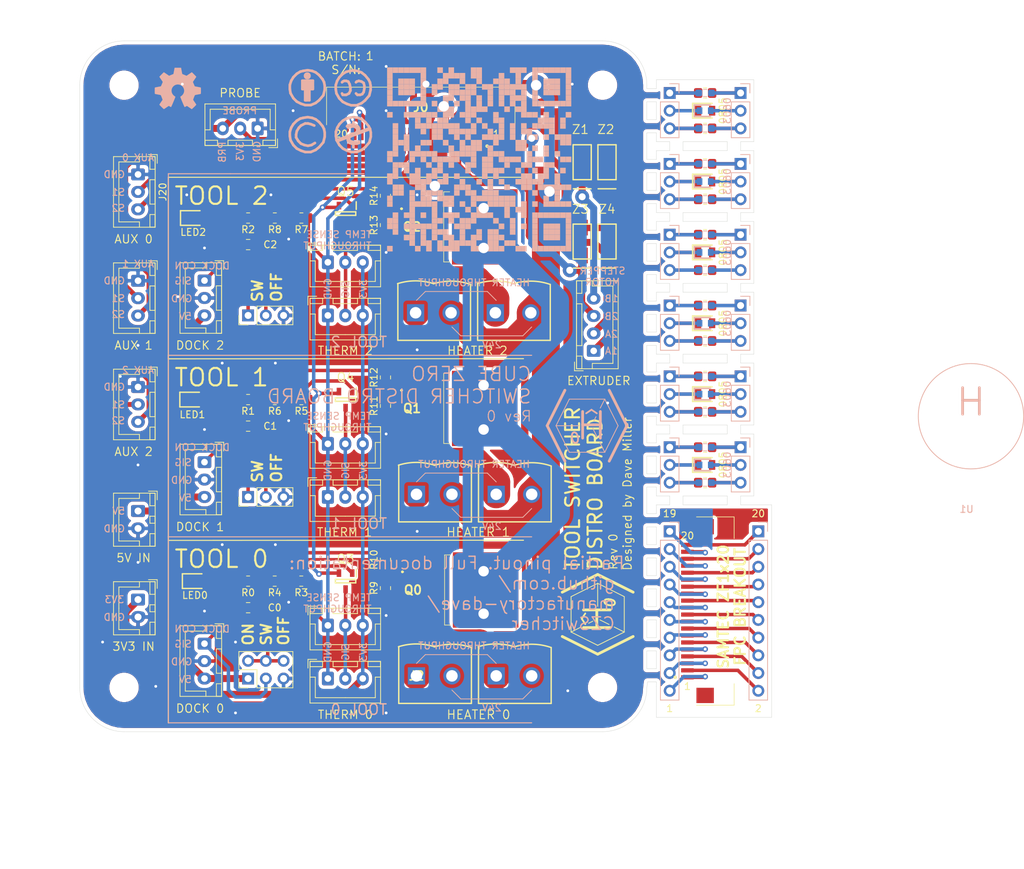
<source format=kicad_pcb>
(kicad_pcb (version 20171130) (host pcbnew "(5.1.9)-1")
  (layers (0 F.Cu mixed) (31 B.Cu mixed) (34 B.Paste user hide) (35 F.Paste user hide) (36 B.SilkS user hide) (37 F.SilkS user hide) (38 B.Mask user hide) (39 F.Mask user hide) (44 Edge.Cuts user))
  (net 0 "")
  (net 1 GND)
  (net 2 /2A)
  (net 3 /1A)
  (net 4 /1B)
  (net 5 /2B)
  (net 6 +24V)
  (net 7 /HEATER_OUT)
  (net 8 +5V)
  (net 9 GND1)
  (net 10 /THERM_OUT)
  (net 11 /PROBE)
  (net 12 "Net-(J2-Pad1)")
  (net 13 "Net-(J4-Pad1)")
  (net 14 "Net-(J6-Pad1)")
  (net 15 "Net-(LED0-Pad2)")
  (net 16 "Net-(LED1-Pad2)")
  (net 17 "Net-(LED2-Pad2)")
  (net 18 /TOOL0_LOGIC)
  (net 19 /TOOL1_LOGIC)
  (net 20 /TOOL2_LOGIC)
  (net 21 /Tool0Sig)
  (net 22 /Tool1Sig)
  (net 23 /Tool2Sig)
  (net 24 +3V3)
  (net 25 /THERM_0)
  (net 26 "Net-(Q0-Pad1)")
  (net 27 "Net-(Q1-Pad1)")
  (net 28 "Net-(Q2-Pad1)")
  (net 29 "Net-(Q3-Pad1)")
  (net 30 "Net-(Q4-Pad1)")
  (net 31 "Net-(Q5-Pad1)")
  (net 32 "Net-(Z1-Pad2)")
  (net 33 "Net-(Z3-Pad2)")
  (net 34 /AUX1)
  (net 35 /AUX0)
  (net 36 /THERM_1)
  (net 37 /THERM_2)
  (net 38 /V_AUX0)
  (net 39 /V_AUX1)
  (net 40 /V_AUX2)
  (net 41 /AUX2)
  (module Connector_PinHeader_2.54mm:PinHeader_1x03_P2.54mm_Vertical (layer B.Cu) (at 190.5 60.325 180)
    (fp_text reference REF**)
    (fp_text value PinHeader_1x03_P2.54mm_Vertical)
    (pad 1 thru_hole rect (at 0 0 180) (size 1.7 1.7) (drill 1) (layers *.Cu *.Mask))
    (pad 2 thru_hole oval (at 0 -2.54 180) (size 1.7 1.7) (drill 1) (layers *.Cu *.Mask))
    (pad 3 thru_hole oval (at 0 -5.08 180) (size 1.7 1.7) (drill 1) (layers *.Cu *.Mask))
  )
  (module Connector_PinHeader_2.54mm:PinHeader_1x03_P2.54mm_Vertical (layer B.Cu) (at 200.66 60.325 180)
    (fp_text reference REF**)
    (fp_text value PinHeader_1x03_P2.54mm_Vertical)
    (pad 1 thru_hole rect (at 0 0 180) (size 1.7 1.7) (drill 1) (layers *.Cu *.Mask))
    (pad 2 thru_hole oval (at 0 -2.54 180) (size 1.7 1.7) (drill 1) (layers *.Cu *.Mask))
    (pad 3 thru_hole oval (at 0 -5.08 180) (size 1.7 1.7) (drill 1) (layers *.Cu *.Mask))
  )
  (module 0c-boards:ZF1-20-XX-ZZ-WT (layer F.Cu) (at 193.04 124.46 90)
    (fp_text reference J**)
    (fp_text value ZF1-20-XX-ZZ-WT)
    (pad 22 smd rect (at 12.1 2.54 90) (size 2.2 2.5) (layers F.Cu F.Paste F.Mask))
    (pad 21 smd rect (at -12.1 2.54 90) (size 2.2 2.5) (layers F.Cu F.Paste F.Mask))
    (pad 20 smd rect (at 9.5 0 90) (size 0.6 1.8) (layers F.Cu F.Paste F.Mask))
    (pad 19 smd rect (at 8.5 0 90) (size 0.6 1.8) (layers F.Cu F.Paste F.Mask))
    (pad 18 smd rect (at 7.5 0 90) (size 0.6 1.8) (layers F.Cu F.Paste F.Mask))
    (pad 17 smd rect (at 6.5 0 90) (size 0.6 1.8) (layers F.Cu F.Paste F.Mask))
    (pad 16 smd rect (at 5.5 0 90) (size 0.6 1.8) (layers F.Cu F.Paste F.Mask))
    (pad 15 smd rect (at 4.5 0 90) (size 0.6 1.8) (layers F.Cu F.Paste F.Mask))
    (pad 14 smd rect (at 3.5 0 90) (size 0.6 1.8) (layers F.Cu F.Paste F.Mask))
    (pad 13 smd rect (at 2.5 0 90) (size 0.6 1.8) (layers F.Cu F.Paste F.Mask))
    (pad 12 smd rect (at 1.5 0 90) (size 0.6 1.8) (layers F.Cu F.Paste F.Mask))
    (pad 11 smd rect (at 0.5 0 90) (size 0.6 1.8) (layers F.Cu F.Paste F.Mask))
    (pad 10 smd rect (at -0.5 0 90) (size 0.6 1.8) (layers F.Cu F.Paste F.Mask))
    (pad 9 smd rect (at -1.5 0 90) (size 0.6 1.8) (layers F.Cu F.Paste F.Mask))
    (pad 8 smd rect (at -2.5 0 90) (size 0.6 1.8) (layers F.Cu F.Paste F.Mask))
    (pad 7 smd rect (at -3.5 0 90) (size 0.6 1.8) (layers F.Cu F.Paste F.Mask))
    (pad 6 smd rect (at -4.5 0 90) (size 0.6 1.8) (layers F.Cu F.Paste F.Mask))
    (pad 5 smd rect (at -5.5 0 90) (size 0.6 1.8) (layers F.Cu F.Paste F.Mask))
    (pad 4 smd rect (at -6.5 0 90) (size 0.6 1.8) (layers F.Cu F.Paste F.Mask))
    (pad 3 smd rect (at -7.5 0 90) (size 0.6 1.8) (layers F.Cu F.Paste F.Mask))
    (pad 2 smd rect (at -8.5 0 90) (size 0.6 1.8) (layers F.Cu F.Paste F.Mask))
    (pad 1 smd rect (at -9.5 0 90) (size 0.6 1.8) (layers F.Cu F.Paste F.Mask))
  )
  (module 1SamacSys_Parts:LEDC2012X110N (layer F.Cu) (at 195.58 103.505)
    (fp_text reference LED**)
    (fp_text value LEDC2012X110N)
    (pad 1 smd rect (at -1 0) (size 0.9 1.4) (layers F.Cu F.Paste F.Mask))
    (pad 2 smd rect (at 1 0) (size 0.9 1.4) (layers F.Cu F.Paste F.Mask))
  )
  (module Resistor_SMD:R_0603_1608Metric_Pad0.98x0.95mm_HandSolder (layer B.Cu) (at 195.58 100.965)
    (fp_text reference REF**)
    (fp_text value R_0603_1608Metric_Pad0.98x0.95mm_HandSolder)
    (pad 1 smd roundrect (at -0.9125 0) (size 0.975 0.95) (layers B.Cu B.Paste B.Mask))
    (pad 2 smd roundrect (at 0.9125 0) (size 0.975 0.95) (layers B.Cu B.Paste B.Mask))
  )
  (module Connector_PinHeader_2.54mm:PinHeader_1x03_P2.54mm_Vertical (layer B.Cu) (at 200.66 100.965 180)
    (fp_text reference REF**)
    (fp_text value PinHeader_1x03_P2.54mm_Vertical)
    (pad 1 thru_hole rect (at 0 0 180) (size 1.7 1.7) (drill 1) (layers *.Cu *.Mask))
    (pad 2 thru_hole oval (at 0 -2.54 180) (size 1.7 1.7) (drill 1) (layers *.Cu *.Mask))
    (pad 3 thru_hole oval (at 0 -5.08 180) (size 1.7 1.7) (drill 1) (layers *.Cu *.Mask))
  )
  (module Resistor_SMD:R_0603_1608Metric_Pad0.98x0.95mm_HandSolder (layer B.Cu) (at 195.58 106.045)
    (fp_text reference REF**)
    (fp_text value R_0603_1608Metric_Pad0.98x0.95mm_HandSolder)
    (pad 2 smd roundrect (at 0.9125 0) (size 0.975 0.95) (layers B.Cu B.Paste B.Mask))
    (pad 1 smd roundrect (at -0.9125 0) (size 0.975 0.95) (layers B.Cu B.Paste B.Mask))
  )
  (module Resistor_SMD:R_0805_2012Metric_Pad1.20x1.40mm_HandSolder (layer F.Cu) (at 195.58 106.045)
    (fp_text reference REF**)
    (fp_text value R_0805_2012Metric_Pad1.20x1.40mm_HandSolder)
    (pad 2 smd roundrect (at 1 0) (size 1.2 1.4) (layers F.Cu F.Paste F.Mask) (roundrect_rratio 0.208333))
    (pad 1 smd roundrect (at -1 0) (size 1.2 1.4) (layers F.Cu F.Paste F.Mask) (roundrect_rratio 0.208333))
  )
  (module Resistor_SMD:R_0805_2012Metric_Pad1.20x1.40mm_HandSolder (layer F.Cu) (at 195.58 100.965)
    (fp_text reference REF**)
    (fp_text value R_0805_2012Metric_Pad1.20x1.40mm_HandSolder)
    (pad 1 smd roundrect (at -1 0) (size 1.2 1.4) (layers F.Cu F.Paste F.Mask) (roundrect_rratio 0.208333))
    (pad 2 smd roundrect (at 1 0) (size 1.2 1.4) (layers F.Cu F.Paste F.Mask) (roundrect_rratio 0.208333))
  )
  (module 1SamacSys_Parts:LEDC1608X120N (layer B.Cu) (at 195.58 103.505)
    (fp_text reference LED**)
    (fp_text value LEDC1608X120N)
    (pad 1 smd rect (at -0.8 0) (size 0.8 0.95) (layers B.Cu B.Paste B.Mask))
    (pad 2 smd rect (at 0.8 0) (size 0.8 0.95) (layers B.Cu B.Paste B.Mask))
  )
  (module Connector_PinHeader_2.54mm:PinHeader_1x03_P2.54mm_Vertical (layer B.Cu) (at 190.5 100.965 180)
    (fp_text reference REF**)
    (fp_text value PinHeader_1x03_P2.54mm_Vertical)
    (pad 1 thru_hole rect (at 0 0 180) (size 1.7 1.7) (drill 1) (layers *.Cu *.Mask))
    (pad 2 thru_hole oval (at 0 -2.54 180) (size 1.7 1.7) (drill 1) (layers *.Cu *.Mask))
    (pad 3 thru_hole oval (at 0 -5.08 180) (size 1.7 1.7) (drill 1) (layers *.Cu *.Mask))
  )
  (module 1SamacSys_Parts:LEDC2012X110N (layer F.Cu) (at 195.58 93.345)
    (fp_text reference LED**)
    (fp_text value LEDC2012X110N)
    (pad 2 smd rect (at 1 0) (size 0.9 1.4) (layers F.Cu F.Paste F.Mask))
    (pad 1 smd rect (at -1 0) (size 0.9 1.4) (layers F.Cu F.Paste F.Mask))
  )
  (module Resistor_SMD:R_0603_1608Metric_Pad0.98x0.95mm_HandSolder (layer B.Cu) (at 195.58 90.805)
    (fp_text reference REF**)
    (fp_text value R_0603_1608Metric_Pad0.98x0.95mm_HandSolder)
    (pad 2 smd roundrect (at 0.9125 0) (size 0.975 0.95) (layers B.Cu B.Paste B.Mask))
    (pad 1 smd roundrect (at -0.9125 0) (size 0.975 0.95) (layers B.Cu B.Paste B.Mask))
  )
  (module Connector_PinHeader_2.54mm:PinHeader_1x03_P2.54mm_Vertical (layer B.Cu) (at 200.66 90.805 180)
    (fp_text reference REF**)
    (fp_text value PinHeader_1x03_P2.54mm_Vertical)
    (pad 3 thru_hole oval (at 0 -5.08 180) (size 1.7 1.7) (drill 1) (layers *.Cu *.Mask))
    (pad 2 thru_hole oval (at 0 -2.54 180) (size 1.7 1.7) (drill 1) (layers *.Cu *.Mask))
    (pad 1 thru_hole rect (at 0 0 180) (size 1.7 1.7) (drill 1) (layers *.Cu *.Mask))
  )
  (module Resistor_SMD:R_0603_1608Metric_Pad0.98x0.95mm_HandSolder (layer B.Cu) (at 195.58 95.885)
    (fp_text reference REF**)
    (fp_text value R_0603_1608Metric_Pad0.98x0.95mm_HandSolder)
    (pad 1 smd roundrect (at -0.9125 0) (size 0.975 0.95) (layers B.Cu B.Paste B.Mask))
    (pad 2 smd roundrect (at 0.9125 0) (size 0.975 0.95) (layers B.Cu B.Paste B.Mask))
  )
  (module Resistor_SMD:R_0805_2012Metric_Pad1.20x1.40mm_HandSolder (layer F.Cu) (at 195.58 95.885)
    (fp_text reference REF**)
    (fp_text value R_0805_2012Metric_Pad1.20x1.40mm_HandSolder)
    (pad 1 smd roundrect (at -1 0) (size 1.2 1.4) (layers F.Cu F.Paste F.Mask) (roundrect_rratio 0.208333))
    (pad 2 smd roundrect (at 1 0) (size 1.2 1.4) (layers F.Cu F.Paste F.Mask) (roundrect_rratio 0.208333))
  )
  (module Connector_PinHeader_2.54mm:PinHeader_1x03_P2.54mm_Vertical (layer B.Cu) (at 190.5 90.805 180)
    (fp_text reference REF**)
    (fp_text value PinHeader_1x03_P2.54mm_Vertical)
    (pad 3 thru_hole oval (at 0 -5.08 180) (size 1.7 1.7) (drill 1) (layers *.Cu *.Mask))
    (pad 2 thru_hole oval (at 0 -2.54 180) (size 1.7 1.7) (drill 1) (layers *.Cu *.Mask))
    (pad 1 thru_hole rect (at 0 0 180) (size 1.7 1.7) (drill 1) (layers *.Cu *.Mask))
  )
  (module Resistor_SMD:R_0805_2012Metric_Pad1.20x1.40mm_HandSolder (layer F.Cu) (at 195.58 90.805)
    (fp_text reference REF**)
    (fp_text value R_0805_2012Metric_Pad1.20x1.40mm_HandSolder)
    (pad 2 smd roundrect (at 1 0) (size 1.2 1.4) (layers F.Cu F.Paste F.Mask) (roundrect_rratio 0.208333))
    (pad 1 smd roundrect (at -1 0) (size 1.2 1.4) (layers F.Cu F.Paste F.Mask) (roundrect_rratio 0.208333))
  )
  (module 1SamacSys_Parts:LEDC1608X120N (layer B.Cu) (at 195.58 93.345)
    (fp_text reference LED**)
    (fp_text value LEDC1608X120N)
    (pad 2 smd rect (at 0.8 0) (size 0.8 0.95) (layers B.Cu B.Paste B.Mask))
    (pad 1 smd rect (at -0.8 0) (size 0.8 0.95) (layers B.Cu B.Paste B.Mask))
  )
  (module Resistor_SMD:R_0603_1608Metric_Pad0.98x0.95mm_HandSolder (layer B.Cu) (at 195.58 80.645)
    (fp_text reference REF**)
    (fp_text value R_0603_1608Metric_Pad0.98x0.95mm_HandSolder)
    (pad 1 smd roundrect (at -0.9125 0) (size 0.975 0.95) (layers B.Cu B.Paste B.Mask))
    (pad 2 smd roundrect (at 0.9125 0) (size 0.975 0.95) (layers B.Cu B.Paste B.Mask))
  )
  (module Connector_PinHeader_2.54mm:PinHeader_1x03_P2.54mm_Vertical (layer B.Cu) (at 190.5 80.645 180)
    (fp_text reference REF**)
    (fp_text value PinHeader_1x03_P2.54mm_Vertical)
    (pad 1 thru_hole rect (at 0 0 180) (size 1.7 1.7) (drill 1) (layers *.Cu *.Mask))
    (pad 2 thru_hole oval (at 0 -2.54 180) (size 1.7 1.7) (drill 1) (layers *.Cu *.Mask))
    (pad 3 thru_hole oval (at 0 -5.08 180) (size 1.7 1.7) (drill 1) (layers *.Cu *.Mask))
  )
  (module Resistor_SMD:R_0805_2012Metric_Pad1.20x1.40mm_HandSolder (layer F.Cu) (at 195.58 80.645)
    (fp_text reference REF**)
    (fp_text value R_0805_2012Metric_Pad1.20x1.40mm_HandSolder)
    (pad 1 smd roundrect (at -1 0) (size 1.2 1.4) (layers F.Cu F.Paste F.Mask) (roundrect_rratio 0.208333))
    (pad 2 smd roundrect (at 1 0) (size 1.2 1.4) (layers F.Cu F.Paste F.Mask) (roundrect_rratio 0.208333))
  )
  (module Resistor_SMD:R_0603_1608Metric_Pad0.98x0.95mm_HandSolder (layer B.Cu) (at 195.58 85.725)
    (fp_text reference REF**)
    (fp_text value R_0603_1608Metric_Pad0.98x0.95mm_HandSolder)
    (pad 2 smd roundrect (at 0.9125 0) (size 0.975 0.95) (layers B.Cu B.Paste B.Mask))
    (pad 1 smd roundrect (at -0.9125 0) (size 0.975 0.95) (layers B.Cu B.Paste B.Mask))
  )
  (module 1SamacSys_Parts:LEDC1608X120N (layer B.Cu) (at 195.58 83.185)
    (fp_text reference LED**)
    (fp_text value LEDC1608X120N)
    (pad 1 smd rect (at -0.8 0) (size 0.8 0.95) (layers B.Cu B.Paste B.Mask))
    (pad 2 smd rect (at 0.8 0) (size 0.8 0.95) (layers B.Cu B.Paste B.Mask))
  )
  (module 1SamacSys_Parts:LEDC2012X110N (layer F.Cu) (at 195.58 83.185)
    (fp_text reference LED**)
    (fp_text value LEDC2012X110N)
    (pad 1 smd rect (at -1 0) (size 0.9 1.4) (layers F.Cu F.Paste F.Mask))
    (pad 2 smd rect (at 1 0) (size 0.9 1.4) (layers F.Cu F.Paste F.Mask))
  )
  (module Resistor_SMD:R_0805_2012Metric_Pad1.20x1.40mm_HandSolder (layer F.Cu) (at 195.58 85.725)
    (fp_text reference REF**)
    (fp_text value R_0805_2012Metric_Pad1.20x1.40mm_HandSolder)
    (pad 2 smd roundrect (at 1 0) (size 1.2 1.4) (layers F.Cu F.Paste F.Mask) (roundrect_rratio 0.208333))
    (pad 1 smd roundrect (at -1 0) (size 1.2 1.4) (layers F.Cu F.Paste F.Mask) (roundrect_rratio 0.208333))
  )
  (module Connector_PinHeader_2.54mm:PinHeader_1x03_P2.54mm_Vertical (layer B.Cu) (at 200.66 80.645 180)
    (fp_text reference REF**)
    (fp_text value PinHeader_1x03_P2.54mm_Vertical)
    (pad 1 thru_hole rect (at 0 0 180) (size 1.7 1.7) (drill 1) (layers *.Cu *.Mask))
    (pad 2 thru_hole oval (at 0 -2.54 180) (size 1.7 1.7) (drill 1) (layers *.Cu *.Mask))
    (pad 3 thru_hole oval (at 0 -5.08 180) (size 1.7 1.7) (drill 1) (layers *.Cu *.Mask))
  )
  (module Connector_PinHeader_2.54mm:PinHeader_1x03_P2.54mm_Vertical (layer B.Cu) (at 190.5 70.485 180)
    (fp_text reference REF**)
    (fp_text value PinHeader_1x03_P2.54mm_Vertical)
    (pad 3 thru_hole oval (at 0 -5.08 180) (size 1.7 1.7) (drill 1) (layers *.Cu *.Mask))
    (pad 2 thru_hole oval (at 0 -2.54 180) (size 1.7 1.7) (drill 1) (layers *.Cu *.Mask))
    (pad 1 thru_hole rect (at 0 0 180) (size 1.7 1.7) (drill 1) (layers *.Cu *.Mask))
  )
  (module Resistor_SMD:R_0603_1608Metric_Pad0.98x0.95mm_HandSolder (layer B.Cu) (at 195.58 70.485)
    (fp_text reference REF**)
    (fp_text value R_0603_1608Metric_Pad0.98x0.95mm_HandSolder)
    (pad 2 smd roundrect (at 0.9125 0) (size 0.975 0.95) (layers B.Cu B.Paste B.Mask))
    (pad 1 smd roundrect (at -0.9125 0) (size 0.975 0.95) (layers B.Cu B.Paste B.Mask))
  )
  (module Resistor_SMD:R_0805_2012Metric_Pad1.20x1.40mm_HandSolder (layer F.Cu) (at 195.58 70.485)
    (fp_text reference REF**)
    (fp_text value R_0805_2012Metric_Pad1.20x1.40mm_HandSolder)
    (pad 2 smd roundrect (at 1 0) (size 1.2 1.4) (layers F.Cu F.Paste F.Mask) (roundrect_rratio 0.208333))
    (pad 1 smd roundrect (at -1 0) (size 1.2 1.4) (layers F.Cu F.Paste F.Mask) (roundrect_rratio 0.208333))
  )
  (module Resistor_SMD:R_0603_1608Metric_Pad0.98x0.95mm_HandSolder (layer B.Cu) (at 195.58 75.565)
    (fp_text reference REF**)
    (fp_text value R_0603_1608Metric_Pad0.98x0.95mm_HandSolder)
    (pad 1 smd roundrect (at -0.9125 0) (size 0.975 0.95) (layers B.Cu B.Paste B.Mask))
    (pad 2 smd roundrect (at 0.9125 0) (size 0.975 0.95) (layers B.Cu B.Paste B.Mask))
  )
  (module 1SamacSys_Parts:LEDC1608X120N (layer B.Cu) (at 195.58 73.025)
    (fp_text reference LED**)
    (fp_text value LEDC1608X120N)
    (pad 2 smd rect (at 0.8 0) (size 0.8 0.95) (layers B.Cu B.Paste B.Mask))
    (pad 1 smd rect (at -0.8 0) (size 0.8 0.95) (layers B.Cu B.Paste B.Mask))
  )
  (module 1SamacSys_Parts:LEDC2012X110N (layer F.Cu) (at 195.58 73.025)
    (fp_text reference LED**)
    (fp_text value LEDC2012X110N)
    (pad 2 smd rect (at 1 0) (size 0.9 1.4) (layers F.Cu F.Paste F.Mask))
    (pad 1 smd rect (at -1 0) (size 0.9 1.4) (layers F.Cu F.Paste F.Mask))
  )
  (module Resistor_SMD:R_0805_2012Metric_Pad1.20x1.40mm_HandSolder (layer F.Cu) (at 195.58 75.565)
    (fp_text reference REF**)
    (fp_text value R_0805_2012Metric_Pad1.20x1.40mm_HandSolder)
    (pad 1 smd roundrect (at -1 0) (size 1.2 1.4) (layers F.Cu F.Paste F.Mask) (roundrect_rratio 0.208333))
    (pad 2 smd roundrect (at 1 0) (size 1.2 1.4) (layers F.Cu F.Paste F.Mask) (roundrect_rratio 0.208333))
  )
  (module Connector_PinHeader_2.54mm:PinHeader_1x03_P2.54mm_Vertical (layer B.Cu) (at 200.66 70.485 180)
    (fp_text reference REF**)
    (fp_text value PinHeader_1x03_P2.54mm_Vertical)
    (pad 3 thru_hole oval (at 0 -5.08 180) (size 1.7 1.7) (drill 1) (layers *.Cu *.Mask))
    (pad 2 thru_hole oval (at 0 -2.54 180) (size 1.7 1.7) (drill 1) (layers *.Cu *.Mask))
    (pad 1 thru_hole rect (at 0 0 180) (size 1.7 1.7) (drill 1) (layers *.Cu *.Mask))
  )
  (module Resistor_SMD:R_0603_1608Metric_Pad0.98x0.95mm_HandSolder (layer B.Cu) (at 195.58 65.405)
    (fp_text reference REF**)
    (fp_text value R_0603_1608Metric_Pad0.98x0.95mm_HandSolder)
    (pad 2 smd roundrect (at 0.9125 0) (size 0.975 0.95) (layers B.Cu B.Paste B.Mask))
    (pad 1 smd roundrect (at -0.9125 0) (size 0.975 0.95) (layers B.Cu B.Paste B.Mask))
  )
  (module 1SamacSys_Parts:LEDC1608X120N (layer B.Cu) (at 195.58 62.865)
    (fp_text reference LED**)
    (fp_text value LEDC1608X120N)
    (pad 1 smd rect (at -0.8 0) (size 0.8 0.95) (layers B.Cu B.Paste B.Mask))
    (pad 2 smd rect (at 0.8 0) (size 0.8 0.95) (layers B.Cu B.Paste B.Mask))
  )
  (module Resistor_SMD:R_0603_1608Metric_Pad0.98x0.95mm_HandSolder (layer B.Cu) (at 195.58 60.325)
    (fp_text reference REF**)
    (fp_text value R_0603_1608Metric_Pad0.98x0.95mm_HandSolder)
    (pad 1 smd roundrect (at -0.9125 0) (size 0.975 0.95) (layers B.Cu B.Paste B.Mask))
    (pad 2 smd roundrect (at 0.9125 0) (size 0.975 0.95) (layers B.Cu B.Paste B.Mask))
  )
  (module 1SamacSys_Parts:LEDC2012X110N (layer F.Cu) (at 195.58 62.865)
    (fp_text reference LED**)
    (fp_text value LEDC2012X110N)
    (pad 1 smd rect (at -1 0) (size 0.9 1.4) (layers F.Cu F.Paste F.Mask))
    (pad 2 smd rect (at 1 0) (size 0.9 1.4) (layers F.Cu F.Paste F.Mask))
  )
  (module Resistor_SMD:R_0805_2012Metric_Pad1.20x1.40mm_HandSolder (layer F.Cu) (at 195.58 65.405)
    (fp_text reference REF**)
    (fp_text value R_0805_2012Metric_Pad1.20x1.40mm_HandSolder)
    (pad 2 smd roundrect (at 1 0) (size 1.2 1.4) (layers F.Cu F.Paste F.Mask) (roundrect_rratio 0.208333))
    (pad 1 smd roundrect (at -1 0) (size 1.2 1.4) (layers F.Cu F.Paste F.Mask) (roundrect_rratio 0.208333))
  )
  (module Resistor_SMD:R_0805_2012Metric_Pad1.20x1.40mm_HandSolder (layer F.Cu) (at 195.58 60.325)
    (fp_text reference REF**)
    (fp_text value R_0805_2012Metric_Pad1.20x1.40mm_HandSolder)
    (pad 1 smd roundrect (at -1 0) (size 1.2 1.4) (layers F.Cu F.Paste F.Mask) (roundrect_rratio 0.208333))
    (pad 2 smd roundrect (at 1 0) (size 1.2 1.4) (layers F.Cu F.Paste F.Mask) (roundrect_rratio 0.208333))
  )
  (module 1SamacSys_Parts:LEDC1608X120N (layer B.Cu) (at 195.58 52.705)
    (fp_text reference LED**)
    (fp_text value LEDC1608X120N)
    (pad 2 smd rect (at 0.8 0) (size 0.8 0.95) (layers B.Cu B.Paste B.Mask))
    (pad 1 smd rect (at -0.8 0) (size 0.8 0.95) (layers B.Cu B.Paste B.Mask))
  )
  (module Resistor_SMD:R_0603_1608Metric_Pad0.98x0.95mm_HandSolder (layer B.Cu) (at 195.58 55.245)
    (fp_text reference REF**)
    (fp_text value R_0603_1608Metric_Pad0.98x0.95mm_HandSolder)
    (pad 1 smd roundrect (at -0.9125 0) (size 0.975 0.95) (layers B.Cu B.Paste B.Mask))
    (pad 2 smd roundrect (at 0.9125 0) (size 0.975 0.95) (layers B.Cu B.Paste B.Mask))
  )
  (module Resistor_SMD:R_0603_1608Metric_Pad0.98x0.95mm_HandSolder (layer B.Cu) (at 195.58 50.165)
    (fp_text reference REF**)
    (fp_text value R_0603_1608Metric_Pad0.98x0.95mm_HandSolder)
    (pad 2 smd roundrect (at 0.9125 0) (size 0.975 0.95) (layers B.Cu B.Paste B.Mask))
    (pad 1 smd roundrect (at -0.9125 0) (size 0.975 0.95) (layers B.Cu B.Paste B.Mask))
  )
  (module Connector_PinHeader_2.54mm:PinHeader_1x10_P2.54mm_Vertical (layer B.Cu) (at 203.2 113.03 180)
    (fp_text reference REF**)
    (fp_text value PinHeader_1x10_P2.54mm_Vertical)
    (pad 1 thru_hole rect (at 0 0 180) (size 1.7 1.7) (drill 1) (layers *.Cu *.Mask))
    (pad 2 thru_hole oval (at 0 -2.54 180) (size 1.7 1.7) (drill 1) (layers *.Cu *.Mask))
    (pad 3 thru_hole oval (at 0 -5.08 180) (size 1.7 1.7) (drill 1) (layers *.Cu *.Mask))
    (pad 4 thru_hole oval (at 0 -7.62 180) (size 1.7 1.7) (drill 1) (layers *.Cu *.Mask))
    (pad 5 thru_hole oval (at 0 -10.16 180) (size 1.7 1.7) (drill 1) (layers *.Cu *.Mask))
    (pad 6 thru_hole oval (at 0 -12.7 180) (size 1.7 1.7) (drill 1) (layers *.Cu *.Mask))
    (pad 7 thru_hole oval (at 0 -15.24 180) (size 1.7 1.7) (drill 1) (layers *.Cu *.Mask))
    (pad 8 thru_hole oval (at 0 -17.78 180) (size 1.7 1.7) (drill 1) (layers *.Cu *.Mask))
    (pad 9 thru_hole oval (at 0 -20.32 180) (size 1.7 1.7) (drill 1) (layers *.Cu *.Mask))
    (pad 10 thru_hole oval (at 0 -22.86 180) (size 1.7 1.7) (drill 1) (layers *.Cu *.Mask))
  )
  (module Connector_PinHeader_2.54mm:PinHeader_1x10_P2.54mm_Vertical (layer B.Cu) (at 190.5 113.03 180)
    (fp_text reference REF**)
    (fp_text value PinHeader_1x10_P2.54mm_Vertical)
    (pad 10 thru_hole oval (at 0 -22.86 180) (size 1.7 1.7) (drill 1) (layers *.Cu *.Mask))
    (pad 9 thru_hole oval (at 0 -20.32 180) (size 1.7 1.7) (drill 1) (layers *.Cu *.Mask))
    (pad 8 thru_hole oval (at 0 -17.78 180) (size 1.7 1.7) (drill 1) (layers *.Cu *.Mask))
    (pad 7 thru_hole oval (at 0 -15.24 180) (size 1.7 1.7) (drill 1) (layers *.Cu *.Mask))
    (pad 6 thru_hole oval (at 0 -12.7 180) (size 1.7 1.7) (drill 1) (layers *.Cu *.Mask))
    (pad 5 thru_hole oval (at 0 -10.16 180) (size 1.7 1.7) (drill 1) (layers *.Cu *.Mask))
    (pad 4 thru_hole oval (at 0 -7.62 180) (size 1.7 1.7) (drill 1) (layers *.Cu *.Mask))
    (pad 3 thru_hole oval (at 0 -5.08 180) (size 1.7 1.7) (drill 1) (layers *.Cu *.Mask))
    (pad 2 thru_hole oval (at 0 -2.54 180) (size 1.7 1.7) (drill 1) (layers *.Cu *.Mask))
    (pad 1 thru_hole rect (at 0 0 180) (size 1.7 1.7) (drill 1) (layers *.Cu *.Mask))
  )
  (module Resistor_SMD:R_0805_2012Metric_Pad1.20x1.40mm_HandSolder (layer F.Cu) (at 195.58 55.245)
    (fp_text reference REF**)
    (fp_text value R_0805_2012Metric_Pad1.20x1.40mm_HandSolder)
    (pad 1 smd roundrect (at -1 0) (size 1.2 1.4) (layers F.Cu F.Paste F.Mask) (roundrect_rratio 0.208333))
    (pad 2 smd roundrect (at 1 0) (size 1.2 1.4) (layers F.Cu F.Paste F.Mask) (roundrect_rratio 0.208333))
  )
  (module Resistor_SMD:R_0805_2012Metric_Pad1.20x1.40mm_HandSolder (layer F.Cu) (at 195.58 50.165)
    (fp_text reference REF**)
    (fp_text value R_0805_2012Metric_Pad1.20x1.40mm_HandSolder)
    (pad 2 smd roundrect (at 1 0) (size 1.2 1.4) (layers F.Cu F.Paste F.Mask) (roundrect_rratio 0.208333))
    (pad 1 smd roundrect (at -1 0) (size 1.2 1.4) (layers F.Cu F.Paste F.Mask) (roundrect_rratio 0.208333))
  )
  (module Connector_PinHeader_2.54mm:PinHeader_1x03_P2.54mm_Vertical (layer B.Cu) (at 200.66 50.165 180)
    (fp_text reference REF**)
    (fp_text value PinHeader_1x03_P2.54mm_Vertical)
    (pad 3 thru_hole oval (at 0 -5.08 180) (size 1.7 1.7) (drill 1) (layers *.Cu *.Mask))
    (pad 2 thru_hole oval (at 0 -2.54 180) (size 1.7 1.7) (drill 1) (layers *.Cu *.Mask))
    (pad 1 thru_hole rect (at 0 0 180) (size 1.7 1.7) (drill 1) (layers *.Cu *.Mask))
  )
  (module Connector_PinHeader_2.54mm:PinHeader_1x03_P2.54mm_Vertical (layer B.Cu) (at 190.5 50.165 180)
    (fp_text reference REF**)
    (fp_text value PinHeader_1x03_P2.54mm_Vertical)
    (pad 3 thru_hole oval (at 0 -5.08 180) (size 1.7 1.7) (drill 1) (layers *.Cu *.Mask))
    (pad 2 thru_hole oval (at 0 -2.54 180) (size 1.7 1.7) (drill 1) (layers *.Cu *.Mask))
    (pad 1 thru_hole rect (at 0 0 180) (size 1.7 1.7) (drill 1) (layers *.Cu *.Mask))
  )
  (module 1SamacSys_Parts:LEDC2012X110N (layer F.Cu) (at 195.58 52.705)
    (fp_text reference LED**)
    (fp_text value LEDC2012X110N)
    (pad 2 smd rect (at 1 0) (size 0.9 1.4) (layers F.Cu F.Paste F.Mask))
    (pad 1 smd rect (at -1 0) (size 0.9 1.4) (layers F.Cu F.Paste F.Mask))
  )
  (module 0_Daves_Stuff:Symbol_CC-ShareAlike_Silkscreen_Small (layer B.Cu) (at 138.557 56.134 180)
    (fp_text reference REF**)
    (fp_text value Symbol_CC-ShareAlike_CopperTop_Small)
  )
  (module 0_Daves_Stuff:Symbol_CC-Noncommercial_Silkscreen_Small (layer B.Cu) (at 145.161 56.134 180)
    (fp_text reference REF**)
    (fp_text value Symbol_CC-Noncommercial_CopperTop_Small)
  )
  (module 0_Daves_Stuff:Symbol_CC-Attribution_Silkscreen_Small (layer B.Cu) (at 138.557 49.403 180)
    (fp_text reference REF**)
    (fp_text value Symbol_CC-Attribution_CopperTop_Small)
  )
  (module 0_Daves_Stuff:Symbol_CC_Logo_Silkscreen_small (layer B.Cu) (at 145.288 49.53 180)
    (fp_text reference REF** hide)
    (fp_text value Symbol_CC_Logo_Silkscreen_small)
  )
  (module Symbol:Symbol_CreativeCommons_CopperTop_Type2_Small (layer F.Cu) (at 181.483 102.362)
    (fp_text reference REF**)
    (fp_text value Symbol_CreativeCommons_CopperTop_Type2_Small)
    (fp_line (start 0.74944 -2.5003) (end 0.15 -2.59936) (layer F.Cu) (width 0.381))
    (fp_line (start 1.15076 -2.40124) (end 0.74944 -2.5003) (layer F.Cu) (width 0.381))
    (fp_line (start 1.65114 -2.09898) (end 1.15076 -2.40124) (layer F.Cu) (width 0.381))
    (fp_line (start 2.14898 -1.60114) (end 1.65114 -2.09898) (layer F.Cu) (width 0.381))
    (fp_line (start 2.45124 -1.10076) (end 2.14898 -1.60114) (layer F.Cu) (width 0.381))
    (fp_line (start 2.64936 -0.49878) (end 2.45124 -1.10076) (layer F.Cu) (width 0.381))
    (fp_line (start 2.64936 0.10066) (end 2.64936 -0.49878) (layer F.Cu) (width 0.381))
    (fp_line (start 2.5503 0.7001) (end 2.64936 0.10066) (layer F.Cu) (width 0.381))
    (fp_line (start 2.14898 1.40114) (end 2.5503 0.7001) (layer F.Cu) (width 0.381))
    (fp_line (start 1.65114 1.89898) (end 2.14898 1.40114) (layer F.Cu) (width 0.381))
    (fp_line (start 1.04916 2.20124) (end 1.65114 1.89898) (layer F.Cu) (width 0.381))
    (fp_line (start 0.44972 2.39936) (end 1.04916 2.20124) (layer F.Cu) (width 0.381))
    (fp_line (start -0.35038 2.39936) (end 0.44972 2.39936) (layer F.Cu) (width 0.381))
    (fp_line (start -1.04888 2.09964) (end -0.35038 2.39936) (layer F.Cu) (width 0.381))
    (fp_line (start -1.54926 1.70086) (end -1.04888 2.09964) (layer F.Cu) (width 0.381))
    (fp_line (start -2.15124 0.99982) (end -1.54926 1.70086) (layer F.Cu) (width 0.381))
    (fp_line (start -2.34936 0.19972) (end -2.15124 0.99982) (layer F.Cu) (width 0.381))
    (fp_line (start -2.34936 -0.39972) (end -2.34936 0.19972) (layer F.Cu) (width 0.381))
    (fp_line (start -2.2503 -0.9001) (end -2.34936 -0.39972) (layer F.Cu) (width 0.381))
    (fp_line (start -2.04964 -1.29888) (end -2.2503 -0.9001) (layer F.Cu) (width 0.381))
    (fp_line (start -1.54926 -1.90086) (end -2.04964 -1.29888) (layer F.Cu) (width 0.381))
    (fp_line (start -1.04888 -2.29964) (end -1.54926 -1.90086) (layer F.Cu) (width 0.381))
    (fp_line (start -0.55104 -2.5003) (end -1.04888 -2.29964) (layer F.Cu) (width 0.381))
    (fp_line (start 0.05094 -2.59936) (end -0.55104 -2.5003) (layer F.Cu) (width 0.381))
    (fp_line (start 0.15 -2.59936) (end 0.05094 -2.59936) (layer F.Cu) (width 0.381))
    (fp_line (start -0.44944 0.90076) (end -0.24878 0.7001) (layer F.Cu) (width 0.381))
    (fp_line (start -0.85076 0.90076) (end -0.44944 0.90076) (layer F.Cu) (width 0.381))
    (fp_line (start -1.15048 0.79916) (end -0.85076 0.90076) (layer F.Cu) (width 0.381))
    (fp_line (start -1.35114 0.49944) (end -1.15048 0.79916) (layer F.Cu) (width 0.381))
    (fp_line (start -1.4502 -0.00094) (end -1.35114 0.49944) (layer F.Cu) (width 0.381))
    (fp_line (start -1.4502 -0.39972) (end -1.4502 -0.00094) (layer F.Cu) (width 0.381))
    (fp_line (start -1.35114 -0.80104) (end -1.4502 -0.39972) (layer F.Cu) (width 0.381))
    (fp_line (start -1.04888 -0.99916) (end -1.35114 -0.80104) (layer F.Cu) (width 0.381))
    (fp_line (start -0.6501 -1.10076) (end -1.04888 -0.99916) (layer F.Cu) (width 0.381))
    (fp_line (start -0.35038 -0.99916) (end -0.6501 -1.10076) (layer F.Cu) (width 0.381))
    (fp_line (start -0.24878 -0.9001) (end -0.35038 -0.99916) (layer F.Cu) (width 0.381))
    (fp_line (start 1.65114 0.90076) (end 1.7502 0.7001) (layer F.Cu) (width 0.381))
    (fp_line (start 1.34888 0.90076) (end 1.65114 0.90076) (layer F.Cu) (width 0.381))
    (fp_line (start 1.15076 0.90076) (end 1.34888 0.90076) (layer F.Cu) (width 0.381))
    (fp_line (start 0.74944 0.7001) (end 1.15076 0.90076) (layer F.Cu) (width 0.381))
    (fp_line (start 0.54878 0.29878) (end 0.74944 0.7001) (layer F.Cu) (width 0.381))
    (fp_line (start 0.54878 -0.1) (end 0.54878 0.29878) (layer F.Cu) (width 0.381))
    (fp_line (start 0.65038 -0.60038) (end 0.54878 -0.1) (layer F.Cu) (width 0.381))
    (fp_line (start 0.85104 -0.99916) (end 0.65038 -0.60038) (layer F.Cu) (width 0.381))
    (fp_line (start 1.15076 -1.10076) (end 0.85104 -0.99916) (layer F.Cu) (width 0.381))
    (fp_line (start 1.45048 -1.10076) (end 1.15076 -1.10076) (layer F.Cu) (width 0.381))
    (fp_line (start 1.65114 -0.99916) (end 1.45048 -1.10076) (layer F.Cu) (width 0.381))
    (fp_line (start 1.7502 -0.9001) (end 1.65114 -0.99916) (layer F.Cu) (width 0.381))
  )
  (module Symbol:Symbol_CC-ShareAlike_CopperTop_Small (layer F.Cu) (at 181.61 108.585)
    (fp_text reference REF**)
    (fp_text value Symbol_CC-ShareAlike_CopperTop_Small)
    (fp_line (start 0.59944 -2.4003) (end 0 -2.49936) (layer F.Cu) (width 0.381))
    (fp_line (start 1.00076 -2.30124) (end 0.59944 -2.4003) (layer F.Cu) (width 0.381))
    (fp_line (start 1.50114 -1.99898) (end 1.00076 -2.30124) (layer F.Cu) (width 0.381))
    (fp_line (start 1.99898 -1.50114) (end 1.50114 -1.99898) (layer F.Cu) (width 0.381))
    (fp_line (start 2.30124 -1.00076) (end 1.99898 -1.50114) (layer F.Cu) (width 0.381))
    (fp_line (start 2.49936 -0.39878) (end 2.30124 -1.00076) (layer F.Cu) (width 0.381))
    (fp_line (start 2.49936 0.20066) (end 2.49936 -0.39878) (layer F.Cu) (width 0.381))
    (fp_line (start 2.4003 0.8001) (end 2.49936 0.20066) (layer F.Cu) (width 0.381))
    (fp_line (start 1.99898 1.50114) (end 2.4003 0.8001) (layer F.Cu) (width 0.381))
    (fp_line (start 1.50114 1.99898) (end 1.99898 1.50114) (layer F.Cu) (width 0.381))
    (fp_line (start 0.89916 2.30124) (end 1.50114 1.99898) (layer F.Cu) (width 0.381))
    (fp_line (start 0.29972 2.49936) (end 0.89916 2.30124) (layer F.Cu) (width 0.381))
    (fp_line (start -0.50038 2.49936) (end 0.29972 2.49936) (layer F.Cu) (width 0.381))
    (fp_line (start -1.19888 2.19964) (end -0.50038 2.49936) (layer F.Cu) (width 0.381))
    (fp_line (start -1.69926 1.80086) (end -1.19888 2.19964) (layer F.Cu) (width 0.381))
    (fp_line (start -2.30124 1.09982) (end -1.69926 1.80086) (layer F.Cu) (width 0.381))
    (fp_line (start -2.49936 0.29972) (end -2.30124 1.09982) (layer F.Cu) (width 0.381))
    (fp_line (start -2.49936 -0.29972) (end -2.49936 0.29972) (layer F.Cu) (width 0.381))
    (fp_line (start -2.4003 -0.8001) (end -2.49936 -0.29972) (layer F.Cu) (width 0.381))
    (fp_line (start -2.19964 -1.19888) (end -2.4003 -0.8001) (layer F.Cu) (width 0.381))
    (fp_line (start -1.69926 -1.80086) (end -2.19964 -1.19888) (layer F.Cu) (width 0.381))
    (fp_line (start -1.19888 -2.19964) (end -1.69926 -1.80086) (layer F.Cu) (width 0.381))
    (fp_line (start -0.70104 -2.4003) (end -1.19888 -2.19964) (layer F.Cu) (width 0.381))
    (fp_line (start -0.09906 -2.49936) (end -0.70104 -2.4003) (layer F.Cu) (width 0.381))
    (fp_line (start 0 -2.49936) (end -0.09906 -2.49936) (layer F.Cu) (width 0.381))
    (fp_line (start -0.50038 -1.50114) (end -1.00076 -1.30048) (layer F.Cu) (width 0.381))
    (fp_line (start -0.09906 -1.6002) (end -0.50038 -1.50114) (layer F.Cu) (width 0.381))
    (fp_line (start 0.29972 -1.6002) (end -0.09906 -1.6002) (layer F.Cu) (width 0.381))
    (fp_line (start 0.89916 -1.30048) (end 0.29972 -1.6002) (layer F.Cu) (width 0.381))
    (fp_line (start 1.19888 -1.00076) (end 0.89916 -1.30048) (layer F.Cu) (width 0.381))
    (fp_line (start 1.50114 -0.50038) (end 1.19888 -1.00076) (layer F.Cu) (width 0.381))
    (fp_line (start 1.6002 0) (end 1.50114 -0.50038) (layer F.Cu) (width 0.381))
    (fp_line (start 1.6002 0.39878) (end 1.6002 0) (layer F.Cu) (width 0.381))
    (fp_line (start 1.30048 0.89916) (end 1.6002 0.39878) (layer F.Cu) (width 0.381))
    (fp_line (start 0.89916 1.30048) (end 1.30048 0.89916) (layer F.Cu) (width 0.381))
    (fp_line (start 0.39878 1.50114) (end 0.89916 1.30048) (layer F.Cu) (width 0.381))
    (fp_line (start -0.09906 1.6002) (end 0.39878 1.50114) (layer F.Cu) (width 0.381))
    (fp_line (start -0.59944 1.50114) (end -0.09906 1.6002) (layer F.Cu) (width 0.381))
    (fp_line (start -1.09982 1.19888) (end -0.59944 1.50114) (layer F.Cu) (width 0.381))
  )
  (module Symbol:Symbol_CC-Noncommercial_CopperTop_Small (layer F.Cu) (at 181.61 121.285 180)
    (fp_text reference REF**)
    (fp_text value Symbol_CC-Noncommercial_CopperTop_Small)
    (fp_line (start 0.59944 -2.4003) (end 0 -2.49936) (layer F.Cu) (width 0.381))
    (fp_line (start 1.00076 -2.30124) (end 0.59944 -2.4003) (layer F.Cu) (width 0.381))
    (fp_line (start 1.50114 -1.99898) (end 1.00076 -2.30124) (layer F.Cu) (width 0.381))
    (fp_line (start 1.99898 -1.50114) (end 1.50114 -1.99898) (layer F.Cu) (width 0.381))
    (fp_line (start 2.30124 -1.00076) (end 1.99898 -1.50114) (layer F.Cu) (width 0.381))
    (fp_line (start 2.49936 -0.39878) (end 2.30124 -1.00076) (layer F.Cu) (width 0.381))
    (fp_line (start 2.49936 0.20066) (end 2.49936 -0.39878) (layer F.Cu) (width 0.381))
    (fp_line (start 2.4003 0.8001) (end 2.49936 0.20066) (layer F.Cu) (width 0.381))
    (fp_line (start 1.99898 1.50114) (end 2.4003 0.8001) (layer F.Cu) (width 0.381))
    (fp_line (start 1.50114 1.99898) (end 1.99898 1.50114) (layer F.Cu) (width 0.381))
    (fp_line (start 0.89916 2.30124) (end 1.50114 1.99898) (layer F.Cu) (width 0.381))
    (fp_line (start 0.29972 2.49936) (end 0.89916 2.30124) (layer F.Cu) (width 0.381))
    (fp_line (start -0.50038 2.49936) (end 0.29972 2.49936) (layer F.Cu) (width 0.381))
    (fp_line (start -1.19888 2.19964) (end -0.50038 2.49936) (layer F.Cu) (width 0.381))
    (fp_line (start -1.69926 1.80086) (end -1.19888 2.19964) (layer F.Cu) (width 0.381))
    (fp_line (start -2.30124 1.09982) (end -1.69926 1.80086) (layer F.Cu) (width 0.381))
    (fp_line (start -2.49936 0.29972) (end -2.30124 1.09982) (layer F.Cu) (width 0.381))
    (fp_line (start -2.49936 -0.29972) (end -2.49936 0.29972) (layer F.Cu) (width 0.381))
    (fp_line (start -2.4003 -0.8001) (end -2.49936 -0.29972) (layer F.Cu) (width 0.381))
    (fp_line (start -2.19964 -1.19888) (end -2.4003 -0.8001) (layer F.Cu) (width 0.381))
    (fp_line (start -1.69926 -1.80086) (end -2.19964 -1.19888) (layer F.Cu) (width 0.381))
    (fp_line (start -1.19888 -2.19964) (end -1.69926 -1.80086) (layer F.Cu) (width 0.381))
    (fp_line (start -0.70104 -2.4003) (end -1.19888 -2.19964) (layer F.Cu) (width 0.381))
    (fp_line (start -0.09906 -2.49936) (end -0.70104 -2.4003) (layer F.Cu) (width 0.381))
    (fp_line (start 0 -2.49936) (end -0.09906 -2.49936) (layer F.Cu) (width 0.381))
    (fp_line (start 0.70104 -1.00076) (end 0.89916 -1.19888) (layer F.Cu) (width 0.381))
    (fp_line (start 0.39878 -1.09982) (end 0.70104 -1.00076) (layer F.Cu) (width 0.381))
    (fp_line (start 0.09906 -1.19888) (end 0.39878 -1.09982) (layer F.Cu) (width 0.381))
    (fp_line (start -0.29972 -1.09982) (end 0.09906 -1.19888) (layer F.Cu) (width 0.381))
    (fp_line (start -0.50038 -0.89916) (end -0.29972 -1.09982) (layer F.Cu) (width 0.381))
    (fp_line (start -0.59944 -0.70104) (end -0.50038 -0.89916) (layer F.Cu) (width 0.381))
    (fp_line (start -0.50038 -0.39878) (end -0.59944 -0.70104) (layer F.Cu) (width 0.381))
    (fp_line (start -0.29972 -0.20066) (end -0.50038 -0.39878) (layer F.Cu) (width 0.381))
    (fp_line (start 0.29972 -0.09906) (end -0.29972 -0.20066) (layer F.Cu) (width 0.381))
    (fp_line (start 0.70104 0.20066) (end 0.29972 -0.09906) (layer F.Cu) (width 0.381))
    (fp_line (start 0.8001 0.50038) (end 0.70104 0.20066) (layer F.Cu) (width 0.381))
    (fp_line (start 0.8001 0.8001) (end 0.8001 0.50038) (layer F.Cu) (width 0.381))
    (fp_line (start 0.70104 1.00076) (end 0.8001 0.8001) (layer F.Cu) (width 0.381))
    (fp_line (start 0.50038 1.19888) (end 0.70104 1.00076) (layer F.Cu) (width 0.381))
    (fp_line (start 0.20066 1.30048) (end 0.50038 1.19888) (layer F.Cu) (width 0.381))
    (fp_line (start -0.50038 1.30048) (end 0.20066 1.30048) (layer F.Cu) (width 0.381))
    (fp_line (start -0.8001 1.19888) (end -0.50038 1.30048) (layer F.Cu) (width 0.381))
    (fp_line (start -0.8001 1.00076) (end -0.8001 1.19888) (layer F.Cu) (width 0.381))
    (fp_line (start -0.70104 1.00076) (end -0.8001 1.00076) (layer F.Cu) (width 0.381))
    (fp_line (start -0.20066 1.09982) (end -0.70104 1.00076) (layer F.Cu) (width 0.381))
    (fp_line (start 0.29972 1.00076) (end -0.20066 1.09982) (layer F.Cu) (width 0.381))
    (fp_line (start 0.59944 0.8001) (end 0.29972 1.00076) (layer F.Cu) (width 0.381))
    (fp_line (start 0.59944 0.39878) (end 0.59944 0.8001) (layer F.Cu) (width 0.381))
    (fp_line (start 0.29972 0.20066) (end 0.59944 0.39878) (layer F.Cu) (width 0.381))
    (fp_line (start -0.50038 -0.09906) (end 0.29972 0.20066) (layer F.Cu) (width 0.381))
    (fp_line (start -0.70104 -0.29972) (end -0.50038 -0.09906) (layer F.Cu) (width 0.381))
    (fp_line (start -0.8001 -0.59944) (end -0.70104 -0.29972) (layer F.Cu) (width 0.381))
    (fp_line (start -0.8001 -0.89916) (end -0.8001 -0.59944) (layer F.Cu) (width 0.381))
    (fp_line (start -0.70104 -1.09982) (end -0.8001 -0.89916) (layer F.Cu) (width 0.381))
    (fp_line (start -0.50038 -1.30048) (end -0.70104 -1.09982) (layer F.Cu) (width 0.381))
    (fp_line (start -0.29972 -1.39954) (end -0.50038 -1.30048) (layer F.Cu) (width 0.381))
    (fp_line (start 0.39878 -1.39954) (end -0.29972 -1.39954) (layer F.Cu) (width 0.381))
    (fp_line (start 0.8001 -1.30048) (end 0.39878 -1.39954) (layer F.Cu) (width 0.381))
    (fp_line (start 0.89916 -1.19888) (end 0.8001 -1.30048) (layer F.Cu) (width 0.381))
    (fp_line (start -2.30124 -0.89916) (end 2.4003 0.8001) (layer F.Cu) (width 0.381))
    (fp_line (start -2.4003 -0.8001) (end 2.19964 0.89916) (layer F.Cu) (width 0.381))
    (fp_line (start 0 -1.50114) (end 0 -1.80086) (layer F.Cu) (width 0.381))
    (fp_line (start 0 1.80086) (end 0 1.69926) (layer F.Cu) (width 0.381))
    (fp_line (start 0 1.30048) (end 0 1.80086) (layer F.Cu) (width 0.381))
  )
  (module Symbol:Symbol_CC-Attribution_CopperTop_Small (layer F.Cu) (at 181.61 114.935)
    (fp_text reference REF**)
    (fp_text value Symbol_CC-Attribution_CopperTop_Small)
    (fp_line (start 0.59944 -2.4003) (end 0 -2.49936) (layer F.Cu) (width 0.381))
    (fp_line (start 1.00076 -2.30124) (end 0.59944 -2.4003) (layer F.Cu) (width 0.381))
    (fp_line (start 1.50114 -1.99898) (end 1.00076 -2.30124) (layer F.Cu) (width 0.381))
    (fp_line (start 1.99898 -1.50114) (end 1.50114 -1.99898) (layer F.Cu) (width 0.381))
    (fp_line (start 2.30124 -1.00076) (end 1.99898 -1.50114) (layer F.Cu) (width 0.381))
    (fp_line (start 2.49936 -0.39878) (end 2.30124 -1.00076) (layer F.Cu) (width 0.381))
    (fp_line (start 2.49936 0.20066) (end 2.49936 -0.39878) (layer F.Cu) (width 0.381))
    (fp_line (start 2.4003 0.8001) (end 2.49936 0.20066) (layer F.Cu) (width 0.381))
    (fp_line (start 1.99898 1.50114) (end 2.4003 0.8001) (layer F.Cu) (width 0.381))
    (fp_line (start 1.50114 1.99898) (end 1.99898 1.50114) (layer F.Cu) (width 0.381))
    (fp_line (start 0.89916 2.30124) (end 1.50114 1.99898) (layer F.Cu) (width 0.381))
    (fp_line (start 0.29972 2.49936) (end 0.89916 2.30124) (layer F.Cu) (width 0.381))
    (fp_line (start -0.50038 2.49936) (end 0.29972 2.49936) (layer F.Cu) (width 0.381))
    (fp_line (start -1.19888 2.19964) (end -0.50038 2.49936) (layer F.Cu) (width 0.381))
    (fp_line (start -1.69926 1.80086) (end -1.19888 2.19964) (layer F.Cu) (width 0.381))
    (fp_line (start -2.30124 1.09982) (end -1.69926 1.80086) (layer F.Cu) (width 0.381))
    (fp_line (start -2.49936 0.29972) (end -2.30124 1.09982) (layer F.Cu) (width 0.381))
    (fp_line (start -2.49936 -0.29972) (end -2.49936 0.29972) (layer F.Cu) (width 0.381))
    (fp_line (start -2.4003 -0.8001) (end -2.49936 -0.29972) (layer F.Cu) (width 0.381))
    (fp_line (start -2.19964 -1.19888) (end -2.4003 -0.8001) (layer F.Cu) (width 0.381))
    (fp_line (start -1.69926 -1.80086) (end -2.19964 -1.19888) (layer F.Cu) (width 0.381))
    (fp_line (start -1.19888 -2.19964) (end -1.69926 -1.80086) (layer F.Cu) (width 0.381))
    (fp_line (start -0.70104 -2.4003) (end -1.19888 -2.19964) (layer F.Cu) (width 0.381))
    (fp_line (start -0.09906 -2.49936) (end -0.70104 -2.4003) (layer F.Cu) (width 0.381))
    (fp_line (start 0 -2.49936) (end -0.09906 -2.49936) (layer F.Cu) (width 0.381))
    (fp_circle (center 0 -1.69926) (end 0.09906 -1.39954) (layer F.Cu) (width 0.381))
    (fp_line (start -0.8001 0.20066) (end -0.8001 -1.00076) (layer F.Cu) (width 0.381))
    (fp_line (start 0.70104 0.20066) (end -0.8001 0.20066) (layer F.Cu) (width 0.381))
    (fp_line (start 0.70104 -1.00076) (end 0.70104 0.20066) (layer F.Cu) (width 0.381))
    (fp_line (start -0.8001 -1.00076) (end 0.70104 -1.00076) (layer F.Cu) (width 0.381))
    (fp_line (start -0.29972 1.80086) (end 0.20066 1.80086) (layer F.Cu) (width 0.381))
    (fp_line (start -0.29972 0.29972) (end -0.29972 1.80086) (layer F.Cu) (width 0.381))
    (fp_line (start 0.29972 1.80086) (end 0.29972 0.20066) (layer F.Cu) (width 0.381))
    (fp_line (start 0.09906 1.80086) (end 0.29972 1.80086) (layer F.Cu) (width 0.381))
    (fp_line (start 0 0.29972) (end 0 1.6002) (layer F.Cu) (width 0.381))
    (fp_line (start -0.8001 -0.09906) (end 0.50038 -0.09906) (layer F.Cu) (width 0.381))
    (fp_line (start 0.50038 -0.39878) (end -0.70104 -0.39878) (layer F.Cu) (width 0.381))
    (fp_line (start -0.70104 -0.70104) (end 0.59944 -0.70104) (layer F.Cu) (width 0.381))
    (fp_line (start 0 -1.89992) (end 0 -1.50114) (layer F.Cu) (width 0.381))
  )
  (module Symbol:OSHW-Symbol_6.7x6mm_SilkScreen (layer B.Cu) (at 120.015 49.53 180)
    (fp_text reference REF**)
    (fp_text value OSHW-Symbol_6.7x6mm_SilkScreen hide)
  )
  (module 0c-boards:ZF1-20-XX-ZZ-WT (layer F.Cu) (at 154.8257 56.0324 180)
    (fp_text reference J0 (at 0 3.81) (layer F.SilkS) (effects (font (size 1.27 1.27) (thickness 0.254))))
    (fp_text value "CARRIAGE CONNECTOR")
    (pad 22 smd rect (at 12.1 2.54 180) (size 2.2 2.5) (layers F.Cu F.Paste F.Mask))
    (pad 21 smd rect (at -12.1 2.54 180) (size 2.2 2.5) (layers F.Cu F.Paste F.Mask))
    (pad 20 smd rect (at 9.5 0 180) (size 0.6 1.8) (layers F.Cu F.Paste F.Mask) (net 11 /PROBE))
    (pad 19 smd rect (at 8.5 0 180) (size 0.6 1.8) (layers F.Cu F.Paste F.Mask) (net 10 /THERM_OUT))
    (pad 18 smd rect (at 7.5 0 180) (size 0.6 1.8) (layers F.Cu F.Paste F.Mask) (net 9 GND1))
    (pad 17 smd rect (at 6.5 0 180) (size 0.6 1.8) (layers F.Cu F.Paste F.Mask) (net 41 /AUX2))
    (pad 16 smd rect (at 5.5 0 180) (size 0.6 1.8) (layers F.Cu F.Paste F.Mask) (net 40 /V_AUX2))
    (pad 15 smd rect (at 4.5 0 180) (size 0.6 1.8) (layers F.Cu F.Paste F.Mask) (net 34 /AUX1))
    (pad 14 smd rect (at 3.5 0 180) (size 0.6 1.8) (layers F.Cu F.Paste F.Mask) (net 39 /V_AUX1))
    (pad 13 smd rect (at 2.5 0 180) (size 0.6 1.8) (layers F.Cu F.Paste F.Mask) (net 35 /AUX0))
    (pad 12 smd rect (at 1.5 0 180) (size 0.6 1.8) (layers F.Cu F.Paste F.Mask) (net 38 /V_AUX0))
    (pad 11 smd rect (at 0.5 0 180) (size 0.6 1.8) (layers F.Cu F.Paste F.Mask) (net 24 +3V3))
    (pad 10 smd rect (at -0.5 0 180) (size 0.6 1.8) (layers F.Cu F.Paste F.Mask) (net 1 GND))
    (pad 9 smd rect (at -1.5 0 180) (size 0.6 1.8) (layers F.Cu F.Paste F.Mask) (net 1 GND))
    (pad 8 smd rect (at -2.5 0 180) (size 0.6 1.8) (layers F.Cu F.Paste F.Mask) (net 7 /HEATER_OUT))
    (pad 7 smd rect (at -3.5 0 180) (size 0.6 1.8) (layers F.Cu F.Paste F.Mask) (net 7 /HEATER_OUT))
    (pad 6 smd rect (at -4.5 0 180) (size 0.6 1.8) (layers F.Cu F.Paste F.Mask) (net 6 +24V))
    (pad 5 smd rect (at -5.5 0 180) (size 0.6 1.8) (layers F.Cu F.Paste F.Mask) (net 6 +24V))
    (pad 4 smd rect (at -6.5 0 180) (size 0.6 1.8) (layers F.Cu F.Paste F.Mask) (net 3 /1A))
    (pad 3 smd rect (at -7.5 0 180) (size 0.6 1.8) (layers F.Cu F.Paste F.Mask) (net 2 /2A))
    (pad 2 smd rect (at -8.5 0 180) (size 0.6 1.8) (layers F.Cu F.Paste F.Mask) (net 5 /2B))
    (pad 1 smd rect (at -9.5 0 180) (size 0.6 1.8) (layers F.Cu F.Paste F.Mask) (net 4 /1B))
  )
  (module Connector_JST:JST_XH_B3B-XH-A_1x03_P2.50mm_Vertical (layer F.Cu) (at 114.3 61.849 270)
    (fp_text reference J20 (at 2.5 -3.55 90) (layer F.SilkS))
    (fp_text value "AUX 0" (at 9.271 0.635 180) (layer F.SilkS) (effects (font (size 1.2 1.2))))
    (pad 3 thru_hole oval (at 5 0 270) (size 1.7 1.95) (drill 0.95) (layers *.Cu *.Mask) (net 38 /V_AUX0))
    (pad 2 thru_hole oval (at 2.5 0 270) (size 1.7 1.95) (drill 0.95) (layers *.Cu *.Mask) (net 35 /AUX0))
    (pad 1 thru_hole roundrect (at 0 0 270) (size 1.7 1.95) (drill 0.95) (layers *.Cu *.Mask) (roundrect_rratio 0.147059) (net 1 GND))
  )
  (module Connector_JST:JST_XH_B3B-XH-A_1x03_P2.50mm_Vertical (layer F.Cu) (at 131.445 55.245 180)
    (fp_text reference J19)
    (fp_text value PROBE (at 2.5 5.08) (layer F.SilkS) (effects (font (size 1.2 1.2))))
    (pad 3 thru_hole oval (at 5 0 180) (size 1.7 1.95) (drill 0.95) (layers *.Cu *.Mask) (net 24 +3V3))
    (pad 2 thru_hole oval (at 2.5 0 180) (size 1.7 1.95) (drill 0.95) (layers *.Cu *.Mask) (net 11 /PROBE))
    (pad 1 thru_hole roundrect (at 0 0 180) (size 1.7 1.95) (drill 0.95) (layers *.Cu *.Mask) (roundrect_rratio 0.147059) (net 1 GND))
  )
  (module Connector_JST:JST_XH_B3B-XH-A_1x03_P2.50mm_Vertical (layer F.Cu) (at 114.3 77.089 270)
    (fp_text reference J21)
    (fp_text value "AUX 1" (at 9.271 0.635 180) (layer F.SilkS) (effects (font (size 1.2 1.2))))
    (pad 1 thru_hole roundrect (at 0 0 270) (size 1.7 1.95) (drill 0.95) (layers *.Cu *.Mask) (roundrect_rratio 0.1470588235294118) (net 1 GND))
    (pad 2 thru_hole oval (at 2.5 0 270) (size 1.7 1.95) (drill 0.95) (layers *.Cu *.Mask) (net 34 /AUX1))
    (pad 3 thru_hole oval (at 5 0 270) (size 1.7 1.95) (drill 0.95) (layers *.Cu *.Mask) (net 39 /V_AUX1))
  )
  (module Connector_JST:JST_XH_B3B-XH-A_1x03_P2.50mm_Vertical (layer F.Cu) (at 123.825 77.065 270)
    (fp_text reference J16)
    (fp_text value "DOCK 2" (at 9.295 0.635 180) (layer F.SilkS) (effects (font (size 1.2 1.2))))
    (pad 3 thru_hole oval (at 5 0 270) (size 1.7 1.95) (drill 0.95) (layers *.Cu *.Mask) (net 8 +5V))
    (pad 2 thru_hole oval (at 2.5 0 270) (size 1.7 1.95) (drill 0.95) (layers *.Cu *.Mask) (net 1 GND))
    (pad 1 thru_hole roundrect (at 0 0 270) (size 1.7 1.95) (drill 0.95) (layers *.Cu *.Mask) (roundrect_rratio 0.147059) (net 23 /Tool2Sig))
  )
  (module Connector_JST:JST_XH_B3B-XH-A_1x03_P2.50mm_Vertical (layer F.Cu) (at 123.825 103.1 270)
    (fp_text reference J15)
    (fp_text value "DOCK 1" (at 9.295 0.635 180) (layer F.SilkS) (effects (font (size 1.2 1.2))))
    (pad 3 thru_hole oval (at 5 0 270) (size 1.7 1.95) (drill 0.95) (layers *.Cu *.Mask) (net 8 +5V))
    (pad 2 thru_hole oval (at 2.5 0 270) (size 1.7 1.95) (drill 0.95) (layers *.Cu *.Mask) (net 1 GND))
    (pad 1 thru_hole roundrect (at 0 0 270) (size 1.7 1.95) (drill 0.95) (layers *.Cu *.Mask) (roundrect_rratio 0.147059) (net 22 /Tool1Sig))
  )
  (module Connector_JST:JST_XH_B3B-XH-A_1x03_P2.50mm_Vertical (layer F.Cu) (at 123.825 129.135 270)
    (fp_text reference J14)
    (fp_text value "DOCK 0" (at 9.295 0.635 180) (layer F.SilkS) (effects (font (size 1.2 1.2))))
    (pad 3 thru_hole oval (at 5 0 270) (size 1.7 1.95) (drill 0.95) (layers *.Cu *.Mask) (net 8 +5V))
    (pad 2 thru_hole oval (at 2.5 0 270) (size 1.7 1.95) (drill 0.95) (layers *.Cu *.Mask) (net 1 GND))
    (pad 1 thru_hole roundrect (at 0 0 270) (size 1.7 1.95) (drill 0.95) (layers *.Cu *.Mask) (roundrect_rratio 0.147059) (net 21 /Tool0Sig))
  )
  (module 0_switcherv0:CubeZeroLogoFP (layer B.Cu) (at 233.68 96.52 180)
    (fp_text reference U1 (at 0.635 -13.335) (layer B.SilkS) (effects (justify mirror)))
    (fp_text value CubeZeroLogo)
    (fp_text user H (at 0 2.032) (layer B.SilkS) (effects (font (size 3.8 4.2) (thickness 0.4)) (justify mirror)))
  )
  (module MountingHole:MountingHole_3.2mm_M3_DIN965 (layer F.Cu) (at 180.8775 135.405)
    (fp_text reference H3)
    (fp_text value MountingHole)
    (pad 1 np_thru_hole circle (at 0 0) (size 3.2 3.2) (drill 3.2) (layers *.Cu *.Mask))
  )
  (module MountingHole:MountingHole_3.2mm_M3_DIN965 (layer F.Cu) (at 180.8775 49.045)
    (fp_text reference H2)
    (fp_text value MountingHole)
    (pad 1 np_thru_hole circle (at 0 0) (size 3.2 3.2) (drill 3.2) (layers *.Cu *.Mask))
  )
  (module MountingHole:MountingHole_3.2mm_M3_DIN965 (layer F.Cu) (at 112.2975 135.405)
    (fp_text reference H1)
    (fp_text value MountingHole)
    (pad 1 np_thru_hole circle (at 0 0) (size 3.2 3.2) (drill 3.2) (layers *.Cu *.Mask))
  )
  (module MountingHole:MountingHole_3.2mm_M3_DIN965 (layer F.Cu) (at 112.2975 49.045)
    (fp_text reference H0)
    (fp_text value MountingHole)
    (pad 1 np_thru_hole circle (at 0 0) (size 3.2 3.2) (drill 3.2) (layers *.Cu *.Mask))
  )
  (module switcherv0:githubQR08 (layer B.Cu) (at 163.195 59.69 180)
    (fp_text reference QR1)
    (fp_text value GithubQR)
  )
  (module SamacSys_Parts:SHDR2W102P0X508_1X2_1016X835X1230P (layer F.Cu) (at 165.6375 133.754)
    (fp_text reference J3)
    (fp_text value "HEATER 0")
    (pad 2 thru_hole circle (at 5.08 0) (size 2.475 2.475) (drill 1.65) (layers *.Cu *.Mask) (net 6 +24V))
    (pad 1 thru_hole rect (at 0 0) (size 2.475 2.475) (drill 1.65) (layers *.Cu *.Mask) (net 12 "Net-(J2-Pad1)"))
  )
  (module SamacSys_Parts:SHDR2W102P0X508_1X2_1016X835X1230P (layer F.Cu) (at 154.2075 133.754)
    (fp_text reference J2 (at 0 0) (layer F.SilkS) (effects (font (size 1.27 1.27) (thickness 0.254))))
    (fp_text value "HEATER 0" (at 8.89 5.565) (layer F.SilkS) (effects (font (size 1.27 1.27))))
    (pad 2 thru_hole circle (at 5.08 0) (size 2.475 2.475) (drill 1.65) (layers *.Cu *.Mask) (net 6 +24V))
    (pad 1 thru_hole rect (at 0 0) (size 2.475 2.475) (drill 1.65) (layers *.Cu *.Mask) (net 12 "Net-(J2-Pad1)"))
  )
  (module SamacSys_Parts:SHDR2W102P0X508_1X2_1016X835X1230P (layer F.Cu) (at 165.6375 107.719)
    (fp_text reference J4)
    (fp_text value "HEATER 1" (at -2.5695 5.438) (layer F.SilkS) (effects (font (size 1.27 1.27))))
    (pad 2 thru_hole circle (at 5.08 0) (size 2.475 2.475) (drill 1.65) (layers *.Cu *.Mask) (net 6 +24V))
    (pad 1 thru_hole rect (at 0 0) (size 2.475 2.475) (drill 1.65) (layers *.Cu *.Mask) (net 13 "Net-(J4-Pad1)"))
  )
  (module SamacSys_Parts:SHDR2W102P0X508_1X2_1016X835X1230P (layer F.Cu) (at 154.2075 107.719)
    (fp_text reference J5)
    (fp_text value "HEATER 1")
    (pad 2 thru_hole circle (at 5.08 0) (size 2.475 2.475) (drill 1.65) (layers *.Cu *.Mask) (net 6 +24V))
    (pad 1 thru_hole rect (at 0 0) (size 2.475 2.475) (drill 1.65) (layers *.Cu *.Mask) (net 13 "Net-(J4-Pad1)"))
  )
  (module SamacSys_Parts:SHDR2W102P0X508_1X2_1016X835X1230P (layer F.Cu) (at 154.0805 81.684)
    (fp_text reference J6)
    (fp_text value "HEATER 2" hide)
    (pad 2 thru_hole circle (at 5.08 0) (size 2.475 2.475) (drill 1.65) (layers *.Cu *.Mask) (net 6 +24V))
    (pad 1 thru_hole rect (at 0 0) (size 2.475 2.475) (drill 1.65) (layers *.Cu *.Mask) (net 14 "Net-(J6-Pad1)"))
  )
  (module SamacSys_Parts:SHDR2W102P0X508_1X2_1016X835X1230P (layer F.Cu) (at 165.5105 81.684)
    (fp_text reference J7)
    (fp_text value "HEATER 2" (at -2.5695 5.438) (layer F.SilkS) (effects (font (size 1.2 1.2))))
    (pad 2 thru_hole circle (at 5.08 0) (size 2.475 2.475) (drill 1.65) (layers *.Cu *.Mask) (net 6 +24V))
    (pad 1 thru_hole rect (at 0 0) (size 2.475 2.475) (drill 1.65) (layers *.Cu *.Mask) (net 14 "Net-(J6-Pad1)"))
  )
  (module SamacSys_Parts:LEDC2012X110N (layer F.Cu) (at 122.1875 68.095)
    (fp_text reference LED2 (at 0.016 2.032) (layer F.SilkS))
    (fp_text value KP-2012SYC)
    (pad 2 smd rect (at 1 0) (size 0.9 1.4) (layers F.Cu F.Paste F.Mask) (net 17 "Net-(LED2-Pad2)"))
    (pad 1 smd rect (at -1 0) (size 0.9 1.4) (layers F.Cu F.Paste F.Mask) (net 1 GND))
  )
  (module SamacSys_Parts:LEDC2012X110N (layer F.Cu) (at 122.0925 94.13)
    (fp_text reference LED1 (at 0 2.159) (layer F.SilkS))
    (fp_text value KP-2012SYC)
    (pad 2 smd rect (at 1 0) (size 0.9 1.4) (layers F.Cu F.Paste F.Mask) (net 16 "Net-(LED1-Pad2)"))
    (pad 1 smd rect (at -1 0) (size 0.9 1.4) (layers F.Cu F.Paste F.Mask) (net 1 GND))
  )
  (module SamacSys_Parts:LEDC2012X110N (layer F.Cu) (at 122.4575 120.165)
    (fp_text reference LED0 (at 0 2.032) (layer F.SilkS))
    (fp_text value KP-2012SYC)
    (pad 2 smd rect (at 1 0) (size 0.9 1.4) (layers F.Cu F.Paste F.Mask) (net 15 "Net-(LED0-Pad2)"))
    (pad 1 smd rect (at -1 0) (size 0.9 1.4) (layers F.Cu F.Paste F.Mask) (net 1 GND))
  )
  (module SamacSys_Parts:IPB034N03LGATMA1 (layer F.Cu) (at 154.8425 69.365 270)
    (fp_text reference Q2 (at 0 1.27 180) (layer F.SilkS) (effects (font (size 1.27 1.27) (thickness 0.254))))
    (fp_text value IPB034N03LGATMA1)
    (pad 3 smd rect (at 2.465 0 270) (size 1.2 4.6) (layers F.Cu F.Paste F.Mask) (net 14 "Net-(J6-Pad1)"))
    (pad 2 smd rect (at 0 -9.15) (size 9.4 10.8) (layers F.Cu F.Paste F.Mask) (net 7 /HEATER_OUT))
    (pad 1 smd rect (at -2.465 0 270) (size 1.2 4.6) (layers F.Cu F.Paste F.Mask) (net 28 "Net-(Q2-Pad1)"))
  )
  (module SamacSys_Parts:IPB034N03LGATMA1 (layer F.Cu) (at 154.8425 95.4 270)
    (fp_text reference Q1 (at 0 1.27 180) (layer F.SilkS) (effects (font (size 1.27 1.27) (thickness 0.254))))
    (fp_text value IPB034N03LGATMA1)
    (pad 3 smd rect (at 2.465 0 270) (size 1.2 4.6) (layers F.Cu F.Paste F.Mask) (net 13 "Net-(J4-Pad1)"))
    (pad 2 smd rect (at 0 -9.15) (size 9.4 10.8) (layers F.Cu F.Paste F.Mask) (net 7 /HEATER_OUT))
    (pad 1 smd rect (at -2.465 0 270) (size 1.2 4.6) (layers F.Cu F.Paste F.Mask) (net 27 "Net-(Q1-Pad1)"))
  )
  (module SamacSys_Parts:IPB034N03LGATMA1 (layer F.Cu) (at 154.9695 121.435 270)
    (fp_text reference Q0 (at 0 1.27 180) (layer F.SilkS) (effects (font (size 1.27 1.27) (thickness 0.254))))
    (fp_text value IPB034N03LGATMA1)
    (pad 3 smd rect (at 2.465 0 270) (size 1.2 4.6) (layers F.Cu F.Paste F.Mask) (net 12 "Net-(J2-Pad1)"))
    (pad 2 smd rect (at 0 -9.15) (size 9.4 10.8) (layers F.Cu F.Paste F.Mask) (net 7 /HEATER_OUT))
    (pad 1 smd rect (at -2.465 0 270) (size 1.2 4.6) (layers F.Cu F.Paste F.Mask) (net 26 "Net-(Q0-Pad1)"))
  )
  (module Connector_JST:JST_XH_B3B-XH-A_1x03_P2.50mm_Vertical (layer F.Cu) (at 141.5075 126.515)
    (fp_text reference J9)
    (fp_text value "THERM 0")
    (pad 3 thru_hole oval (at 5 0) (size 1.7 1.95) (drill 0.95) (layers *.Cu *.Mask) (net 24 +3V3))
    (pad 2 thru_hole oval (at 2.5 0) (size 1.7 1.95) (drill 0.95) (layers *.Cu *.Mask) (net 25 /THERM_0))
    (pad 1 thru_hole roundrect (at 0 0) (size 1.7 1.95) (drill 0.95) (layers *.Cu *.Mask) (roundrect_rratio 0.1470588235294118) (net 9 GND1))
  )
  (module Connector_JST:JST_XH_B4B-XH-A_1x04_P2.50mm_Vertical (layer F.Cu) (at 179.6075 87.145 90)
    (fp_text reference J1)
    (fp_text value "MOTOR IN")
    (pad 4 thru_hole oval (at 7.5 0 90) (size 1.7 1.95) (drill 0.95) (layers *.Cu *.Mask) (net 4 /1B))
    (pad 3 thru_hole oval (at 5 0 90) (size 1.7 1.95) (drill 0.95) (layers *.Cu *.Mask) (net 5 /2B))
    (pad 2 thru_hole oval (at 2.5 0 90) (size 1.7 1.95) (drill 0.95) (layers *.Cu *.Mask) (net 2 /2A))
    (pad 1 thru_hole roundrect (at 0 0 90) (size 1.7 1.95) (drill 0.95) (layers *.Cu *.Mask) (roundrect_rratio 0.1470588235294118) (net 3 /1A))
  )
  (module Connector_JST:JST_XH_B3B-XH-A_1x03_P2.50mm_Vertical (layer F.Cu) (at 114.3 92.329 270)
    (fp_text reference J22)
    (fp_text value "AUX 2" (at 9.271 0.635 180) (layer F.SilkS) (effects (font (size 1.2 1.2))))
    (pad 1 thru_hole roundrect (at 0 0 270) (size 1.7 1.95) (drill 0.95) (layers *.Cu *.Mask) (roundrect_rratio 0.1470588235294118) (net 1 GND))
    (pad 2 thru_hole oval (at 2.5 0 270) (size 1.7 1.95) (drill 0.95) (layers *.Cu *.Mask) (net 41 /AUX2))
    (pad 3 thru_hole oval (at 5 0 270) (size 1.7 1.95) (drill 0.95) (layers *.Cu *.Mask) (net 40 /V_AUX2))
  )
  (module Resistor_SMD:R_0805_2012Metric_Pad1.20x1.40mm_HandSolder (layer F.Cu) (at 149.7625 64.904 90)
    (fp_text reference R14 (at 0 -1.65 90) (layer F.SilkS))
    (fp_text value 22)
    (pad 2 smd roundrect (at 1 0 90) (size 1.2 1.4) (layers F.Cu F.Paste F.Mask) (roundrect_rratio 0.2083325) (net 20 /TOOL2_LOGIC))
    (pad 1 smd roundrect (at -1 0 90) (size 1.2 1.4) (layers F.Cu F.Paste F.Mask) (roundrect_rratio 0.2083325) (net 28 "Net-(Q2-Pad1)"))
  )
  (module Resistor_SMD:R_0805_2012Metric_Pad1.20x1.40mm_HandSolder (layer F.Cu) (at 149.7625 69.111 90)
    (fp_text reference R13 (at 0 -1.65 90) (layer F.SilkS))
    (fp_text value 10K)
    (pad 2 smd roundrect (at 1 0 90) (size 1.2 1.4) (layers F.Cu F.Paste F.Mask) (roundrect_rratio 0.2083325) (net 28 "Net-(Q2-Pad1)"))
    (pad 1 smd roundrect (at -1 0 90) (size 1.2 1.4) (layers F.Cu F.Paste F.Mask) (roundrect_rratio 0.2083325) (net 1 GND))
  )
  (module Resistor_SMD:R_0805_2012Metric_Pad1.20x1.40mm_HandSolder (layer F.Cu) (at 149.7625 90.955 90)
    (fp_text reference R12 (at 0 -1.65 90) (layer F.SilkS))
    (fp_text value 22)
    (pad 2 smd roundrect (at 1 0 90) (size 1.2 1.4) (layers F.Cu F.Paste F.Mask) (roundrect_rratio 0.2083325) (net 19 /TOOL1_LOGIC))
    (pad 1 smd roundrect (at -1 0 90) (size 1.2 1.4) (layers F.Cu F.Paste F.Mask) (roundrect_rratio 0.2083325) (net 27 "Net-(Q1-Pad1)"))
  )
  (module Resistor_SMD:R_0805_2012Metric_Pad1.20x1.40mm_HandSolder (layer F.Cu) (at 149.7625 95.035 90)
    (fp_text reference R11 (at 0 -1.65 90) (layer F.SilkS))
    (fp_text value 10K)
    (pad 2 smd roundrect (at 1 0 90) (size 1.2 1.4) (layers F.Cu F.Paste F.Mask) (roundrect_rratio 0.2083325) (net 27 "Net-(Q1-Pad1)"))
    (pad 1 smd roundrect (at -1 0 90) (size 1.2 1.4) (layers F.Cu F.Paste F.Mask) (roundrect_rratio 0.2083325) (net 1 GND))
  )
  (module Resistor_SMD:R_0805_2012Metric_Pad1.20x1.40mm_HandSolder (layer F.Cu) (at 149.7625 117.0935 90)
    (fp_text reference R10 (at 0 -1.65 90) (layer F.SilkS))
    (fp_text value 22)
    (pad 2 smd roundrect (at 1 0 90) (size 1.2 1.4) (layers F.Cu F.Paste F.Mask) (roundrect_rratio 0.2083325) (net 18 /TOOL0_LOGIC))
    (pad 1 smd roundrect (at -1 0 90) (size 1.2 1.4) (layers F.Cu F.Paste F.Mask) (roundrect_rratio 0.2083325) (net 26 "Net-(Q0-Pad1)"))
  )
  (module Resistor_SMD:R_0805_2012Metric_Pad1.20x1.40mm_HandSolder (layer F.Cu) (at 149.7625 121.165 90)
    (fp_text reference R9 (at 0 -1.65 90) (layer F.SilkS))
    (fp_text value 10K)
    (pad 2 smd roundrect (at 1 0 90) (size 1.2 1.4) (layers F.Cu F.Paste F.Mask) (roundrect_rratio 0.2083325) (net 26 "Net-(Q0-Pad1)"))
    (pad 1 smd roundrect (at -1 0 90) (size 1.2 1.4) (layers F.Cu F.Paste F.Mask) (roundrect_rratio 0.2083325) (net 1 GND))
  )
  (module Resistor_SMD:R_0805_2012Metric_Pad1.20x1.40mm_HandSolder (layer F.Cu) (at 133.9035 68.095 180)
    (fp_text reference R8 (at 0 -1.65) (layer F.SilkS))
    (fp_text value 22)
    (pad 2 smd roundrect (at 1 0 180) (size 1.2 1.4) (layers F.Cu F.Paste F.Mask) (roundrect_rratio 0.2083325) (net 20 /TOOL2_LOGIC))
    (pad 1 smd roundrect (at -1 0 180) (size 1.2 1.4) (layers F.Cu F.Paste F.Mask) (roundrect_rratio 0.2083325) (net 31 "Net-(Q5-Pad1)"))
  )
  (module Resistor_SMD:R_0805_2012Metric_Pad1.20x1.40mm_HandSolder (layer F.Cu) (at 137.7135 68.095 180)
    (fp_text reference R7 (at 0 -1.65) (layer F.SilkS))
    (fp_text value 10k)
    (pad 2 smd roundrect (at 1 0 180) (size 1.2 1.4) (layers F.Cu F.Paste F.Mask) (roundrect_rratio 0.2083325) (net 31 "Net-(Q5-Pad1)"))
    (pad 1 smd roundrect (at -1 0 180) (size 1.2 1.4) (layers F.Cu F.Paste F.Mask) (roundrect_rratio 0.2083325) (net 9 GND1))
  )
  (module Resistor_SMD:R_0805_2012Metric_Pad1.20x1.40mm_HandSolder (layer F.Cu) (at 133.9035 94.13 180)
    (fp_text reference R6 (at 0 -1.65) (layer F.SilkS))
    (fp_text value 22)
    (pad 2 smd roundrect (at 1 0 180) (size 1.2 1.4) (layers F.Cu F.Paste F.Mask) (roundrect_rratio 0.2083325) (net 19 /TOOL1_LOGIC))
    (pad 1 smd roundrect (at -1 0 180) (size 1.2 1.4) (layers F.Cu F.Paste F.Mask) (roundrect_rratio 0.2083325) (net 30 "Net-(Q4-Pad1)"))
  )
  (module Resistor_SMD:R_0805_2012Metric_Pad1.20x1.40mm_HandSolder (layer F.Cu) (at 137.7135 94.13 180)
    (fp_text reference R5 (at 0 -1.65) (layer F.SilkS))
    (fp_text value 10k)
    (pad 2 smd roundrect (at 1 0 180) (size 1.2 1.4) (layers F.Cu F.Paste F.Mask) (roundrect_rratio 0.2083325) (net 30 "Net-(Q4-Pad1)"))
    (pad 1 smd roundrect (at -1 0 180) (size 1.2 1.4) (layers F.Cu F.Paste F.Mask) (roundrect_rratio 0.2083325) (net 9 GND1))
  )
  (module Resistor_SMD:R_0805_2012Metric_Pad1.20x1.40mm_HandSolder (layer F.Cu) (at 133.8875 120.165 180)
    (fp_text reference R4 (at 0 -1.65) (layer F.SilkS))
    (fp_text value 22)
    (pad 2 smd roundrect (at 1 0 180) (size 1.2 1.4) (layers F.Cu F.Paste F.Mask) (roundrect_rratio 0.2083325) (net 18 /TOOL0_LOGIC))
    (pad 1 smd roundrect (at -1 0 180) (size 1.2 1.4) (layers F.Cu F.Paste F.Mask) (roundrect_rratio 0.2083325) (net 29 "Net-(Q3-Pad1)"))
  )
  (module Resistor_SMD:R_0805_2012Metric_Pad1.20x1.40mm_HandSolder (layer F.Cu) (at 137.6975 120.165 180)
    (fp_text reference R3 (at 0 -1.65) (layer F.SilkS))
    (fp_text value 10k)
    (pad 2 smd roundrect (at 1 0 180) (size 1.2 1.4) (layers F.Cu F.Paste F.Mask) (roundrect_rratio 0.2083325) (net 29 "Net-(Q3-Pad1)"))
    (pad 1 smd roundrect (at -1 0 180) (size 1.2 1.4) (layers F.Cu F.Paste F.Mask) (roundrect_rratio 0.2083325) (net 9 GND1))
  )
  (module Resistor_SMD:R_0805_2012Metric_Pad1.20x1.40mm_HandSolder (layer F.Cu) (at 130.0775 68.095 180)
    (fp_text reference R2 (at 0 -1.65) (layer F.SilkS))
    (fp_text value 125)
    (pad 2 smd roundrect (at 1 0 180) (size 1.2 1.4) (layers F.Cu F.Paste F.Mask) (roundrect_rratio 0.2083325) (net 17 "Net-(LED2-Pad2)"))
    (pad 1 smd roundrect (at -1 0 180) (size 1.2 1.4) (layers F.Cu F.Paste F.Mask) (roundrect_rratio 0.2083325) (net 20 /TOOL2_LOGIC))
  )
  (module Resistor_SMD:R_0805_2012Metric_Pad1.20x1.40mm_HandSolder (layer F.Cu) (at 130.0775 94.13 180)
    (fp_text reference R1 (at 0 -1.65) (layer F.SilkS))
    (fp_text value 125)
    (pad 2 smd roundrect (at 1 0 180) (size 1.2 1.4) (layers F.Cu F.Paste F.Mask) (roundrect_rratio 0.2083325) (net 16 "Net-(LED1-Pad2)"))
    (pad 1 smd roundrect (at -1 0 180) (size 1.2 1.4) (layers F.Cu F.Paste F.Mask) (roundrect_rratio 0.2083325) (net 19 /TOOL1_LOGIC))
  )
  (module Resistor_SMD:R_0805_2012Metric_Pad1.20x1.40mm_HandSolder (layer F.Cu) (at 130.0775 120.165 180)
    (fp_text reference R0 (at 0 -1.65) (layer F.SilkS))
    (fp_text value 125)
    (pad 2 smd roundrect (at 1 0 180) (size 1.2 1.4) (layers F.Cu F.Paste F.Mask) (roundrect_rratio 0.2083325) (net 15 "Net-(LED0-Pad2)"))
    (pad 1 smd roundrect (at -1 0 180) (size 1.2 1.4) (layers F.Cu F.Paste F.Mask) (roundrect_rratio 0.2083325) (net 18 /TOOL0_LOGIC))
  )
  (module SamacSys_Parts:SOT95P251X112-3N (layer F.Cu) (at 144.0475 67.46 270)
    (fp_text reference Q5 (at -3.175 0 180) (layer F.SilkS) (effects (font (size 1.27 1.27))))
    (fp_text value FDN359BN)
    (pad 3 smd rect (at 1.15 0) (size 0.65 1.1) (layers F.Cu F.Paste F.Mask) (net 37 /THERM_2))
    (pad 2 smd rect (at -1.15 0.95) (size 0.65 1.1) (layers F.Cu F.Paste F.Mask) (net 10 /THERM_OUT))
    (pad 1 smd rect (at -1.15 -0.95) (size 0.65 1.1) (layers F.Cu F.Paste F.Mask) (net 31 "Net-(Q5-Pad1)"))
  )
  (module SamacSys_Parts:SOT95P251X112-3N (layer F.Cu) (at 144.0475 94.13 270)
    (fp_text reference Q4 (at -3.175 0 180) (layer F.SilkS) (effects (font (size 1.27 1.27))))
    (fp_text value FDN359BN)
    (pad 3 smd rect (at 1.15 0) (size 0.65 1.1) (layers F.Cu F.Paste F.Mask) (net 36 /THERM_1))
    (pad 2 smd rect (at -1.15 0.95) (size 0.65 1.1) (layers F.Cu F.Paste F.Mask) (net 10 /THERM_OUT))
    (pad 1 smd rect (at -1.15 -0.95) (size 0.65 1.1) (layers F.Cu F.Paste F.Mask) (net 30 "Net-(Q4-Pad1)"))
  )
  (module SamacSys_Parts:SOT95P251X112-3N (layer F.Cu) (at 144.0475 120.165 270)
    (fp_text reference Q3 (at -3.175 0 180) (layer F.SilkS) (effects (font (size 1.27 1.27))))
    (fp_text value FDN359BN)
    (pad 3 smd rect (at 1.15 0) (size 0.65 1.1) (layers F.Cu F.Paste F.Mask) (net 25 /THERM_0))
    (pad 2 smd rect (at -1.15 0.95) (size 0.65 1.1) (layers F.Cu F.Paste F.Mask) (net 10 /THERM_OUT))
    (pad 1 smd rect (at -1.15 -0.95) (size 0.65 1.1) (layers F.Cu F.Paste F.Mask) (net 29 "Net-(Q3-Pad1)"))
  )
  (module Connector_JST:JST_XH_B2B-XH-A_1x02_P2.50mm_Vertical (layer F.Cu) (at 114.3 110.109 270)
    (fp_text reference J17)
    (fp_text value "5V IN" (at 6.731 0.635 180) (layer F.SilkS) (effects (font (size 1.2 1.2))))
    (pad 2 thru_hole oval (at 2.5 0 270) (size 1.7 2) (drill 1) (layers *.Cu *.Mask) (net 1 GND))
    (pad 1 thru_hole roundrect (at 0 0 270) (size 1.7 2) (drill 1) (layers *.Cu *.Mask) (roundrect_rratio 0.1470588235294118) (net 8 +5V))
  )
  (module Connector_JST:JST_XH_B3B-XH-A_1x03_P2.50mm_Vertical (layer F.Cu) (at 141.5075 74.445)
    (fp_text reference J12)
    (fp_text value "THERM 2")
    (pad 3 thru_hole oval (at 5 0) (size 1.7 1.95) (drill 0.95) (layers *.Cu *.Mask) (net 24 +3V3))
    (pad 2 thru_hole oval (at 2.5 0) (size 1.7 1.95) (drill 0.95) (layers *.Cu *.Mask) (net 37 /THERM_2))
    (pad 1 thru_hole roundrect (at 0 0) (size 1.7 1.95) (drill 0.95) (layers *.Cu *.Mask) (roundrect_rratio 0.1470588235294118) (net 9 GND1))
  )
  (module Connector_JST:JST_XH_B3B-XH-A_1x03_P2.50mm_Vertical (layer F.Cu) (at 141.5075 108.1)
    (fp_text reference J10)
    (fp_text value "THERM 1" (at 2.3835 5.057) (layer F.SilkS) (effects (font (size 1.2 1.2))))
    (pad 3 thru_hole oval (at 5 0) (size 1.7 1.95) (drill 0.95) (layers *.Cu *.Mask) (net 24 +3V3))
    (pad 2 thru_hole oval (at 2.5 0) (size 1.7 1.95) (drill 0.95) (layers *.Cu *.Mask) (net 36 /THERM_1))
    (pad 1 thru_hole roundrect (at 0 0) (size 1.7 1.95) (drill 0.95) (layers *.Cu *.Mask) (roundrect_rratio 0.1470588235294118) (net 9 GND1))
  )
  (module Connector_JST:JST_XH_B3B-XH-A_1x03_P2.50mm_Vertical (layer F.Cu) (at 141.5075 134.135)
    (fp_text reference J8)
    (fp_text value "THERM 0" (at 2.5105 5.184) (layer F.SilkS) (effects (font (size 1.2 1.2))))
    (pad 3 thru_hole oval (at 5 0) (size 1.7 1.95) (drill 0.95) (layers *.Cu *.Mask) (net 24 +3V3))
    (pad 2 thru_hole oval (at 2.5 0) (size 1.7 1.95) (drill 0.95) (layers *.Cu *.Mask) (net 25 /THERM_0))
    (pad 1 thru_hole roundrect (at 0 0) (size 1.7 1.95) (drill 0.95) (layers *.Cu *.Mask) (roundrect_rratio 0.1470588235294118) (net 9 GND1))
  )
  (module Capacitor_SMD:C_0805_2012Metric_Pad1.18x1.45mm_HandSolder (layer F.Cu) (at 130.0775 71.905)
    (fp_text reference C2 (at 3.175 0) (layer F.SilkS))
    (fp_text value 100nF)
    (pad 2 smd roundrect (at 1.0375 0) (size 1.175 1.45) (layers F.Cu F.Paste F.Mask) (roundrect_rratio 0.2127659574468085) (net 1 GND))
    (pad 1 smd roundrect (at -1.0375 0) (size 1.175 1.45) (layers F.Cu F.Paste F.Mask) (roundrect_rratio 0.2127659574468085) (net 23 /Tool2Sig))
  )
  (module Capacitor_SMD:C_0805_2012Metric_Pad1.18x1.45mm_HandSolder (layer F.Cu) (at 130.0775 97.94)
    (fp_text reference C1 (at 3.175 0) (layer F.SilkS))
    (fp_text value 100nF)
    (pad 1 smd roundrect (at -1.0375 0) (size 1.175 1.45) (layers F.Cu F.Paste F.Mask) (roundrect_rratio 0.2127659574468085) (net 22 /Tool1Sig))
    (pad 2 smd roundrect (at 1.0375 0) (size 1.175 1.45) (layers F.Cu F.Paste F.Mask) (roundrect_rratio 0.2127659574468085) (net 1 GND))
  )
  (module Capacitor_SMD:C_0805_2012Metric_Pad1.18x1.45mm_HandSolder (layer F.Cu) (at 130.0775 123.975)
    (fp_text reference C0 (at 3.81 0) (layer F.SilkS))
    (fp_text value 100nF)
    (pad 2 smd roundrect (at 1.0375 0) (size 1.175 1.45) (layers F.Cu F.Paste F.Mask) (roundrect_rratio 0.2127659574468085) (net 1 GND))
    (pad 1 smd roundrect (at -1.0375 0) (size 1.175 1.45) (layers F.Cu F.Paste F.Mask) (roundrect_rratio 0.2127659574468085) (net 21 /Tool0Sig))
  )
  (module SamacSys_Parts:DIOM5026X220N (layer F.Cu) (at 181.5125 71.469 90)
    (fp_text reference Z4 (at 4.644 0 180) (layer F.SilkS) (effects (font (size 1.27 1.27))))
    (fp_text value PTZTE2527A)
    (pad 2 smd rect (at 2 0 180) (size 1.6 2.25) (layers F.Cu F.Paste F.Mask) (net 33 "Net-(Z3-Pad2)"))
    (pad 1 smd rect (at -2 0 180) (size 1.6 2.25) (layers F.Cu F.Paste F.Mask) (net 2 /2A))
  )
  (module SamacSys_Parts:DIOM5026X220N (layer F.Cu) (at 177.9565 71.469 90)
    (fp_text reference Z3 (at 4.644 -0.254 180) (layer F.SilkS) (effects (font (size 1.27 1.27))))
    (fp_text value PTZTE2527A)
    (pad 2 smd rect (at 2 0 180) (size 1.6 2.25) (layers F.Cu F.Paste F.Mask) (net 33 "Net-(Z3-Pad2)"))
    (pad 1 smd rect (at -2 0 180) (size 1.6 2.25) (layers F.Cu F.Paste F.Mask) (net 5 /2B))
  )
  (module SamacSys_Parts:DIOM5026X220N (layer F.Cu) (at 181.5125 60.094 90)
    (fp_text reference Z2 (at 4.699 -0.159 180) (layer F.SilkS) (effects (font (size 1.27 1.27))))
    (fp_text value PTZTE2527A)
    (pad 2 smd rect (at 2 0 180) (size 1.6 2.25) (layers F.Cu F.Paste F.Mask) (net 32 "Net-(Z1-Pad2)"))
    (pad 1 smd rect (at -2 0 180) (size 1.6 2.25) (layers F.Cu F.Paste F.Mask) (net 3 /1A))
  )
  (module SamacSys_Parts:DIOM5026X220N (layer F.Cu) (at 177.9565 60.094 90)
    (fp_text reference Z1 (at 4.699 -0.254 180) (layer F.SilkS) (effects (font (size 1.27 1.27))))
    (fp_text value PTZTE2527A)
    (pad 2 smd rect (at 2 0 180) (size 1.6 2.25) (layers F.Cu F.Paste F.Mask) (net 32 "Net-(Z1-Pad2)"))
    (pad 1 smd rect (at -2 0 180) (size 1.6 2.25) (layers F.Cu F.Paste F.Mask) (net 4 /1B))
  )
  (module Connector_PinHeader_2.54mm:PinHeader_2x03_P2.54mm_Vertical (layer F.Cu) (at 130.0775 134.135 90)
    (fp_text reference JP0)
    (fp_text value "TOOL 0 JUMPER")
    (pad 6 thru_hole oval (at 2.54 5.08 90) (size 1.7 1.7) (drill 1) (layers *.Cu *.Mask) (net 18 /TOOL0_LOGIC))
    (pad 5 thru_hole oval (at 0 5.08 90) (size 1.7 1.7) (drill 1) (layers *.Cu *.Mask) (net 1 GND))
    (pad 4 thru_hole oval (at 2.54 2.54 90) (size 1.7 1.7) (drill 1) (layers *.Cu *.Mask) (net 18 /TOOL0_LOGIC))
    (pad 3 thru_hole oval (at 0 2.54 90) (size 1.7 1.7) (drill 1) (layers *.Cu *.Mask) (net 21 /Tool0Sig))
    (pad 2 thru_hole oval (at 2.54 0 90) (size 1.7 1.7) (drill 1) (layers *.Cu *.Mask) (net 18 /TOOL0_LOGIC))
    (pad 1 thru_hole rect (at 0 0 90) (size 1.7 1.7) (drill 1) (layers *.Cu *.Mask) (net 8 +5V))
  )
  (module Connector_JST:JST_XH_B3B-XH-A_1x03_P2.50mm_Vertical (layer F.Cu) (at 141.5075 82.065)
    (fp_text reference J13)
    (fp_text value "THERM 2" (at 2.5 5.057) (layer F.SilkS) (effects (font (size 1.2 1.2))))
    (pad 3 thru_hole oval (at 5 0) (size 1.7 1.95) (drill 0.95) (layers *.Cu *.Mask) (net 24 +3V3))
    (pad 2 thru_hole oval (at 2.5 0) (size 1.7 1.95) (drill 0.95) (layers *.Cu *.Mask) (net 37 /THERM_2))
    (pad 1 thru_hole roundrect (at 0 0) (size 1.7 1.95) (drill 0.95) (layers *.Cu *.Mask) (roundrect_rratio 0.1470588235294118) (net 9 GND1))
  )
  (module Connector_JST:JST_XH_B3B-XH-A_1x03_P2.50mm_Vertical (layer F.Cu) (at 141.5075 100.48)
    (fp_text reference J11)
    (fp_text value "THERM 1")
    (pad 3 thru_hole oval (at 5 0) (size 1.7 1.95) (drill 0.95) (layers *.Cu *.Mask) (net 24 +3V3))
    (pad 2 thru_hole oval (at 2.5 0) (size 1.7 1.95) (drill 0.95) (layers *.Cu *.Mask) (net 36 /THERM_1))
    (pad 1 thru_hole roundrect (at 0 0) (size 1.7 1.95) (drill 0.95) (layers *.Cu *.Mask) (roundrect_rratio 0.1470588235294118) (net 9 GND1))
  )
  (module Connector_JST:JST_XH_B2B-XH-A_1x02_P2.50mm_Vertical (layer F.Cu) (at 114.3 122.809 270)
    (fp_text reference J18)
    (fp_text value "3V3 IN" (at 6.731 0.635) (layer F.SilkS) (effects (font (size 1.2 1.2))))
    (pad 2 thru_hole oval (at 2.5 0 270) (size 1.7 2) (drill 1) (layers *.Cu *.Mask) (net 1 GND))
    (pad 1 thru_hole roundrect (at 0 0 270) (size 1.7 2) (drill 1) (layers *.Cu *.Mask) (roundrect_rratio 0.1470588235294118) (net 24 +3V3))
  )
  (module Connector_PinHeader_2.54mm:PinHeader_1x03_P2.54mm_Vertical (layer F.Cu) (at 130.0775 108.1 90)
    (fp_text reference JP1)
    (fp_text value "TOOL 1 JUMPER")
    (pad 1 thru_hole rect (at 0 0 90) (size 1.7 1.7) (drill 1) (layers *.Cu *.Mask) (net 22 /Tool1Sig))
    (pad 2 thru_hole oval (at 0 2.54 90) (size 1.7 1.7) (drill 1) (layers *.Cu *.Mask) (net 19 /TOOL1_LOGIC))
    (pad 3 thru_hole oval (at 0 5.08 90) (size 1.7 1.7) (drill 1) (layers *.Cu *.Mask) (net 1 GND))
  )
  (module Connector_PinHeader_2.54mm:PinHeader_1x03_P2.54mm_Vertical (layer F.Cu) (at 130.0775 82.065 90)
    (fp_text reference JP2)
    (fp_text value "TOOL 2 JUMPER")
    (pad 3 thru_hole oval (at 0 5.08 90) (size 1.7 1.7) (drill 1) (layers *.Cu *.Mask) (net 1 GND))
    (pad 2 thru_hole oval (at 0 2.54 90) (size 1.7 1.7) (drill 1) (layers *.Cu *.Mask) (net 20 /TOOL2_LOGIC))
    (pad 1 thru_hole rect (at 0 0 90) (size 1.7 1.7) (drill 1) (layers *.Cu *.Mask) (net 23 /Tool2Sig))
  )
  (gr_line (start 192.405 107.95) (end 198.755 107.95) (layer Edge.Cuts) (width 0.05))
  (gr_line (start 192.405 107.95) (end 192.405 109.22) (layer Edge.Cuts) (width 0.05))
  (gr_line (start 198.755 107.95) (end 198.755 109.22) (layer Edge.Cuts) (width 0.05))
  (gr_line (start 205.105 109.22) (end 200.66 109.22) (layer Edge.Cuts) (width 0.05))
  (gr_line (start 190.5 107.95) (end 190.5 109.22) (layer Edge.Cuts) (width 0.05))
  (gr_line (start 202.565 107.95) (end 200.66 107.95) (layer Edge.Cuts) (width 0.05))
  (gr_line (start 188.595 109.22) (end 190.5 109.22) (layer Edge.Cuts) (width 0.05))
  (gr_line (start 198.755 109.22) (end 192.405 109.22) (layer Edge.Cuts) (width 0.05))
  (gr_line (start 190.5 107.95) (end 188.595 107.95) (layer Edge.Cuts) (width 0.05))
  (gr_line (start 200.66 107.95) (end 200.66 109.22) (layer Edge.Cuts) (width 0.05))
  (gr_line (start 192.405 97.79) (end 198.755 97.79) (layer Edge.Cuts) (width 0.05))
  (gr_line (start 198.755 97.79) (end 198.755 99.06) (layer Edge.Cuts) (width 0.05))
  (gr_line (start 202.565 99.06) (end 200.66 99.06) (layer Edge.Cuts) (width 0.05))
  (gr_line (start 190.5 97.79) (end 190.5 99.06) (layer Edge.Cuts) (width 0.05))
  (gr_line (start 188.595 99.06) (end 190.5 99.06) (layer Edge.Cuts) (width 0.05))
  (gr_line (start 198.755 99.06) (end 192.405 99.06) (layer Edge.Cuts) (width 0.05))
  (gr_line (start 202.565 97.79) (end 200.66 97.79) (layer Edge.Cuts) (width 0.05))
  (gr_line (start 192.405 97.79) (end 192.405 99.06) (layer Edge.Cuts) (width 0.05))
  (gr_line (start 190.5 97.79) (end 188.595 97.79) (layer Edge.Cuts) (width 0.05))
  (gr_line (start 200.66 97.79) (end 200.66 99.06) (layer Edge.Cuts) (width 0.05))
  (gr_line (start 202.565 87.63) (end 200.66 87.63) (layer Edge.Cuts) (width 0.05))
  (gr_line (start 192.405 87.63) (end 198.755 87.63) (layer Edge.Cuts) (width 0.05))
  (gr_line (start 202.565 88.9) (end 200.66 88.9) (layer Edge.Cuts) (width 0.05))
  (gr_line (start 198.755 88.9) (end 192.405 88.9) (layer Edge.Cuts) (width 0.05))
  (gr_line (start 198.755 87.63) (end 198.755 88.9) (layer Edge.Cuts) (width 0.05))
  (gr_line (start 188.595 88.9) (end 190.5 88.9) (layer Edge.Cuts) (width 0.05))
  (gr_line (start 192.405 87.63) (end 192.405 88.9) (layer Edge.Cuts) (width 0.05))
  (gr_line (start 190.5 87.63) (end 190.5 88.9) (layer Edge.Cuts) (width 0.05))
  (gr_line (start 190.5 87.63) (end 188.595 87.63) (layer Edge.Cuts) (width 0.05))
  (gr_line (start 200.66 87.63) (end 200.66 88.9) (layer Edge.Cuts) (width 0.05))
  (gr_line (start 202.565 77.47) (end 200.66 77.47) (layer Edge.Cuts) (width 0.05))
  (gr_line (start 192.405 77.47) (end 198.755 77.47) (layer Edge.Cuts) (width 0.05))
  (gr_line (start 198.755 77.47) (end 198.755 78.74) (layer Edge.Cuts) (width 0.05))
  (gr_line (start 202.565 78.74) (end 200.66 78.74) (layer Edge.Cuts) (width 0.05))
  (gr_line (start 198.755 78.74) (end 192.405 78.74) (layer Edge.Cuts) (width 0.05))
  (gr_line (start 188.595 78.74) (end 190.5 78.74) (layer Edge.Cuts) (width 0.05))
  (gr_line (start 192.405 77.47) (end 192.405 78.74) (layer Edge.Cuts) (width 0.05))
  (gr_line (start 190.5 77.47) (end 190.5 78.74) (layer Edge.Cuts) (width 0.05))
  (gr_line (start 190.5 77.47) (end 188.595 77.47) (layer Edge.Cuts) (width 0.05))
  (gr_line (start 200.66 77.47) (end 200.66 78.74) (layer Edge.Cuts) (width 0.05))
  (gr_line (start 190.5 67.31) (end 190.5 68.58) (layer Edge.Cuts) (width 0.05))
  (gr_line (start 188.595 68.58) (end 190.5 68.58) (layer Edge.Cuts) (width 0.05))
  (gr_line (start 202.565 67.31) (end 200.66 67.31) (layer Edge.Cuts) (width 0.05))
  (gr_line (start 192.405 67.31) (end 198.755 67.31) (layer Edge.Cuts) (width 0.05))
  (gr_line (start 190.5 67.31) (end 188.595 67.31) (layer Edge.Cuts) (width 0.05))
  (gr_line (start 198.755 68.58) (end 192.405 68.58) (layer Edge.Cuts) (width 0.05))
  (gr_line (start 192.405 67.31) (end 192.405 68.58) (layer Edge.Cuts) (width 0.05))
  (gr_line (start 200.66 67.31) (end 200.66 68.58) (layer Edge.Cuts) (width 0.05))
  (gr_line (start 198.755 67.31) (end 198.755 68.58) (layer Edge.Cuts) (width 0.05))
  (gr_line (start 202.565 68.58) (end 200.66 68.58) (layer Edge.Cuts) (width 0.05))
  (gr_line (start 188.595 58.42) (end 190.5 58.42) (layer Edge.Cuts) (width 0.05))
  (gr_line (start 190.5 57.15) (end 188.595 57.15) (layer Edge.Cuts) (width 0.05))
  (gr_line (start 192.405 57.15) (end 198.755 57.15) (layer Edge.Cuts) (width 0.05))
  (gr_line (start 198.755 58.42) (end 192.405 58.42) (layer Edge.Cuts) (width 0.05))
  (gr_line (start 202.565 58.42) (end 200.66 58.42) (layer Edge.Cuts) (width 0.05))
  (gr_line (start 202.565 57.15) (end 200.66 57.15) (layer Edge.Cuts) (width 0.05))
  (gr_line (start 198.755 57.15) (end 198.755 58.42) (layer Edge.Cuts) (width 0.05))
  (gr_line (start 200.66 57.15) (end 200.66 58.42) (layer Edge.Cuts) (width 0.05))
  (gr_line (start 192.405 57.15) (end 192.405 58.42) (layer Edge.Cuts) (width 0.05))
  (gr_line (start 190.5 57.15) (end 190.5 58.42) (layer Edge.Cuts) (width 0.05))
  (gr_line (start 187.325 134.62) (end 187.2275 135.405) (layer Edge.Cuts) (width 0.05))
  (gr_line (start 188.595 134.62) (end 187.325 134.62) (layer Edge.Cuts) (width 0.05))
  (gr_line (start 188.595 135.255) (end 188.595 134.62) (layer Edge.Cuts) (width 0.05))
  (gr_line (start 188.595 130.175) (end 188.595 132.715) (layer Edge.Cuts) (width 0.05))
  (gr_line (start 188.595 132.715) (end 187.2234 132.715) (layer Edge.Cuts) (width 0.05))
  (gr_line (start 187.2234 130.175) (end 188.595 130.175) (layer Edge.Cuts) (width 0.05))
  (gr_line (start 187.2234 130.175) (end 187.2234 132.715) (layer Edge.Cuts) (width 0.05))
  (gr_line (start 187.2234 125.73) (end 187.2234 128.27) (layer Edge.Cuts) (width 0.05))
  (gr_line (start 188.595 125.73) (end 188.595 128.27) (layer Edge.Cuts) (width 0.05))
  (gr_line (start 187.2234 125.73) (end 188.595 125.73) (layer Edge.Cuts) (width 0.05))
  (gr_line (start 188.595 128.27) (end 187.2234 128.27) (layer Edge.Cuts) (width 0.05))
  (gr_line (start 188.595 121.285) (end 188.595 123.825) (layer Edge.Cuts) (width 0.05))
  (gr_line (start 188.595 123.825) (end 187.2234 123.825) (layer Edge.Cuts) (width 0.05))
  (gr_line (start 187.2234 121.285) (end 187.2234 123.825) (layer Edge.Cuts) (width 0.05))
  (gr_line (start 187.2234 121.285) (end 188.595 121.285) (layer Edge.Cuts) (width 0.05))
  (gr_line (start 188.595 116.84) (end 188.595 119.38) (layer Edge.Cuts) (width 0.05))
  (gr_line (start 187.2234 116.84) (end 187.2234 119.38) (layer Edge.Cuts) (width 0.05))
  (gr_line (start 187.2234 116.84) (end 188.595 116.84) (layer Edge.Cuts) (width 0.05))
  (gr_line (start 188.595 119.38) (end 187.2234 119.38) (layer Edge.Cuts) (width 0.05))
  (gr_line (start 187.2234 112.395) (end 188.595 112.395) (layer Edge.Cuts) (width 0.05))
  (gr_line (start 188.595 114.935) (end 187.2234 114.935) (layer Edge.Cuts) (width 0.05))
  (gr_line (start 188.595 112.395) (end 188.595 114.935) (layer Edge.Cuts) (width 0.05))
  (gr_line (start 187.2234 112.395) (end 187.2234 114.935) (layer Edge.Cuts) (width 0.05))
  (gr_line (start 188.595 139.7) (end 188.595 135.255) (layer Edge.Cuts) (width 0.05))
  (gr_line (start 205.105 139.7) (end 188.595 139.7) (layer Edge.Cuts) (width 0.05))
  (gr_line (start 205.105 109.22) (end 205.105 139.7) (layer Edge.Cuts) (width 0.05))
  (gr_line (start 188.595 110.49) (end 188.595 109.22) (layer Edge.Cuts) (width 0.05))
  (gr_line (start 187.2234 110.49) (end 188.595 110.49) (layer Edge.Cuts) (width 0.05))
  (gr_line (start 187.2234 110.49) (end 187.2234 106.68) (layer Edge.Cuts) (width 0.05))
  (gr_line (start 187.2234 96.52) (end 187.2234 100.33) (layer Edge.Cuts) (width 0.05))
  (gr_line (start 187.2234 86.36) (end 187.2234 90.17) (layer Edge.Cuts) (width 0.05))
  (gr_line (start 187.2234 76.2) (end 187.2234 80.01) (layer Edge.Cuts) (width 0.05))
  (gr_line (start 187.2234 66.04) (end 187.2234 69.85) (layer Edge.Cuts) (width 0.05))
  (gr_line (start 187.2234 55.88) (end 187.2234 59.69) (layer Edge.Cuts) (width 0.05))
  (gr_text 0805 (at 198.12 103.505 90) (layer F.SilkS) (effects (font (size 1 1))))
  (gr_text 0603 (at 198.755 103.505 90) (layer B.SilkS) (effects (font (size 1 1)) (justify mirror)))
  (gr_line (start 187.2234 102.235) (end 188.595 102.235) (layer Edge.Cuts) (width 0.05))
  (gr_line (start 188.595 107.95) (end 188.595 106.68) (layer Edge.Cuts) (width 0.05))
  (gr_line (start 188.595 102.235) (end 188.595 104.775) (layer Edge.Cuts) (width 0.05))
  (gr_line (start 188.595 99.06) (end 188.595 100.33) (layer Edge.Cuts) (width 0.05))
  (gr_line (start 188.595 106.68) (end 187.2234 106.68) (layer Edge.Cuts) (width 0.05))
  (gr_line (start 188.595 100.33) (end 187.2234 100.33) (layer Edge.Cuts) (width 0.05))
  (gr_line (start 187.2234 102.235) (end 187.2234 104.775) (layer Edge.Cuts) (width 0.05))
  (gr_line (start 188.595 104.775) (end 187.2234 104.775) (layer Edge.Cuts) (width 0.05))
  (gr_line (start 202.565 99.06) (end 202.565 107.95) (layer Edge.Cuts) (width 0.05))
  (gr_text 0805 (at 198.12 93.345 90) (layer F.SilkS) (effects (font (size 1 1))))
  (gr_text 0603 (at 198.755 93.345 90) (layer B.SilkS) (effects (font (size 1 1)) (justify mirror)))
  (gr_line (start 188.595 88.9) (end 188.595 90.17) (layer Edge.Cuts) (width 0.05))
  (gr_line (start 187.2234 92.075) (end 187.2234 94.615) (layer Edge.Cuts) (width 0.05))
  (gr_line (start 202.565 88.9) (end 202.565 97.79) (layer Edge.Cuts) (width 0.05))
  (gr_line (start 188.595 94.615) (end 187.2234 94.615) (layer Edge.Cuts) (width 0.05))
  (gr_line (start 187.2234 92.075) (end 188.595 92.075) (layer Edge.Cuts) (width 0.05))
  (gr_line (start 188.595 92.075) (end 188.595 94.615) (layer Edge.Cuts) (width 0.05))
  (gr_line (start 188.595 96.52) (end 187.2234 96.52) (layer Edge.Cuts) (width 0.05))
  (gr_line (start 188.595 90.17) (end 187.2234 90.17) (layer Edge.Cuts) (width 0.05))
  (gr_line (start 188.595 97.79) (end 188.595 96.52) (layer Edge.Cuts) (width 0.05))
  (gr_line (start 188.595 78.74) (end 188.595 80.01) (layer Edge.Cuts) (width 0.05))
  (gr_line (start 202.565 78.74) (end 202.565 87.63) (layer Edge.Cuts) (width 0.05))
  (gr_line (start 188.595 87.63) (end 188.595 86.36) (layer Edge.Cuts) (width 0.05))
  (gr_line (start 187.2234 81.915) (end 187.2234 84.455) (layer Edge.Cuts) (width 0.05))
  (gr_line (start 188.595 84.455) (end 187.2234 84.455) (layer Edge.Cuts) (width 0.05))
  (gr_line (start 187.2234 81.915) (end 188.595 81.915) (layer Edge.Cuts) (width 0.05))
  (gr_line (start 188.595 86.36) (end 187.2234 86.36) (layer Edge.Cuts) (width 0.05))
  (gr_line (start 188.595 81.915) (end 188.595 84.455) (layer Edge.Cuts) (width 0.05))
  (gr_line (start 188.595 80.01) (end 187.2234 80.01) (layer Edge.Cuts) (width 0.05))
  (gr_text 0805 (at 198.12 83.185 90) (layer F.SilkS) (effects (font (size 1 1))))
  (gr_text 0603 (at 198.755 83.185 90) (layer B.SilkS) (effects (font (size 1 1)) (justify mirror)))
  (gr_line (start 202.565 68.58) (end 202.565 77.47) (layer Edge.Cuts) (width 0.05))
  (gr_line (start 188.595 77.47) (end 188.595 76.2) (layer Edge.Cuts) (width 0.05))
  (gr_line (start 187.2234 71.755) (end 187.2234 74.295) (layer Edge.Cuts) (width 0.05))
  (gr_line (start 187.2234 71.755) (end 188.595 71.755) (layer Edge.Cuts) (width 0.05))
  (gr_line (start 188.595 68.58) (end 188.595 69.85) (layer Edge.Cuts) (width 0.05))
  (gr_line (start 188.595 71.755) (end 188.595 74.295) (layer Edge.Cuts) (width 0.05))
  (gr_line (start 188.595 69.85) (end 187.2234 69.85) (layer Edge.Cuts) (width 0.05))
  (gr_line (start 188.595 74.295) (end 187.2234 74.295) (layer Edge.Cuts) (width 0.05))
  (gr_line (start 188.595 76.2) (end 187.2234 76.2) (layer Edge.Cuts) (width 0.05))
  (gr_text 0805 (at 198.12 73.025 90) (layer F.SilkS) (effects (font (size 1 1))))
  (gr_text 0603 (at 198.755 73.025 90) (layer B.SilkS) (effects (font (size 1 1)) (justify mirror)))
  (gr_text 0805 (at 198.12 62.865 90) (layer F.SilkS) (effects (font (size 1 1))))
  (gr_line (start 187.2234 61.595) (end 188.595 61.595) (layer Edge.Cuts) (width 0.05))
  (gr_line (start 188.595 61.595) (end 188.595 64.135) (layer Edge.Cuts) (width 0.05))
  (gr_line (start 187.2234 61.595) (end 187.2234 64.135) (layer Edge.Cuts) (width 0.05))
  (gr_line (start 188.595 66.04) (end 187.2234 66.04) (layer Edge.Cuts) (width 0.05))
  (gr_line (start 188.595 59.69) (end 187.2234 59.69) (layer Edge.Cuts) (width 0.05))
  (gr_line (start 188.595 64.135) (end 187.2234 64.135) (layer Edge.Cuts) (width 0.05))
  (gr_text 0603 (at 198.755 62.865 90) (layer B.SilkS) (effects (font (size 1 1)) (justify mirror)))
  (gr_line (start 202.565 58.42) (end 202.565 67.31) (layer Edge.Cuts) (width 0.05))
  (gr_line (start 188.595 67.31) (end 188.595 66.04) (layer Edge.Cuts) (width 0.05))
  (gr_line (start 188.595 58.42) (end 188.595 59.69) (layer Edge.Cuts) (width 0.05))
  (gr_line (start 187.2234 51.435) (end 187.2234 53.975) (layer Edge.Cuts) (width 0.05))
  (gr_line (start 188.595 55.88) (end 187.2234 55.88) (layer Edge.Cuts) (width 0.05))
  (gr_line (start 188.595 53.975) (end 187.2234 53.975) (layer Edge.Cuts) (width 0.05))
  (gr_line (start 187.2234 51.435) (end 188.595 51.435) (layer Edge.Cuts) (width 0.05))
  (gr_line (start 188.595 49.53) (end 187.2234 49.53) (layer Edge.Cuts) (width 0.05))
  (gr_line (start 188.595 51.435) (end 188.595 53.975) (layer Edge.Cuts) (width 0.05))
  (gr_line (start 187.2275 49.045) (end 187.2234 49.53) (layer Edge.Cuts) (width 0.05))
  (gr_line (start 188.595 48.26) (end 188.595 49.53) (layer Edge.Cuts) (width 0.05))
  (gr_line (start 188.595 57.15) (end 188.595 55.88) (layer Edge.Cuts) (width 0.05))
  (gr_line (start 202.565 48.26) (end 202.565 57.15) (layer Edge.Cuts) (width 0.05))
  (gr_line (start 188.595 48.26) (end 202.565 48.26) (layer Edge.Cuts) (width 0.05))
  (gr_text 0603 (at 198.755 52.705 90) (layer B.SilkS) (effects (font (size 1 1)) (justify mirror)))
  (gr_text 1 (at 193.04 135.255) (layer F.SilkS) (effects (font (size 1 1))))
  (gr_text 20 (at 193.04 113.665) (layer F.SilkS) (effects (font (size 1 1))))
  (gr_text 20 (at 203.2 110.49) (layer F.SilkS) (effects (font (size 1 1))))
  (gr_text 19 (at 190.5 110.49) (layer F.SilkS) (effects (font (size 1 1))))
  (gr_text 2 (at 203.2 138.43) (layer F.SilkS) (effects (font (size 1 1))))
  (gr_text 1 (at 190.5 138.43) (layer F.SilkS) (effects (font (size 1 1))))
  (gr_text 0805 (at 198.12 52.705 90) (layer F.SilkS) (effects (font (size 1 1))))
  (gr_text "SAMTEC ZF1x20\nFPC BREAKOUT" (at 199.39 123.825 90) (layer F.SilkS) (effects (font (size 1.5 1.5) (thickness 0.3))))
  (gr_text GND (at 112.522 92.329) (layer B.SilkS) (effects (font (size 1 1)) (justify left mirror)))
  (gr_text S1 (at 112.522 94.869) (layer B.SilkS) (effects (font (size 1 1)) (justify left mirror)))
  (gr_text "AUX 2" (at 114.3 89.916) (layer B.SilkS) (effects (font (size 1 1)) (justify mirror)))
  (gr_text S2 (at 112.522 97.155) (layer B.SilkS) (effects (font (size 1 1)) (justify left mirror)))
  (gr_text GND (at 112.522 77.089) (layer B.SilkS) (effects (font (size 1 1)) (justify left mirror)))
  (gr_text S2 (at 112.522 81.915) (layer B.SilkS) (effects (font (size 1 1)) (justify left mirror)))
  (gr_text S1 (at 112.522 79.629) (layer B.SilkS) (effects (font (size 1 1)) (justify left mirror)))
  (gr_text "AUX 1" (at 114.3 74.676) (layer B.SilkS) (effects (font (size 1 1)) (justify mirror)))
  (gr_text GND (at 112.522 112.649) (layer B.SilkS) (effects (font (size 1 1)) (justify left mirror)))
  (gr_text GND (at 120.5525 131.722) (layer B.SilkS) (effects (font (size 1 1)) (justify mirror)))
  (gr_line (start 118.6475 62.253) (end 118.6475 88.288) (layer F.SilkS) (width 0.15))
  (gr_line (start 105.9475 135.405) (end 105.9475 49.045) (layer Edge.Cuts) (width 0.05))
  (gr_line (start 118.6475 62.253) (end 169.545 62.253) (layer F.SilkS) (width 0.15))
  (gr_text "STEPPER\nMOTOR" (at 180.8775 76.477) (layer B.SilkS) (effects (font (size 1 1)) (justify mirror)))
  (gr_text PROBE (at 131.445 52.705) (layer B.SilkS) (effects (font (size 1 1)) (justify left mirror)))
  (gr_text "AUX 0" (at 114.3 59.436) (layer B.SilkS) (effects (font (size 1 1)) (justify mirror)))
  (gr_text 20 (at 143.4125 56.03) (layer F.SilkS) (effects (font (size 1 1))))
  (gr_text 1 (at 165.6375 56.03) (layer F.SilkS) (effects (font (size 1 1))))
  (gr_text "HEATER THROUGHPUT" (at 162.4625 129.436) (layer B.SilkS) (effects (font (size 1 1)) (justify mirror)))
  (gr_text "HEATER THROUGHPUT" (at 162.4625 103.401) (layer B.SilkS) (effects (font (size 1 1)) (justify mirror)))
  (gr_text "TEMP SENSE\nTHROUGHPUT" (at 147.8575 123.34) (layer B.SilkS) (effects (font (size 1 1)) (justify left mirror)))
  (gr_text "DOCK CON" (at 127.5375 127.023) (layer B.SilkS) (effects (font (size 1 1)) (justify left mirror)))
  (gr_text "TEMP SENSE\nTHROUGHPUT" (at 147.8575 97.305) (layer B.SilkS) (effects (font (size 1 1)) (justify left mirror)))
  (gr_text "DOCK CON" (at 127.5375 100.988) (layer B.SilkS) (effects (font (size 1 1)) (justify left mirror)))
  (gr_text "DOCK CON" (at 127.5375 74.953) (layer B.SilkS) (effects (font (size 1 1)) (justify left mirror)))
  (gr_text "TEMP SENSE\nTHROUGHPUT" (at 147.8575 71.27) (layer B.SilkS) (effects (font (size 1 1)) (justify left mirror)))
  (gr_text "TOOL 0" (at 145.9525 138.58) (layer B.SilkS) (effects (font (size 1.5 1.5) (thickness 0.2)) (justify mirror)))
  (gr_text "TOOL 1" (at 145.9525 111.91) (layer B.SilkS) (effects (font (size 1.5 1.5) (thickness 0.2)) (justify mirror)))
  (gr_text "TOOL 2" (at 145.9525 85.875) (layer B.SilkS) (effects (font (size 1.5 1.5) (thickness 0.2)) (justify mirror)))
  (gr_text "Partial pinout. Full documentation:\n github.com/\n manufactory-dave/\n CZSwitcher" (at 184.15 121.92) (layer B.SilkS) (effects (font (size 1.8 1.8) (thickness 0.2)) (justify left mirror)))
  (gr_text "Rev 0" (at 170.815 96.52) (layer B.SilkS) (effects (font (size 1.5 1.5)) (justify left mirror)))
  (gr_text "CUBE ZERO\nSWITCHER DISTRO BOARD" (at 170.815 92.075) (layer B.SilkS) (effects (font (size 2 2) (thickness 0.2)) (justify left mirror)))
  (gr_line (start 181.195 94.0665) (end 183.1 97.8765) (layer B.SilkS) (width 0.12))
  (gr_line (start 183.1 97.8765) (end 181.195 101.6865) (layer B.SilkS) (width 0.12))
  (gr_line (start 176.115 94.0665) (end 174.21 97.8765) (layer B.SilkS) (width 0.12))
  (gr_line (start 174.21 97.8765) (end 176.115 101.6865) (layer B.SilkS) (width 0.12))
  (gr_line (start 177.512 97.8765) (end 174.21 97.8765) (layer B.SilkS) (width 0.12))
  (gr_line (start 176.115 101.6865) (end 181.195 101.6865) (layer B.SilkS) (width 0.12))
  (gr_line (start 181.195 94.0665) (end 176.115 94.0665) (layer B.SilkS) (width 0.12))
  (gr_text 0 (at 177.004 99.6545) (layer B.SilkS) (effects (font (size 1.5 1.5) (thickness 0.25) italic) (justify mirror)))
  (gr_line (start 180.4711 100.2387) (end 181.195 101.6865) (layer B.SilkS) (width 0.12))
  (gr_line (start 181.83 92.7965) (end 184.37 97.8765) (layer B.SilkS) (width 0.4))
  (gr_line (start 181.195 94.0665) (end 180.5473 95.3492) (layer B.SilkS) (width 0.12))
  (gr_line (start 175.48 92.7965) (end 172.94 97.8765) (layer B.SilkS) (width 0.4))
  (gr_line (start 184.37 97.8765) (end 181.83 102.9565) (layer B.SilkS) (width 0.4))
  (gr_line (start 172.94 97.8765) (end 175.48 102.9565) (layer B.SilkS) (width 0.4))
  (gr_line (start 180.56 95.8445) (end 180.56 99.6545) (layer B.SilkS) (width 0.4))
  (gr_line (start 178.02 97.7495) (end 180.56 97.7495) (layer B.SilkS) (width 0.4))
  (gr_line (start 179.9377 96.5811) (end 179.6329 97.178) (layer B.SilkS) (width 0.12))
  (gr_line (start 179.29 95.5905) (end 178.528 96.0985) (layer B.SilkS) (width 0.25))
  (gr_line (start 180.052 96.0985) (end 179.29 95.5905) (layer B.SilkS) (width 0.25))
  (gr_line (start 178.02 95.8445) (end 178.02 99.6545) (layer B.SilkS) (width 0.4))
  (gr_line (start 179.4551 98.2067) (end 180.1028 99.5021) (layer B.SilkS) (width 0.12))
  (gr_text 5V (at 122.0765 82.192) (layer B.SilkS) (effects (font (size 1 1)) (justify left mirror)))
  (gr_text GND (at 120.5525 79.652) (layer B.SilkS) (effects (font (size 1 1)) (justify mirror)))
  (gr_text "HEATER THROUGHPUT" (at 162.4625 77.366) (layer B.SilkS) (effects (font (size 1 1)) (justify mirror)))
  (gr_text SIG (at 144.0475 78.255 90) (layer B.SilkS) (effects (font (size 1 1)) (justify mirror)))
  (gr_text SIG (at 122.0765 77.112) (layer B.SilkS) (effects (font (size 1 1)) (justify left mirror)))
  (gr_text 3V3 (at 146.5875 78.255 90) (layer B.SilkS) (effects (font (size 1 1)) (justify mirror)))
  (gr_text GND (at 141.5075 78.255 90) (layer B.SilkS) (effects (font (size 1 1)) (justify mirror)))
  (gr_text 24V (at 165.0025 86.256) (layer B.SilkS) (effects (font (size 1 1)) (justify mirror)))
  (gr_line (start 160.5575 84.986) (end 169.4475 84.986) (layer B.SilkS) (width 0.12))
  (gr_line (start 165.6375 79.906) (end 164.3675 78.636) (layer B.SilkS) (width 0.12))
  (gr_line (start 159.2875 83.716) (end 160.5575 84.986) (layer B.SilkS) (width 0.12))
  (gr_line (start 155.4775 78.636) (end 154.2075 79.906) (layer B.SilkS) (width 0.12))
  (gr_line (start 164.3675 78.636) (end 155.4775 78.636) (layer B.SilkS) (width 0.12))
  (gr_line (start 169.4475 84.986) (end 170.7175 83.716) (layer B.SilkS) (width 0.12))
  (gr_text SIG (at 144.0475 104.29 90) (layer B.SilkS) (effects (font (size 1 1)) (justify mirror)))
  (gr_text 3V3 (at 146.5875 104.29 90) (layer B.SilkS) (effects (font (size 1 1)) (justify mirror)))
  (gr_text GND (at 141.5075 104.29 90) (layer B.SilkS) (effects (font (size 1 1)) (justify mirror)))
  (gr_text 5V (at 122.0765 108.227) (layer B.SilkS) (effects (font (size 1 1)) (justify left mirror)))
  (gr_text GND (at 120.5525 105.687) (layer B.SilkS) (effects (font (size 1 1)) (justify mirror)))
  (gr_text 24V (at 165.0025 112.291) (layer B.SilkS) (effects (font (size 1 1)) (justify mirror)))
  (gr_text SIG (at 122.0765 103.147) (layer B.SilkS) (effects (font (size 1 1)) (justify left mirror)))
  (gr_line (start 160.5575 111.021) (end 169.4475 111.021) (layer B.SilkS) (width 0.12))
  (gr_line (start 165.6375 105.941) (end 164.3675 104.671) (layer B.SilkS) (width 0.12))
  (gr_line (start 159.2875 109.751) (end 160.5575 111.021) (layer B.SilkS) (width 0.12))
  (gr_line (start 164.3675 104.671) (end 155.4775 104.671) (layer B.SilkS) (width 0.12))
  (gr_line (start 155.4775 104.671) (end 154.2075 105.941) (layer B.SilkS) (width 0.12))
  (gr_line (start 169.4475 111.021) (end 170.7175 109.751) (layer B.SilkS) (width 0.12))
  (gr_text 24V (at 165.0025 138.326) (layer B.SilkS) (effects (font (size 1 1)) (justify mirror)))
  (gr_line (start 169.4475 137.056) (end 170.7175 135.786) (layer B.SilkS) (width 0.12))
  (gr_line (start 160.5575 137.056) (end 169.4475 137.056) (layer B.SilkS) (width 0.12))
  (gr_line (start 159.2875 135.786) (end 160.5575 137.056) (layer B.SilkS) (width 0.12))
  (gr_line (start 155.4775 130.706) (end 154.2075 131.976) (layer B.SilkS) (width 0.12))
  (gr_line (start 164.3675 130.706) (end 155.4775 130.706) (layer B.SilkS) (width 0.12))
  (gr_line (start 165.6375 131.976) (end 164.3675 130.706) (layer B.SilkS) (width 0.12))
  (gr_line (start 118.6475 140.485) (end 118.6475 125.626) (layer B.SilkS) (width 0.15))
  (gr_text SIG (at 122.0765 129.182) (layer B.SilkS) (effects (font (size 1 1)) (justify left mirror)))
  (gr_text 3V3 (at 146.5875 130.325 90) (layer B.SilkS) (effects (font (size 1 1)) (justify mirror)))
  (gr_text SIG (at 144.0475 130.325 90) (layer B.SilkS) (effects (font (size 1 1)) (justify mirror)))
  (gr_text S2 (at 112.522 66.675) (layer B.SilkS) (effects (font (size 1 1)) (justify left mirror)))
  (gr_text S1 (at 112.522 64.389) (layer B.SilkS) (effects (font (size 1 1)) (justify left mirror)))
  (gr_text PRB (at 126.365 57.046 90) (layer B.SilkS) (effects (font (size 1 1)) (justify left mirror)))
  (gr_text 3V3 (at 128.9345 57.046 90) (layer B.SilkS) (effects (font (size 1 1)) (justify left mirror)))
  (gr_text 3V3 (at 112.395 122.809) (layer B.SilkS) (effects (font (size 1 1)) (justify left mirror)))
  (gr_text 5V (at 112.522 110.109) (layer B.SilkS) (effects (font (size 1 1)) (justify left mirror)))
  (gr_text 5V (at 122.0765 134.262) (layer B.SilkS) (effects (font (size 1 1)) (justify left mirror)))
  (gr_text GND (at 112.522 125.349) (layer B.SilkS) (effects (font (size 1 1)) (justify left mirror)))
  (gr_line (start 127.5375 61.745) (end 146.685 61.745) (layer B.SilkS) (width 0.15))
  (gr_text GND (at 131.3475 58.57 90) (layer B.SilkS) (effects (font (size 1 1)) (justify mirror)))
  (gr_text GND (at 141.5075 130.325 90) (layer B.SilkS) (effects (font (size 1 1)) (justify mirror)))
  (gr_text GND (at 112.522 61.849) (layer B.SilkS) (effects (font (size 1 1)) (justify left mirror)))
  (gr_text 1A (at 182.1475 87.145) (layer B.SilkS) (effects (font (size 1 1)) (justify mirror)))
  (gr_text 2A (at 182.1475 84.732) (layer B.SilkS) (effects (font (size 1 1)) (justify mirror)))
  (gr_text 2B (at 182.1475 82.192) (layer B.SilkS) (effects (font (size 1 1)) (justify mirror)))
  (gr_text 1B (at 182.1475 79.652) (layer B.SilkS) (effects (font (size 1 1)) (justify mirror)))
  (gr_line (start 118.6475 87.78) (end 170.7175 87.78) (layer B.SilkS) (width 0.15))
  (gr_line (start 170.7175 140.485) (end 118.6475 140.485) (layer B.SilkS) (width 0.15))
  (gr_line (start 118.6475 114.323) (end 169.545 114.3) (layer F.SilkS) (width 0.15))
  (gr_line (start 118.6475 113.815) (end 118.6475 87.78) (layer B.SilkS) (width 0.15))
  (gr_line (start 118.6475 140.485) (end 118.6475 113.815) (layer F.SilkS) (width 0.15))
  (gr_text 1 (at 146.8415 44.854) (layer F.SilkS) (effects (font (size 1.2 1.2)) (justify left)))
  (gr_text "BATCH:\nS/N:" (at 146.3335 45.87) (layer F.SilkS) (effects (font (size 1.2 1.2)) (justify right)))
  (gr_text " Designed by Dave Miller" (at 184.4335 119.657 90) (layer F.SilkS) (effects (font (size 1.2 1.2)) (justify left)))
  (gr_line (start 180.5092 125.7276) (end 181.8046 126.3753) (layer F.SilkS) (width 0.12))
  (gr_line (start 182.5412 126.7436) (end 183.989 127.4675) (layer F.SilkS) (width 0.12))
  (gr_line (start 178.8836 126.2102) (end 179.4805 125.9054) (layer F.SilkS) (width 0.12))
  (gr_line (start 176.369 127.4675) (end 177.6517 126.8198) (layer F.SilkS) (width 0.12))
  (gr_text 0 (at 181.957 123.2765 90) (layer F.SilkS) (effects (font (size 1.5 1.5) (thickness 0.25) italic)))
  (gr_line (start 177.893 125.5625) (end 178.401 124.8005) (layer F.SilkS) (width 0.25))
  (gr_line (start 178.401 126.3245) (end 177.893 125.5625) (layer F.SilkS) (width 0.25))
  (gr_line (start 180.052 124.2925) (end 180.052 126.8325) (layer F.SilkS) (width 0.4))
  (gr_line (start 178.147 124.2925) (end 181.957 124.2925) (layer F.SilkS) (width 0.4))
  (gr_line (start 178.147 126.8325) (end 181.957 126.8325) (layer F.SilkS) (width 0.4))
  (gr_line (start 180.179 119.2125) (end 185.259 121.7525) (layer F.SilkS) (width 0.4))
  (gr_line (start 175.099 121.7525) (end 180.179 119.2125) (layer F.SilkS) (width 0.4))
  (gr_line (start 180.179 130.6425) (end 185.259 128.1025) (layer F.SilkS) (width 0.4))
  (gr_line (start 175.099 128.1025) (end 180.179 130.6425) (layer F.SilkS) (width 0.4))
  (gr_line (start 180.179 123.7845) (end 180.179 120.4825) (layer F.SilkS) (width 0.12))
  (gr_line (start 183.989 122.3875) (end 183.989 127.4675) (layer F.SilkS) (width 0.12))
  (gr_line (start 180.179 120.4825) (end 183.989 122.3875) (layer F.SilkS) (width 0.12))
  (gr_line (start 176.369 122.3875) (end 180.179 120.4825) (layer F.SilkS) (width 0.12))
  (gr_line (start 176.369 127.4675) (end 176.369 122.3875) (layer F.SilkS) (width 0.12))
  (gr_line (start 176.369 127.4675) (end 180.179 129.3725) (layer F.SilkS) (width 0.12))
  (gr_line (start 180.179 129.3725) (end 183.989 127.4675) (layer F.SilkS) (width 0.12))
  (gr_text "Rev 0" (at 182.4015 118.641 90) (layer F.SilkS) (effects (font (size 1.2 1.2)) (justify left)))
  (gr_text "TOOL SWITCHER\nDISTRO BOARD" (at 178.2105 118.768 90) (layer F.SilkS) (effects (font (size 2 2) (thickness 0.3)) (justify left)))
  (gr_line (start 118.6475 61.745) (end 127.5375 61.745) (layer B.SilkS) (width 0.15))
  (gr_line (start 118.6475 87.78) (end 118.6475 61.745) (layer B.SilkS) (width 0.15))
  (gr_line (start 118.6475 88.288) (end 169.545 88.265) (layer F.SilkS) (width 0.15))
  (gr_line (start 118.6475 113.815) (end 118.6475 87.78) (layer F.SilkS) (width 0.15))
  (gr_line (start 118.6475 113.815) (end 170.7175 113.815) (layer B.SilkS) (width 0.15))
  (gr_line (start 118.6475 125.626) (end 118.6475 113.815) (layer B.SilkS) (width 0.15))
  (gr_text "SW\n\n" (at 132.6175 78.509 90) (layer F.SilkS) (effects (font (size 1.5 1.5) (thickness 0.3))))
  (gr_text OFF (at 134.1415 78.001 90) (layer F.SilkS) (effects (font (size 1.5 1.5) (thickness 0.3))))
  (gr_line (start 112.2975 141.755) (end 180.8775 141.755) (layer Edge.Cuts) (width 0.05))
  (gr_line (start 180.8775 42.695) (end 112.2975 42.695) (layer Edge.Cuts) (width 0.05))
  (gr_arc (start 180.8775 49.045) (end 187.2275 49.045) (angle -90) (layer Edge.Cuts) (width 0.05))
  (gr_arc (start 112.2975 49.045) (end 112.2975 42.695) (angle -90) (layer Edge.Cuts) (width 0.05))
  (gr_arc (start 112.2975 135.405) (end 105.9475 135.405) (angle -90) (layer Edge.Cuts) (width 0.05))
  (gr_arc (start 180.8775 135.405) (end 180.8775 141.755) (angle -90) (layer Edge.Cuts) (width 0.05))
  (gr_text EXTRUDER (at 180.34 91.44) (layer F.SilkS) (effects (font (size 1.2 1.2))))
  (gr_text "TOOL 2" (at 126.2675 64.92) (layer F.SilkS) (effects (font (size 2.5 2.5) (thickness 0.3))))
  (gr_text "TOOL 1" (at 126.2675 90.955) (layer F.SilkS) (effects (font (size 2.5 2.5) (thickness 0.3))))
  (gr_text "SW\n\n" (at 132.6175 104.417 90) (layer F.SilkS) (effects (font (size 1.5 1.5) (thickness 0.3))))
  (gr_text OFF (at 134.1415 103.909 90) (layer F.SilkS) (effects (font (size 1.5 1.5) (thickness 0.3))))
  (gr_text "TOOL 0" (at 126.2675 116.99) (layer F.SilkS) (effects (font (size 2.5 2.5) (thickness 0.3))))
  (gr_text ON (at 130.0775 127.785 90) (layer F.SilkS) (effects (font (size 1.5 1.5) (thickness 0.3))))
  (gr_text "SW\n\n" (at 133.8875 127.785 90) (layer F.SilkS) (effects (font (size 1.5 1.5) (thickness 0.3))))
  (gr_text OFF (at 135.1575 127.277 90) (layer F.SilkS) (effects (font (size 1.5 1.5) (thickness 0.3))))
  (segment (start 190.5 50.165) (end 194.58 50.165) (width 0.5) (layer F.Cu) (net 0))
  (segment (start 196.58 50.165) (end 200.66 50.165) (width 0.5) (layer F.Cu) (net 0))
  (segment (start 190.5 52.705) (end 194.58 52.705) (width 0.5) (layer F.Cu) (net 0))
  (segment (start 196.58 52.705) (end 200.66 52.705) (width 0.5) (layer F.Cu) (net 0))
  (segment (start 190.5 55.245) (end 194.58 55.245) (width 0.5) (layer F.Cu) (net 0))
  (segment (start 196.58 55.245) (end 200.66 55.245) (width 0.5) (layer F.Cu) (net 0))
  (segment (start 190.5 123.19) (end 190.5508 123.2408) (width 0.5) (layer F.Cu) (net 0))
  (segment (start 190.5 125.73) (end 190.5508 125.73) (width 0.5) (layer F.Cu) (net 0))
  (via (at 195.58 116.078) (size 0.8) (drill 0.4) (layers F.Cu B.Cu) (net 0))
  (via (at 195.58 117.983) (size 0.8) (drill 0.4) (layers F.Cu B.Cu) (net 0))
  (via (at 195.58 119.888) (size 0.8) (drill 0.4) (layers F.Cu B.Cu) (net 0))
  (via (at 195.58 122.047) (size 0.8) (drill 0.4) (layers F.Cu B.Cu) (net 0))
  (via (at 195.58 123.952) (size 0.8) (drill 0.4) (layers F.Cu B.Cu) (net 0))
  (via (at 195.58 125.984) (size 0.8) (drill 0.4) (layers F.Cu B.Cu) (net 0))
  (via (at 195.58 127.889) (size 0.8) (drill 0.4) (layers F.Cu B.Cu) (net 0))
  (via (at 195.58 129.921) (size 0.8) (drill 0.4) (layers F.Cu B.Cu) (net 0))
  (via (at 195.58 131.953) (size 0.8) (drill 0.4) (layers F.Cu B.Cu) (net 0))
  (via (at 195.58 133.858) (size 0.8) (drill 0.4) (layers F.Cu B.Cu) (net 0))
  (segment (start 195.462 115.96) (end 195.58 116.078) (width 0.5) (layer F.Cu) (net 0))
  (segment (start 193.04 115.96) (end 195.462 115.96) (width 0.5) (layer F.Cu) (net 0))
  (segment (start 195.557 117.96) (end 195.58 117.983) (width 0.5) (layer F.Cu) (net 0))
  (segment (start 193.04 117.96) (end 195.557 117.96) (width 0.5) (layer F.Cu) (net 0))
  (segment (start 195.508 119.96) (end 195.58 119.888) (width 0.5) (layer F.Cu) (net 0))
  (segment (start 193.04 119.96) (end 195.508 119.96) (width 0.5) (layer F.Cu) (net 0))
  (segment (start 195.493 121.96) (end 195.58 122.047) (width 0.5) (layer F.Cu) (net 0))
  (segment (start 193.04 121.96) (end 195.493 121.96) (width 0.5) (layer F.Cu) (net 0))
  (segment (start 195.572 123.96) (end 195.58 123.952) (width 0.5) (layer F.Cu) (net 0))
  (segment (start 193.04 123.96) (end 195.572 123.96) (width 0.5) (layer F.Cu) (net 0))
  (segment (start 195.556 125.96) (end 195.58 125.984) (width 0.5) (layer F.Cu) (net 0))
  (segment (start 193.04 125.96) (end 195.556 125.96) (width 0.5) (layer F.Cu) (net 0))
  (segment (start 195.509 127.96) (end 195.58 127.889) (width 0.5) (layer F.Cu) (net 0))
  (segment (start 193.04 127.96) (end 195.509 127.96) (width 0.5) (layer F.Cu) (net 0))
  (segment (start 195.541 129.96) (end 195.58 129.921) (width 0.5) (layer F.Cu) (net 0))
  (segment (start 193.04 129.96) (end 195.541 129.96) (width 0.5) (layer F.Cu) (net 0))
  (segment (start 195.573 131.96) (end 195.58 131.953) (width 0.5) (layer F.Cu) (net 0))
  (segment (start 193.04 131.96) (end 195.573 131.96) (width 0.5) (layer F.Cu) (net 0))
  (segment (start 195.478 133.96) (end 195.58 133.858) (width 0.5) (layer F.Cu) (net 0))
  (segment (start 193.04 133.96) (end 195.478 133.96) (width 0.5) (layer F.Cu) (net 0))
  (segment (start 192.532 133.858) (end 190.5 135.89) (width 0.5) (layer B.Cu) (net 0))
  (segment (start 195.58 133.858) (end 192.532 133.858) (width 0.5) (layer B.Cu) (net 0))
  (segment (start 191.897 131.953) (end 190.5 133.35) (width 0.5) (layer B.Cu) (net 0))
  (segment (start 195.58 131.953) (end 191.897 131.953) (width 0.5) (layer B.Cu) (net 0))
  (segment (start 191.389 129.921) (end 190.5 130.81) (width 0.5) (layer B.Cu) (net 0))
  (segment (start 195.58 129.921) (end 191.389 129.921) (width 0.5) (layer B.Cu) (net 0))
  (segment (start 190.881 127.889) (end 190.5 128.27) (width 0.5) (layer B.Cu) (net 0))
  (segment (start 195.58 127.889) (end 190.881 127.889) (width 0.5) (layer B.Cu) (net 0))
  (segment (start 190.754 125.984) (end 190.5 125.73) (width 0.5) (layer B.Cu) (net 0))
  (segment (start 195.58 125.984) (end 190.754 125.984) (width 0.5) (layer B.Cu) (net 0))
  (segment (start 191.262 123.952) (end 190.5 123.19) (width 0.5) (layer B.Cu) (net 0))
  (segment (start 195.58 123.952) (end 191.262 123.952) (width 0.5) (layer B.Cu) (net 0))
  (segment (start 191.897 122.047) (end 190.5 120.65) (width 0.5) (layer B.Cu) (net 0))
  (segment (start 195.58 122.047) (end 191.897 122.047) (width 0.5) (layer B.Cu) (net 0))
  (segment (start 192.278 119.888) (end 190.5 118.11) (width 0.5) (layer B.Cu) (net 0))
  (segment (start 195.58 119.888) (end 192.278 119.888) (width 0.5) (layer B.Cu) (net 0))
  (segment (start 192.913 117.983) (end 190.5 115.57) (width 0.5) (layer B.Cu) (net 0))
  (segment (start 195.58 117.983) (end 192.913 117.983) (width 0.5) (layer B.Cu) (net 0))
  (segment (start 193.548 116.078) (end 190.5 113.03) (width 0.5) (layer B.Cu) (net 0))
  (segment (start 195.58 116.078) (end 193.548 116.078) (width 0.5) (layer B.Cu) (net 0))
  (segment (start 190.5 50.165) (end 194.6675 50.165) (width 0.5) (layer B.Cu) (net 0))
  (segment (start 196.4925 50.165) (end 200.66 50.165) (width 0.5) (layer B.Cu) (net 0))
  (segment (start 196.38 52.705) (end 200.66 52.705) (width 0.5) (layer B.Cu) (net 0))
  (segment (start 194.78 52.705) (end 190.5 52.705) (width 0.5) (layer B.Cu) (net 0))
  (segment (start 190.5 55.245) (end 194.6675 55.245) (width 0.5) (layer B.Cu) (net 0))
  (segment (start 196.4925 55.245) (end 200.66 55.245) (width 0.5) (layer B.Cu) (net 0))
  (segment (start 190.5 60.325) (end 194.6675 60.325) (width 0.5) (layer B.Cu) (net 0))
  (segment (start 194.78 62.865) (end 190.5 62.865) (width 0.5) (layer B.Cu) (net 0))
  (segment (start 196.58 65.405) (end 200.66 65.405) (width 0.5) (layer F.Cu) (net 0))
  (segment (start 196.38 62.865) (end 200.66 62.865) (width 0.5) (layer B.Cu) (net 0))
  (segment (start 196.4925 65.405) (end 200.66 65.405) (width 0.5) (layer B.Cu) (net 0))
  (segment (start 190.5 62.865) (end 194.58 62.865) (width 0.5) (layer F.Cu) (net 0))
  (segment (start 190.5 60.325) (end 194.58 60.325) (width 0.5) (layer F.Cu) (net 0))
  (segment (start 196.4925 60.325) (end 200.66 60.325) (width 0.5) (layer B.Cu) (net 0))
  (segment (start 190.5 65.405) (end 194.6675 65.405) (width 0.5) (layer B.Cu) (net 0))
  (segment (start 190.5 65.405) (end 194.58 65.405) (width 0.5) (layer F.Cu) (net 0))
  (segment (start 196.58 62.865) (end 200.66 62.865) (width 0.5) (layer F.Cu) (net 0))
  (segment (start 196.58 60.325) (end 200.66 60.325) (width 0.5) (layer F.Cu) (net 0))
  (segment (start 196.38 73.025) (end 200.66 73.025) (width 0.5) (layer B.Cu) (net 0))
  (segment (start 196.58 73.025) (end 200.66 73.025) (width 0.5) (layer F.Cu) (net 0))
  (segment (start 196.4925 70.485) (end 200.66 70.485) (width 0.5) (layer B.Cu) (net 0))
  (segment (start 196.58 70.485) (end 200.66 70.485) (width 0.5) (layer F.Cu) (net 0))
  (segment (start 190.5 70.485) (end 194.58 70.485) (width 0.5) (layer F.Cu) (net 0))
  (segment (start 190.5 75.565) (end 194.58 75.565) (width 0.5) (layer F.Cu) (net 0))
  (segment (start 194.78 73.025) (end 190.5 73.025) (width 0.5) (layer B.Cu) (net 0))
  (segment (start 196.58 75.565) (end 200.66 75.565) (width 0.5) (layer F.Cu) (net 0))
  (segment (start 190.5 70.485) (end 194.6675 70.485) (width 0.5) (layer B.Cu) (net 0))
  (segment (start 196.4925 75.565) (end 200.66 75.565) (width 0.5) (layer B.Cu) (net 0))
  (segment (start 190.5 75.565) (end 194.6675 75.565) (width 0.5) (layer B.Cu) (net 0))
  (segment (start 190.5 73.025) (end 194.58 73.025) (width 0.5) (layer F.Cu) (net 0))
  (segment (start 196.58 80.645) (end 200.66 80.645) (width 0.5) (layer F.Cu) (net 0))
  (segment (start 196.58 83.185) (end 200.66 83.185) (width 0.5) (layer F.Cu) (net 0))
  (segment (start 194.78 83.185) (end 190.5 83.185) (width 0.5) (layer B.Cu) (net 0))
  (segment (start 196.38 83.185) (end 200.66 83.185) (width 0.5) (layer B.Cu) (net 0))
  (segment (start 196.4925 80.645) (end 200.66 80.645) (width 0.5) (layer B.Cu) (net 0))
  (segment (start 196.58 85.725) (end 200.66 85.725) (width 0.5) (layer F.Cu) (net 0))
  (segment (start 190.5 80.645) (end 194.6675 80.645) (width 0.5) (layer B.Cu) (net 0))
  (segment (start 190.5 80.645) (end 194.58 80.645) (width 0.5) (layer F.Cu) (net 0))
  (segment (start 196.4925 85.725) (end 200.66 85.725) (width 0.5) (layer B.Cu) (net 0))
  (segment (start 190.5 85.725) (end 194.6675 85.725) (width 0.5) (layer B.Cu) (net 0))
  (segment (start 190.5 83.185) (end 194.58 83.185) (width 0.5) (layer F.Cu) (net 0))
  (segment (start 190.5 85.725) (end 194.58 85.725) (width 0.5) (layer F.Cu) (net 0))
  (segment (start 190.5 93.345) (end 194.58 93.345) (width 0.5) (layer F.Cu) (net 0))
  (segment (start 190.5 90.805) (end 194.6675 90.805) (width 0.5) (layer B.Cu) (net 0))
  (segment (start 196.4925 95.885) (end 200.66 95.885) (width 0.5) (layer B.Cu) (net 0))
  (segment (start 190.5 90.805) (end 194.58 90.805) (width 0.5) (layer F.Cu) (net 0))
  (segment (start 190.5 95.885) (end 194.6675 95.885) (width 0.5) (layer B.Cu) (net 0))
  (segment (start 196.58 95.885) (end 200.66 95.885) (width 0.5) (layer F.Cu) (net 0))
  (segment (start 190.5 95.885) (end 194.58 95.885) (width 0.5) (layer F.Cu) (net 0))
  (segment (start 196.58 93.345) (end 200.66 93.345) (width 0.5) (layer F.Cu) (net 0))
  (segment (start 194.78 93.345) (end 190.5 93.345) (width 0.5) (layer B.Cu) (net 0))
  (segment (start 196.38 93.345) (end 200.66 93.345) (width 0.5) (layer B.Cu) (net 0))
  (segment (start 196.4925 90.805) (end 200.66 90.805) (width 0.5) (layer B.Cu) (net 0))
  (segment (start 196.58 90.805) (end 200.66 90.805) (width 0.5) (layer F.Cu) (net 0))
  (segment (start 196.4925 100.965) (end 200.66 100.965) (width 0.5) (layer B.Cu) (net 0))
  (segment (start 190.5 103.505) (end 194.58 103.505) (width 0.5) (layer F.Cu) (net 0))
  (segment (start 196.4925 106.045) (end 200.66 106.045) (width 0.5) (layer B.Cu) (net 0))
  (segment (start 196.58 106.045) (end 200.66 106.045) (width 0.5) (layer F.Cu) (net 0))
  (segment (start 196.58 103.505) (end 200.66 103.505) (width 0.5) (layer F.Cu) (net 0))
  (segment (start 190.5 100.965) (end 194.6675 100.965) (width 0.5) (layer B.Cu) (net 0))
  (segment (start 194.78 103.505) (end 190.5 103.505) (width 0.5) (layer B.Cu) (net 0))
  (segment (start 196.38 103.505) (end 200.66 103.505) (width 0.5) (layer B.Cu) (net 0))
  (segment (start 196.58 100.965) (end 200.66 100.965) (width 0.5) (layer F.Cu) (net 0))
  (segment (start 190.5 106.045) (end 194.6675 106.045) (width 0.5) (layer B.Cu) (net 0))
  (segment (start 190.5 106.045) (end 194.58 106.045) (width 0.5) (layer F.Cu) (net 0))
  (segment (start 190.5 100.965) (end 194.58 100.965) (width 0.5) (layer F.Cu) (net 0))
  (segment (start 200.27 132.96) (end 203.2 135.89) (width 0.5) (layer F.Cu) (net 0))
  (segment (start 193.04 132.96) (end 200.27 132.96) (width 0.5) (layer F.Cu) (net 0))
  (segment (start 200.81 130.96) (end 203.2 133.35) (width 0.5) (layer F.Cu) (net 0))
  (segment (start 193.04 130.96) (end 200.81 130.96) (width 0.5) (layer F.Cu) (net 0))
  (segment (start 201.35 128.96) (end 203.2 130.81) (width 0.5) (layer F.Cu) (net 0))
  (segment (start 193.04 128.96) (end 201.35 128.96) (width 0.5) (layer F.Cu) (net 0))
  (segment (start 201.89 126.96) (end 203.2 128.27) (width 0.5) (layer F.Cu) (net 0))
  (segment (start 193.04 126.96) (end 201.89 126.96) (width 0.5) (layer F.Cu) (net 0))
  (segment (start 202.43 124.96) (end 203.2 125.73) (width 0.5) (layer F.Cu) (net 0))
  (segment (start 193.04 124.96) (end 202.43 124.96) (width 0.5) (layer F.Cu) (net 0))
  (segment (start 202.97 122.96) (end 203.2 123.19) (width 0.5) (layer F.Cu) (net 0))
  (segment (start 193.04 122.96) (end 202.97 122.96) (width 0.5) (layer F.Cu) (net 0))
  (segment (start 202.89 120.96) (end 203.2 120.65) (width 0.5) (layer F.Cu) (net 0))
  (segment (start 193.04 120.96) (end 202.89 120.96) (width 0.5) (layer F.Cu) (net 0))
  (segment (start 202.350001 118.959999) (end 203.2 118.11) (width 0.5) (layer F.Cu) (net 0))
  (segment (start 193.04 118.96) (end 202.350001 118.959999) (width 0.5) (layer F.Cu) (net 0))
  (segment (start 201.81 116.96) (end 203.2 115.57) (width 0.5) (layer F.Cu) (net 0))
  (segment (start 193.04 116.96) (end 201.81 116.96) (width 0.5) (layer F.Cu) (net 0))
  (segment (start 201.27 114.96) (end 203.2 113.03) (width 0.5) (layer F.Cu) (net 0))
  (segment (start 193.04 114.96) (end 201.27 114.96) (width 0.5) (layer F.Cu) (net 0))
  (segment (start 149.7625 70.111) (end 149.7625 71.27) (width 0.5) (layer F.Cu) (net 1))
  (segment (start 149.7625 96.035) (end 149.7625 97.305) (width 0.5) (layer F.Cu) (net 1))
  (segment (start 149.7625 122.165) (end 149.7625 123.34) (width 0.5) (layer F.Cu) (net 1))
  (via (at 135.89 71.12) (size 0.8) (drill 0.4) (layers F.Cu B.Cu) (net 1))
  (via (at 149.86 73.025) (size 0.8) (drill 0.4) (layers F.Cu B.Cu) (net 1))
  (via (at 154.305 64.77) (size 0.8) (drill 0.4) (layers F.Cu B.Cu) (net 1))
  (via (at 133.985 88.9) (size 0.8) (drill 0.4) (layers F.Cu B.Cu) (net 1))
  (via (at 126.365 88.9) (size 0.8) (drill 0.4) (layers F.Cu B.Cu) (net 1))
  (via (at 176.53 48.895) (size 0.8) (drill 0.4) (layers F.Cu B.Cu) (net 1))
  (via (at 154.305 86.995) (size 0.8) (drill 0.4) (layers F.Cu B.Cu) (net 1))
  (via (at 154.305 113.03) (size 0.8) (drill 0.4) (layers F.Cu B.Cu) (net 1))
  (via (at 149.86 99.06) (size 0.8) (drill 0.4) (layers F.Cu B.Cu) (net 1))
  (via (at 149.86 125.095) (size 0.8) (drill 0.4) (layers F.Cu B.Cu) (net 1))
  (via (at 135.89 97.155) (size 0.8) (drill 0.4) (layers F.Cu B.Cu) (net 1))
  (via (at 135.89 123.19) (size 0.8) (drill 0.4) (layers F.Cu B.Cu) (net 1))
  (via (at 126.365 114.935) (size 0.8) (drill 0.4) (layers F.Cu B.Cu) (net 1))
  (via (at 133.985 114.935) (size 0.8) (drill 0.4) (layers F.Cu B.Cu) (net 1))
  (via (at 116.84 135.255) (size 0.8) (drill 0.4) (layers F.Cu B.Cu) (net 1))
  (via (at 175.895 135.89) (size 0.8) (drill 0.4) (layers F.Cu B.Cu) (net 1))
  (segment (start 114.8375 125.022045) (end 114.8375 125.205) (width 1) (layer B.Cu) (net 1))
  (via (at 155.575 48.895) (size 2) (drill 1) (layers F.Cu B.Cu) (net 1))
  (segment (start 155.852 53.507002) (end 155.575 53.230002) (width 1.5) (layer F.Cu) (net 1))
  (segment (start 155.852 56.03) (end 155.852 53.507002) (width 1.5) (layer F.Cu) (net 1))
  (segment (start 155.575 53.230002) (end 155.575 48.895) (width 1.5) (layer F.Cu) (net 1))
  (via (at 133.35 64.77) (size 0.8) (drill 0.4) (layers F.Cu B.Cu) (net 1))
  (via (at 121.285 64.77) (size 0.8) (drill 0.4) (layers F.Cu B.Cu) (net 1))
  (via (at 120.015 79.375) (size 0.8) (drill 0.4) (layers F.Cu B.Cu) (net 1))
  (via (at 114.3 86.36) (size 0.8) (drill 0.4) (layers F.Cu B.Cu) (net 1))
  (via (at 111.76 90.805) (size 0.8) (drill 0.4) (layers F.Cu B.Cu) (net 1))
  (via (at 114.3 103.505) (size 0.8) (drill 0.4) (layers F.Cu B.Cu) (net 1))
  (via (at 114.3 117.475) (size 0.8) (drill 0.4) (layers F.Cu B.Cu) (net 1))
  (via (at 128.27 128.905) (size 0.8) (drill 0.4) (layers F.Cu B.Cu) (net 1))
  (via (at 123.825 124.46) (size 0.8) (drill 0.4) (layers F.Cu B.Cu) (net 1))
  (via (at 123.825 98.425) (size 0.8) (drill 0.4) (layers F.Cu B.Cu) (net 1))
  (via (at 123.825 72.39) (size 0.8) (drill 0.4) (layers F.Cu B.Cu) (net 1))
  (via (at 136.525 52.705) (size 0.8) (drill 0.4) (layers F.Cu B.Cu) (net 1))
  (via (at 149.86 52.705) (size 0.8) (drill 0.4) (layers F.Cu B.Cu) (net 1))
  (via (at 149.86 139.065) (size 0.8) (drill 0.4) (layers F.Cu B.Cu) (net 1))
  (via (at 128.27 139.065) (size 0.8) (drill 0.4) (layers F.Cu B.Cu) (net 1))
  (via (at 109.22 128.905) (size 0.8) (drill 0.4) (layers F.Cu B.Cu) (net 1))
  (via (at 149.86 46.355) (size 0.8) (drill 0.4) (layers F.Cu B.Cu) (net 1))
  (via (at 120.65 48.895) (size 0.8) (drill 0.4) (layers F.Cu B.Cu) (net 1))
  (via (at 181.61 94.615) (size 0.8) (drill 0.4) (layers F.Cu B.Cu) (net 1))
  (segment (start 155.852 56.03) (end 155.852 58.0795) (width 1.5) (layer F.Cu) (net 1))
  (segment (start 181.5125 82.627755) (end 181.5125 73.469) (width 1) (layer F.Cu) (net 2))
  (segment (start 179.6075 84.532755) (end 181.5125 82.627755) (width 1) (layer F.Cu) (net 2))
  (segment (start 179.6075 84.645) (end 179.6075 84.532755) (width 1) (layer F.Cu) (net 2))
  (segment (start 162.3425 56.305273) (end 162.306 56.341773) (width 0.75) (layer F.Cu) (net 2))
  (segment (start 162.3425 56.03) (end 162.3425 56.305273) (width 0.75) (layer F.Cu) (net 2))
  (segment (start 162.306 57.765306) (end 162.2339 57.837406) (width 0.75) (layer F.Cu) (net 2))
  (segment (start 162.306 56.341773) (end 162.306 57.765306) (width 0.75) (layer F.Cu) (net 2))
  (segment (start 162.20309 57.868216) (end 162.20309 57.765306) (width 1) (layer F.Cu) (net 2))
  (segment (start 161.6964 58.374906) (end 162.20309 57.868216) (width 1) (layer F.Cu) (net 2))
  (segment (start 161.6964 60.3758) (end 161.6964 58.374906) (width 1) (layer F.Cu) (net 2))
  (segment (start 162.5576 61.237) (end 161.6964 60.3758) (width 1) (layer F.Cu) (net 2))
  (segment (start 173.391494 61.237) (end 162.5576 61.237) (width 1) (layer F.Cu) (net 2))
  (segment (start 175.50751 70.34501) (end 175.50751 63.353016) (width 1) (layer F.Cu) (net 2))
  (segment (start 179.637499 71.593999) (end 176.756499 71.593999) (width 1) (layer F.Cu) (net 2))
  (segment (start 175.50751 63.353016) (end 173.391494 61.237) (width 1) (layer F.Cu) (net 2))
  (segment (start 176.756499 71.593999) (end 175.50751 70.34501) (width 1) (layer F.Cu) (net 2))
  (segment (start 181.5125 73.469) (end 179.637499 71.593999) (width 1) (layer F.Cu) (net 2))
  (segment (start 161.3425 54.569998) (end 161.3425 56.03) (width 0.75) (layer F.Cu) (net 3))
  (segment (start 161.482499 54.429999) (end 161.3425 54.569998) (width 0.75) (layer F.Cu) (net 3))
  (segment (start 183.062501 63.644001) (end 181.5125 62.094) (width 1) (layer F.Cu) (net 3))
  (segment (start 183.062501 83.689999) (end 183.062501 63.644001) (width 1) (layer F.Cu) (net 3))
  (segment (start 179.6075 87.145) (end 183.062501 83.689999) (width 1) (layer F.Cu) (net 3))
  (segment (start 174.5275 52.855) (end 171.187502 52.855) (width 1) (layer F.Cu) (net 3))
  (segment (start 174.5275 58.485002) (end 174.5275 52.855) (width 1) (layer F.Cu) (net 3))
  (segment (start 176.261497 60.218999) (end 174.5275 58.485002) (width 1) (layer F.Cu) (net 3))
  (segment (start 179.637499 60.218999) (end 176.261497 60.218999) (width 1) (layer F.Cu) (net 3))
  (segment (start 181.5125 62.094) (end 179.637499 60.218999) (width 1) (layer F.Cu) (net 3))
  (segment (start 164.422499 51.489999) (end 161.482499 54.429999) (width 1) (layer F.Cu) (net 3))
  (segment (start 169.822501 51.489999) (end 164.422499 51.489999) (width 1) (layer F.Cu) (net 3))
  (segment (start 171.187502 52.855) (end 169.822501 51.489999) (width 1) (layer F.Cu) (net 3))
  (via (at 177.9565 65.047) (size 2) (drill 1) (layers F.Cu B.Cu) (net 4))
  (segment (start 179.6075 66.698) (end 177.9565 65.047) (width 1) (layer B.Cu) (net 4))
  (segment (start 179.6075 79.645) (end 179.6075 66.698) (width 1) (layer B.Cu) (net 4))
  (segment (start 177.9565 65.047) (end 177.9565 62.094) (width 1) (layer F.Cu) (net 4))
  (segment (start 176.122502 62.094) (end 177.4165 62.094) (width 1) (layer F.Cu) (net 4))
  (segment (start 173.245501 59.216999) (end 176.122502 62.094) (width 1) (layer F.Cu) (net 4))
  (segment (start 173.245501 56.329301) (end 173.245501 59.216999) (width 1) (layer F.Cu) (net 4))
  (segment (start 171.831199 54.914999) (end 173.245501 56.329301) (width 1) (layer F.Cu) (net 4))
  (segment (start 169.217503 54.914999) (end 171.831199 54.914999) (width 1) (layer F.Cu) (net 4))
  (segment (start 168.102502 56.03) (end 169.217503 54.914999) (width 1) (layer F.Cu) (net 4))
  (segment (start 164.543504 56.03) (end 168.102502 56.03) (width 1) (layer F.Cu) (net 4))
  (segment (start 177.88249 73.54301) (end 177.9565 73.469) (width 1) (layer F.Cu) (net 5))
  (segment (start 179.6075 82.032755) (end 177.88249 80.307745) (width 1) (layer F.Cu) (net 5))
  (segment (start 179.6075 82.145) (end 179.6075 82.032755) (width 1) (layer F.Cu) (net 5))
  (segment (start 176.1785 75.588) (end 176.1785 75.247) (width 1) (layer F.Cu) (net 5))
  (segment (start 177.512 75.588) (end 177.88249 75.95849) (width 1) (layer F.Cu) (net 5))
  (segment (start 176.1785 75.588) (end 177.512 75.588) (width 1) (layer F.Cu) (net 5))
  (segment (start 177.88249 75.95849) (end 177.88249 73.54301) (width 1) (layer F.Cu) (net 5))
  (segment (start 177.88249 80.307745) (end 177.88249 75.95849) (width 1) (layer F.Cu) (net 5))
  (via (at 176.1785 75.588) (size 2) (drill 1) (layers F.Cu B.Cu) (net 5))
  (segment (start 172.167501 73.175) (end 173.7655 73.175) (width 1) (layer B.Cu) (net 5))
  (segment (start 173.7655 73.175) (end 176.1785 75.588) (width 1) (layer B.Cu) (net 5))
  (via (at 170.7175 56.665) (size 2) (drill 1) (layers F.Cu B.Cu) (net 5))
  (segment (start 170.7175 56.665) (end 170.7175 71.724999) (width 1) (layer B.Cu) (net 5))
  (segment (start 170.7175 71.724999) (end 172.167501 73.175) (width 1) (layer B.Cu) (net 5))
  (segment (start 163.3425 56.03) (end 163.3425 56.7195) (width 0.75) (layer F.Cu) (net 5))
  (segment (start 163.3425 56.7195) (end 163.3425 56.91) (width 0.75) (layer F.Cu) (net 5))
  (segment (start 170.7175 56.665) (end 169.67252 57.70998) (width 1) (layer F.Cu) (net 5))
  (segment (start 169.67252 57.70998) (end 168.5585 58.824) (width 1) (layer F.Cu) (net 5))
  (segment (start 168.5585 58.824) (end 165.2057 58.824) (width 1) (layer F.Cu) (net 5))
  (segment (start 165.2057 58.824) (end 164.7166 58.824) (width 1) (layer F.Cu) (net 5))
  (segment (start 164.7166 58.824) (end 163.5252 57.6326) (width 1) (layer F.Cu) (net 5))
  (segment (start 163.3257 57.4331) (end 163.5252 57.6326) (width 0.7) (layer F.Cu) (net 5))
  (segment (start 163.3257 56.0324) (end 163.3257 57.4331) (width 0.7) (layer F.Cu) (net 5))
  (segment (start 173.2575 50.95) (end 173.2575 64.285) (width 1.5) (layer B.Cu) (net 6))
  (segment (start 171.3525 49.045) (end 173.2575 50.95) (width 1.5) (layer B.Cu) (net 6))
  (via (at 173.2575 64.285) (size 3) (drill 1.5) (layers F.Cu B.Cu) (net 6))
  (via (at 171.3525 49.045) (size 3) (drill 1.5) (layers F.Cu B.Cu) (net 6))
  (segment (start 169.288502 62.761) (end 170.6245 64.096998) (width 1.5) (layer F.Cu) (net 6))
  (segment (start 170.6245 70.554502) (end 171.954999 71.885001) (width 1.5) (layer F.Cu) (net 6))
  (segment (start 170.6245 64.096998) (end 170.6245 70.554502) (width 1.5) (layer F.Cu) (net 6))
  (segment (start 161.960266 62.761) (end 169.288502 62.761) (width 1.5) (layer F.Cu) (net 6))
  (segment (start 159.87 60.670734) (end 161.960266 62.761) (width 1.5) (layer F.Cu) (net 6))
  (segment (start 159.87 56.03) (end 159.87 60.670734) (width 1.5) (layer F.Cu) (net 6))
  (segment (start 159.3425 56.03) (end 159.87 56.03) (width 0.5) (layer F.Cu) (net 6))
  (segment (start 159.87 56.03) (end 160.3425 56.03) (width 0.5) (layer F.Cu) (net 6))
  (segment (start 164.746164 49.045) (end 171.3525 49.045) (width 1.5) (layer F.Cu) (net 6))
  (segment (start 159.87 53.921164) (end 164.746164 49.045) (width 1.5) (layer F.Cu) (net 6))
  (segment (start 159.87 56.03) (end 159.87 53.921164) (width 1.5) (layer F.Cu) (net 6))
  (segment (start 172.7575 71.0825) (end 172.7575 64.492106) (width 4) (layer F.Cu) (net 6))
  (segment (start 172.7575 79.517) (end 172.7575 71.0825) (width 4) (layer F.Cu) (net 6))
  (segment (start 170.5905 81.684) (end 172.7575 79.517) (width 4) (layer F.Cu) (net 6))
  (segment (start 172.7575 105.679) (end 172.7575 79.517) (width 4) (layer F.Cu) (net 6))
  (segment (start 170.7175 107.719) (end 172.7575 105.679) (width 4) (layer F.Cu) (net 6))
  (segment (start 172.7575 131.714) (end 172.7575 105.679) (width 4) (layer F.Cu) (net 6))
  (segment (start 170.7175 133.754) (end 172.7575 131.714) (width 4) (layer F.Cu) (net 6))
  (segment (start 170.5905 83.434089) (end 170.5905 81.684) (width 4) (layer F.Cu) (net 6))
  (segment (start 168.090579 85.93401) (end 170.5905 83.434089) (width 4) (layer F.Cu) (net 6))
  (segment (start 163.41051 85.93401) (end 168.090579 85.93401) (width 4) (layer F.Cu) (net 6))
  (segment (start 159.1605 81.684) (end 163.41051 85.93401) (width 4) (layer F.Cu) (net 6))
  (segment (start 170.7175 109.469089) (end 170.7175 107.719) (width 4) (layer F.Cu) (net 6))
  (segment (start 168.217579 111.96901) (end 170.7175 109.469089) (width 4) (layer F.Cu) (net 6))
  (segment (start 163.53751 111.96901) (end 168.217579 111.96901) (width 4) (layer F.Cu) (net 6))
  (segment (start 159.2875 107.719) (end 163.53751 111.96901) (width 4) (layer F.Cu) (net 6))
  (segment (start 170.7175 135.504089) (end 170.7175 133.754) (width 4) (layer F.Cu) (net 6))
  (segment (start 168.217579 138.00401) (end 170.7175 135.504089) (width 4) (layer F.Cu) (net 6))
  (segment (start 163.53751 138.00401) (end 168.217579 138.00401) (width 4) (layer F.Cu) (net 6))
  (segment (start 159.2875 133.754) (end 163.53751 138.00401) (width 4) (layer F.Cu) (net 6))
  (segment (start 157.3425 56.03) (end 157.8905 56.03) (width 0.5) (layer F.Cu) (net 7))
  (segment (start 157.8905 56.03) (end 158.3425 56.03) (width 0.5) (layer F.Cu) (net 7))
  (via (at 163.83 66.675) (size 3) (drill 1.5) (layers F.Cu B.Cu) (net 7))
  (segment (start 154.9695 52.474) (end 154.9695 51.839) (width 1.5) (layer B.Cu) (net 7))
  (segment (start 158.392 61.237) (end 163.83 66.675) (width 4) (layer B.Cu) (net 7))
  (segment (start 154.5885 61.237) (end 158.392 61.237) (width 4) (layer B.Cu) (net 7))
  (segment (start 157.8905 56.03) (end 157.8905 54.577998) (width 1.5) (layer F.Cu) (net 7))
  (segment (start 157.8905 56.03) (end 157.8905 56.9255) (width 1.5) (layer F.Cu) (net 7))
  (via (at 156.845 63.5) (size 3) (drill 1.5) (layers F.Cu B.Cu) (net 7))
  (segment (start 157.8905 62.4545) (end 156.845 63.5) (width 1.5) (layer F.Cu) (net 7))
  (segment (start 157.8905 56.9255) (end 157.8905 62.4545) (width 1.5) (layer F.Cu) (net 7))
  (segment (start 160.655 63.5) (end 163.83 66.675) (width 3) (layer B.Cu) (net 7))
  (segment (start 156.845 63.5) (end 160.655 63.5) (width 3) (layer B.Cu) (net 7))
  (via (at 158.115 52.07) (size 3) (drill 1.5) (layers F.Cu B.Cu) (net 7))
  (segment (start 157.965 52.22) (end 158.115 52.07) (width 3) (layer B.Cu) (net 7))
  (segment (start 154.5885 52.22) (end 157.965 52.22) (width 3) (layer B.Cu) (net 7))
  (segment (start 158.115 54.353498) (end 157.8905 54.577998) (width 1.5) (layer F.Cu) (net 7))
  (segment (start 158.115 52.07) (end 158.115 54.353498) (width 1.5) (layer F.Cu) (net 7))
  (segment (start 154.5885 61.237) (end 154.5885 52.22) (width 3) (layer B.Cu) (net 7))
  (segment (start 162.330001 99.924999) (end 162.330001 123.341001) (width 3) (layer B.Cu) (net 7))
  (segment (start 162.330001 73.889999) (end 162.330001 96.925001) (width 3) (layer B.Cu) (net 7))
  (segment (start 162.330001 123.341001) (end 163.83 124.841) (width 3) (layer B.Cu) (net 7))
  (segment (start 163.83 72.39) (end 162.330001 73.889999) (width 3) (layer B.Cu) (net 7))
  (segment (start 163.83 98.425) (end 162.330001 99.924999) (width 3) (layer B.Cu) (net 7))
  (segment (start 162.330001 96.925001) (end 163.83 98.425) (width 3) (layer B.Cu) (net 7))
  (segment (start 165.869002 92.075) (end 163.83 92.075) (width 4) (layer B.Cu) (net 7))
  (via (at 163.83 72.39) (size 3) (drill 1.5) (layers F.Cu B.Cu) (net 7))
  (via (at 163.83 92.075) (size 3) (drill 1.5) (layers F.Cu B.Cu) (net 7))
  (via (at 163.83 124.841) (size 3) (drill 1.5) (layers F.Cu B.Cu) (net 7))
  (segment (start 165.95132 92.075) (end 163.83 92.075) (width 4) (layer B.Cu) (net 7))
  (segment (start 174.078001 83.948319) (end 165.95132 92.075) (width 4) (layer B.Cu) (net 7))
  (segment (start 174.078001 80.009999) (end 174.078001 83.948319) (width 4) (layer B.Cu) (net 7))
  (segment (start 166.458002 72.39) (end 174.078001 80.009999) (width 4) (layer B.Cu) (net 7))
  (segment (start 163.83 72.39) (end 166.458002 72.39) (width 4) (layer B.Cu) (net 7))
  (via (at 163.83 98.425) (size 3) (drill 1.5) (layers F.Cu B.Cu) (net 7))
  (via (at 163.83 118.745) (size 3) (drill 1.5) (layers F.Cu B.Cu) (net 7))
  (segment (start 165.95132 118.745) (end 163.83 118.745) (width 4) (layer B.Cu) (net 7))
  (segment (start 174.205001 110.491319) (end 165.95132 118.745) (width 4) (layer B.Cu) (net 7))
  (segment (start 174.205001 106.044999) (end 174.205001 110.491319) (width 4) (layer B.Cu) (net 7))
  (segment (start 166.585002 98.425) (end 174.205001 106.044999) (width 4) (layer B.Cu) (net 7))
  (segment (start 163.83 98.425) (end 166.585002 98.425) (width 4) (layer B.Cu) (net 7))
  (segment (start 130.0775 134.135) (end 123.825 134.135) (width 1) (layer F.Cu) (net 8))
  (segment (start 118.745 129.055) (end 118.745 114.554) (width 1) (layer F.Cu) (net 8))
  (segment (start 123.825 134.135) (end 118.745 129.055) (width 1) (layer F.Cu) (net 8))
  (segment (start 118.745 114.554) (end 118.745 113.18) (width 1) (layer F.Cu) (net 8))
  (segment (start 118.745 87.145) (end 123.825 82.065) (width 1) (layer F.Cu) (net 8))
  (segment (start 118.491 110.109) (end 118.745 109.855) (width 1) (layer F.Cu) (net 8))
  (segment (start 114.3 110.109) (end 118.491 110.109) (width 1) (layer F.Cu) (net 8))
  (segment (start 118.745 113.18) (end 118.745 109.855) (width 1) (layer F.Cu) (net 8))
  (segment (start 118.895 108.1) (end 118.745 107.95) (width 1) (layer F.Cu) (net 8))
  (segment (start 123.825 108.1) (end 118.895 108.1) (width 1) (layer F.Cu) (net 8))
  (segment (start 118.745 107.95) (end 118.745 87.145) (width 1) (layer F.Cu) (net 8))
  (segment (start 118.745 109.855) (end 118.745 107.95) (width 1) (layer F.Cu) (net 8))
  (segment (start 138.6975 123.705) (end 141.5075 126.515) (width 0.5) (layer F.Cu) (net 9))
  (segment (start 138.6975 120.165) (end 138.6975 123.705) (width 0.5) (layer F.Cu) (net 9))
  (segment (start 141.5075 126.515) (end 141.5075 134.135) (width 0.5) (layer B.Cu) (net 9))
  (segment (start 141.5075 108.1) (end 141.5075 100.48) (width 0.5) (layer B.Cu) (net 9))
  (segment (start 138.7135 97.686) (end 138.7135 94.13) (width 0.5) (layer F.Cu) (net 9))
  (segment (start 141.5075 100.48) (end 138.7135 97.686) (width 0.5) (layer F.Cu) (net 9))
  (segment (start 141.5075 126.515) (end 141.5075 74.445) (width 0.5) (layer B.Cu) (net 9))
  (segment (start 138.7135 71.651) (end 141.5075 74.445) (width 0.5) (layer F.Cu) (net 9))
  (segment (start 138.7135 68.095) (end 138.7135 71.651) (width 0.5) (layer F.Cu) (net 9))
  (via (at 146.05 52.959) (size 0.8) (drill 0.4) (layers F.Cu B.Cu) (net 9))
  (segment (start 147.3425 54.2515) (end 146.05 52.959) (width 0.5) (layer F.Cu) (net 9))
  (segment (start 147.3425 56.03) (end 147.3425 54.2515) (width 0.5) (layer F.Cu) (net 9))
  (segment (start 146.05 52.959) (end 146.05 63.627) (width 0.5) (layer B.Cu) (net 9))
  (segment (start 141.5075 68.1695) (end 141.5075 74.445) (width 0.5) (layer B.Cu) (net 9))
  (segment (start 146.05 63.627) (end 141.5075 68.1695) (width 0.5) (layer B.Cu) (net 9))
  (via (at 140.2375 119.149) (size 0.8) (drill 0.4) (layers F.Cu B.Cu) (net 10))
  (via (at 140.2375 93.241) (size 0.8) (drill 0.4) (layers F.Cu B.Cu) (net 10))
  (via (at 140.7455 66.571) (size 0.8) (drill 0.4) (layers F.Cu B.Cu) (net 10))
  (segment (start 142.8365 93.241) (end 143.0975 92.98) (width 0.5) (layer F.Cu) (net 10))
  (segment (start 140.2375 93.241) (end 142.8365 93.241) (width 0.5) (layer F.Cu) (net 10))
  (segment (start 140.3715 119.015) (end 140.2375 119.149) (width 0.5) (layer F.Cu) (net 10))
  (segment (start 143.0975 119.015) (end 140.3715 119.015) (width 0.5) (layer F.Cu) (net 10))
  (segment (start 142.8365 66.571) (end 143.0975 66.31) (width 0.5) (layer F.Cu) (net 10))
  (segment (start 140.7455 66.571) (end 142.8365 66.571) (width 0.5) (layer F.Cu) (net 10))
  (segment (start 139.4755 92.479) (end 139.4755 77.493) (width 0.5) (layer B.Cu) (net 10))
  (segment (start 139.4755 77.493) (end 139.4755 67.841) (width 0.5) (layer B.Cu) (net 10))
  (segment (start 139.4755 67.841) (end 140.7455 66.571) (width 0.5) (layer B.Cu) (net 10))
  (segment (start 140.2375 93.241) (end 139.4755 92.479) (width 0.5) (layer B.Cu) (net 10))
  (segment (start 140.2375 119.149) (end 139.4755 118.387) (width 0.5) (layer B.Cu) (net 10))
  (segment (start 139.4755 118.387) (end 139.4755 102.131) (width 0.5) (layer B.Cu) (net 10))
  (segment (start 139.4755 102.131) (end 139.4755 94.003) (width 0.5) (layer B.Cu) (net 10))
  (segment (start 139.4755 94.003) (end 140.2375 93.241) (width 0.5) (layer B.Cu) (net 10))
  (via (at 145.034 53.975) (size 0.8) (drill 0.4) (layers F.Cu B.Cu) (net 10))
  (segment (start 145.6875 53.975) (end 145.034 53.975) (width 0.5) (layer F.Cu) (net 10))
  (segment (start 146.3425 54.63) (end 145.6875 53.975) (width 0.5) (layer F.Cu) (net 10))
  (segment (start 146.3425 56.03) (end 146.3425 54.63) (width 0.5) (layer F.Cu) (net 10))
  (segment (start 145.034 62.2825) (end 140.7455 66.571) (width 0.5) (layer B.Cu) (net 10))
  (segment (start 145.034 53.975) (end 145.034 62.2825) (width 0.5) (layer B.Cu) (net 10))
  (segment (start 145.3195 56.007) (end 145.3425 56.03) (width 0.5) (layer F.Cu) (net 11))
  (segment (start 130.492912 56.82001) (end 144.55249 56.82001) (width 0.7) (layer F.Cu) (net 11))
  (segment (start 128.945 55.272098) (end 130.492912 56.82001) (width 0.7) (layer F.Cu) (net 11))
  (segment (start 128.945 55.245) (end 128.945 55.272098) (width 0.7) (layer F.Cu) (net 11))
  (segment (start 144.55249 56.80561) (end 145.3257 56.0324) (width 0.7) (layer F.Cu) (net 11))
  (segment (start 144.55249 56.82001) (end 144.55249 56.80561) (width 0.7) (layer F.Cu) (net 11))
  (segment (start 154.2075 124.662) (end 154.9695 123.9) (width 4) (layer F.Cu) (net 12))
  (segment (start 165.6375 131.4745) (end 163.248001 129.085001) (width 4) (layer F.Cu) (net 12))
  (segment (start 165.6375 133.754) (end 165.6375 131.4745) (width 4) (layer F.Cu) (net 12))
  (segment (start 154.691999 129.085001) (end 154.2075 129.5695) (width 4) (layer F.Cu) (net 12))
  (segment (start 163.248001 129.085001) (end 154.691999 129.085001) (width 4) (layer F.Cu) (net 12))
  (segment (start 154.2075 129.5695) (end 154.2075 124.662) (width 4) (layer F.Cu) (net 12))
  (segment (start 154.2075 133.754) (end 154.2075 129.5695) (width 4) (layer F.Cu) (net 12))
  (segment (start 154.2075 98.5) (end 154.8425 97.865) (width 4) (layer F.Cu) (net 13))
  (segment (start 165.6375 105.9475) (end 162.740001 103.050001) (width 4) (layer F.Cu) (net 13))
  (segment (start 165.6375 107.719) (end 165.6375 105.9475) (width 4) (layer F.Cu) (net 13))
  (segment (start 154.358001 103.050001) (end 154.2075 102.8995) (width 4) (layer F.Cu) (net 13))
  (segment (start 162.740001 103.050001) (end 154.358001 103.050001) (width 4) (layer F.Cu) (net 13))
  (segment (start 154.2075 102.8995) (end 154.2075 98.5) (width 4) (layer F.Cu) (net 13))
  (segment (start 154.2075 107.719) (end 154.2075 102.8995) (width 4) (layer F.Cu) (net 13))
  (segment (start 154.0805 72.592) (end 154.8425 71.83) (width 4) (layer F.Cu) (net 14))
  (segment (start 165.5105 79.6585) (end 162.867001 77.015001) (width 4) (layer F.Cu) (net 14))
  (segment (start 165.5105 81.684) (end 165.5105 79.6585) (width 4) (layer F.Cu) (net 14))
  (segment (start 154.163001 77.015001) (end 154.0805 76.9325) (width 4) (layer F.Cu) (net 14))
  (segment (start 162.867001 77.015001) (end 154.163001 77.015001) (width 4) (layer F.Cu) (net 14))
  (segment (start 154.0805 76.9325) (end 154.0805 72.592) (width 4) (layer F.Cu) (net 14))
  (segment (start 154.0805 81.684) (end 154.0805 76.9325) (width 4) (layer F.Cu) (net 14))
  (segment (start 129.0775 120.165) (end 123.4575 120.165) (width 0.5) (layer F.Cu) (net 15))
  (segment (start 123.0925 94.13) (end 129.0775 94.13) (width 0.5) (layer F.Cu) (net 16))
  (segment (start 123.1875 68.095) (end 129.0775 68.095) (width 0.5) (layer F.Cu) (net 17))
  (segment (start 131.0775 120.165) (end 132.8875 120.165) (width 0.5) (layer F.Cu) (net 18))
  (segment (start 130.0775 131.595) (end 135.1575 131.595) (width 0.5) (layer F.Cu) (net 18))
  (segment (start 132.8875 131.325) (end 132.6175 131.595) (width 0.5) (layer F.Cu) (net 18))
  (segment (start 132.8875 120.165) (end 132.8875 131.325) (width 0.5) (layer F.Cu) (net 18))
  (segment (start 136.959 116.0935) (end 149.7625 116.0935) (width 0.5) (layer F.Cu) (net 18))
  (segment (start 132.8875 120.165) (end 136.959 116.0935) (width 0.5) (layer F.Cu) (net 18))
  (segment (start 132.6175 94.416) (end 132.9035 94.13) (width 0.5) (layer F.Cu) (net 19))
  (segment (start 132.6175 108.1) (end 132.6175 94.416) (width 0.5) (layer F.Cu) (net 19))
  (segment (start 131.0775 94.13) (end 132.9035 94.13) (width 0.5) (layer F.Cu) (net 19))
  (segment (start 137.0785 89.955) (end 149.7625 89.955) (width 0.5) (layer F.Cu) (net 19))
  (segment (start 132.9035 94.13) (end 137.0785 89.955) (width 0.5) (layer F.Cu) (net 19))
  (segment (start 131.0775 68.095) (end 132.9035 68.095) (width 0.5) (layer F.Cu) (net 20))
  (segment (start 132.6175 68.381) (end 132.9035 68.095) (width 0.5) (layer F.Cu) (net 20))
  (segment (start 132.6175 82.065) (end 132.6175 68.381) (width 0.5) (layer F.Cu) (net 20))
  (segment (start 137.0945 63.904) (end 149.7625 63.904) (width 0.5) (layer F.Cu) (net 20))
  (segment (start 132.9035 68.095) (end 137.0945 63.904) (width 0.5) (layer F.Cu) (net 20))
  (segment (start 128.985 123.975) (end 123.825 129.135) (width 0.5) (layer F.Cu) (net 21))
  (segment (start 129.04 123.975) (end 128.985 123.975) (width 0.5) (layer F.Cu) (net 21))
  (segment (start 123.825 129.135) (end 127.254 132.564) (width 0.5) (layer B.Cu) (net 21))
  (segment (start 127.254 132.564) (end 127.254 135.763) (width 0.5) (layer B.Cu) (net 21))
  (segment (start 127.254 135.763) (end 128.27 136.779) (width 0.5) (layer B.Cu) (net 21))
  (segment (start 128.27 136.779) (end 131.826 136.779) (width 0.5) (layer B.Cu) (net 21))
  (segment (start 132.6175 135.9875) (end 132.6175 134.135) (width 0.5) (layer B.Cu) (net 21))
  (segment (start 131.826 136.779) (end 132.6175 135.9875) (width 0.5) (layer B.Cu) (net 21))
  (segment (start 130.0775 108.1) (end 130.0775 100.48) (width 0.5) (layer F.Cu) (net 22))
  (segment (start 129.04 99.4425) (end 129.04 97.94) (width 0.5) (layer F.Cu) (net 22))
  (segment (start 130.0775 100.48) (end 129.04 99.4425) (width 0.5) (layer F.Cu) (net 22))
  (segment (start 127.4825 99.4425) (end 123.825 103.1) (width 0.5) (layer F.Cu) (net 22))
  (segment (start 129.04 99.4425) (end 127.4825 99.4425) (width 0.5) (layer F.Cu) (net 22))
  (segment (start 123.7275 76.945) (end 123.3065 76.945) (width 0.5) (layer F.Cu) (net 23))
  (segment (start 130.0775 82.065) (end 130.0775 74.572) (width 0.5) (layer F.Cu) (net 23))
  (segment (start 129.04 73.5345) (end 129.04 71.905) (width 0.5) (layer F.Cu) (net 23))
  (segment (start 130.0775 74.572) (end 129.04 73.5345) (width 0.5) (layer F.Cu) (net 23))
  (segment (start 127.3555 73.5345) (end 123.825 77.065) (width 0.5) (layer F.Cu) (net 23))
  (segment (start 129.04 73.5345) (end 127.3555 73.5345) (width 0.5) (layer F.Cu) (net 23))
  (segment (start 146.5075 126.515) (end 146.5075 134.135) (width 0.5) (layer B.Cu) (net 24))
  (segment (start 146.5075 100.48) (end 146.5075 108.1) (width 0.5) (layer B.Cu) (net 24))
  (segment (start 146.5075 126.515) (end 146.5075 74.445) (width 0.5) (layer B.Cu) (net 24))
  (segment (start 144.237499 136.405001) (end 146.5075 134.135) (width 1) (layer F.Cu) (net 24))
  (segment (start 115.689999 135.807001) (end 116.287999 136.405001) (width 1) (layer F.Cu) (net 24))
  (segment (start 112.54999 124.646255) (end 112.54999 130.32999) (width 1) (layer F.Cu) (net 24))
  (segment (start 115.689999 133.469999) (end 115.689999 135.807001) (width 1) (layer F.Cu) (net 24))
  (segment (start 112.54999 130.32999) (end 115.689999 133.469999) (width 1) (layer F.Cu) (net 24))
  (segment (start 114.3 122.896245) (end 112.54999 124.646255) (width 1) (layer F.Cu) (net 24))
  (segment (start 116.287999 136.405001) (end 144.237499 136.405001) (width 1) (layer F.Cu) (net 24))
  (segment (start 114.3 122.809) (end 114.3 122.896245) (width 1) (layer F.Cu) (net 24))
  (segment (start 154.3425 53.906704) (end 153.775796 53.34) (width 0.7) (layer F.Cu) (net 24))
  (segment (start 154.3425 56.03) (end 154.3425 53.906704) (width 0.7) (layer F.Cu) (net 24))
  (segment (start 153.775796 53.34) (end 153.775796 49.635796) (width 1) (layer F.Cu) (net 24))
  (segment (start 132.054204 49.635796) (end 126.445 55.245) (width 1) (layer F.Cu) (net 24))
  (segment (start 153.775796 49.635796) (end 132.054204 49.635796) (width 1) (layer F.Cu) (net 24))
  (segment (start 112.529314 55.245) (end 126.445 55.245) (width 1) (layer F.Cu) (net 24))
  (segment (start 108.585001 59.189313) (end 112.529314 55.245) (width 1) (layer F.Cu) (net 24))
  (segment (start 108.585 120.65) (end 108.585001 59.189313) (width 1) (layer F.Cu) (net 24))
  (segment (start 112.54999 124.61499) (end 108.585 120.65) (width 1) (layer F.Cu) (net 24))
  (segment (start 112.54999 124.646255) (end 112.54999 124.61499) (width 1) (layer F.Cu) (net 24))
  (segment (start 144.0475 126.475) (end 144.0075 126.515) (width 0.5) (layer F.Cu) (net 25))
  (segment (start 144.0475 121.315) (end 144.0475 126.475) (width 0.5) (layer F.Cu) (net 25))
  (segment (start 144.0075 126.515) (end 144.0075 134.135) (width 0.5) (layer B.Cu) (net 25))
  (segment (start 154.9695 118.97) (end 149.8375 118.97) (width 0.5) (layer F.Cu) (net 26))
  (segment (start 149.7625 118.895) (end 149.7625 118.0935) (width 0.5) (layer F.Cu) (net 26))
  (segment (start 149.8375 118.97) (end 149.7625 118.895) (width 0.5) (layer F.Cu) (net 26))
  (segment (start 149.7625 120.165) (end 149.7625 118.895) (width 0.5) (layer F.Cu) (net 26))
  (segment (start 149.8375 92.935) (end 149.7625 92.86) (width 0.5) (layer F.Cu) (net 27))
  (segment (start 154.8425 92.935) (end 149.8375 92.935) (width 0.5) (layer F.Cu) (net 27))
  (segment (start 149.7625 92.86) (end 149.7625 94.035) (width 0.5) (layer F.Cu) (net 27))
  (segment (start 149.7625 91.955) (end 149.7625 92.86) (width 0.5) (layer F.Cu) (net 27))
  (segment (start 149.8375 66.9) (end 149.7625 66.825) (width 0.5) (layer F.Cu) (net 28))
  (segment (start 154.8425 66.9) (end 149.8375 66.9) (width 0.5) (layer F.Cu) (net 28))
  (segment (start 149.7625 66.825) (end 149.7625 68.111) (width 0.5) (layer F.Cu) (net 28))
  (segment (start 149.7625 65.904) (end 149.7625 66.825) (width 0.5) (layer F.Cu) (net 28))
  (segment (start 134.8875 120.165) (end 136.6975 120.165) (width 0.5) (layer F.Cu) (net 29))
  (segment (start 136.6975 120.165) (end 138.847501 118.014999) (width 0.5) (layer F.Cu) (net 29))
  (segment (start 143.947499 117.964999) (end 144.9975 119.015) (width 0.5) (layer F.Cu) (net 29))
  (segment (start 142.201499 117.964999) (end 143.947499 117.964999) (width 0.5) (layer F.Cu) (net 29))
  (segment (start 142.151499 118.014999) (end 142.201499 117.964999) (width 0.5) (layer F.Cu) (net 29))
  (segment (start 138.847501 118.014999) (end 142.151499 118.014999) (width 0.5) (layer F.Cu) (net 29))
  (segment (start 134.9035 94.13) (end 135.66349 94.13) (width 0.5) (layer F.Cu) (net 30))
  (segment (start 134.9035 94.13) (end 136.7135 94.13) (width 0.5) (layer F.Cu) (net 30))
  (segment (start 138.863501 91.979999) (end 136.7135 94.13) (width 0.5) (layer F.Cu) (net 30))
  (segment (start 139.3805 91.463) (end 138.863501 91.979999) (width 0.5) (layer F.Cu) (net 30))
  (segment (start 143.9205 91.463) (end 139.3805 91.463) (width 0.5) (layer F.Cu) (net 30))
  (segment (start 144.9975 92.54) (end 143.9205 91.463) (width 0.5) (layer F.Cu) (net 30))
  (segment (start 144.9975 92.98) (end 144.9975 92.54) (width 0.5) (layer F.Cu) (net 30))
  (segment (start 134.9035 68.095) (end 136.7135 68.095) (width 0.5) (layer F.Cu) (net 31))
  (segment (start 143.997499 65.309999) (end 144.9975 66.31) (width 0.5) (layer F.Cu) (net 31))
  (segment (start 136.7135 68.095) (end 139.498501 65.309999) (width 0.5) (layer F.Cu) (net 31))
  (segment (start 139.548501 65.259999) (end 139.498501 65.309999) (width 0.5) (layer F.Cu) (net 31))
  (segment (start 143.922501 65.259999) (end 139.548501 65.259999) (width 0.5) (layer F.Cu) (net 31))
  (segment (start 143.972501 65.309999) (end 143.922501 65.259999) (width 0.5) (layer F.Cu) (net 31))
  (segment (start 143.997499 65.309999) (end 143.972501 65.309999) (width 0.5) (layer F.Cu) (net 31))
  (segment (start 177.9565 58.094) (end 181.5125 58.094) (width 1) (layer F.Cu) (net 32))
  (segment (start 177.9565 69.469) (end 181.5125 69.469) (width 1) (layer F.Cu) (net 33))
  (segment (start 114.272902 79.589) (end 114.3 79.589) (width 0.7) (layer F.Cu) (net 34))
  (segment (start 129.246006 59.67004) (end 128.498986 58.92302) (width 0.7) (layer F.Cu) (net 34))
  (segment (start 111.58503 76.901128) (end 114.272902 79.589) (width 0.7) (layer F.Cu) (net 34))
  (segment (start 111.58503 60.431966) (end 111.58503 76.901128) (width 0.7) (layer F.Cu) (net 34))
  (segment (start 113.093976 58.92302) (end 111.58503 60.431966) (width 0.7) (layer F.Cu) (net 34))
  (segment (start 128.498986 58.92302) (end 113.093976 58.92302) (width 0.7) (layer F.Cu) (net 34))
  (segment (start 148.669496 59.67004) (end 129.246006 59.67004) (width 0.7) (layer F.Cu) (net 34))
  (segment (start 150.3257 58.013836) (end 148.669496 59.67004) (width 0.7) (layer F.Cu) (net 34))
  (segment (start 150.3257 56.0324) (end 150.3257 58.013836) (width 0.7) (layer F.Cu) (net 34))
  (segment (start 114.327098 64.349) (end 114.3 64.349) (width 0.7) (layer F.Cu) (net 35))
  (segment (start 117.853058 60.82304) (end 114.327098 64.349) (width 0.7) (layer F.Cu) (net 35))
  (segment (start 127.678523 60.82304) (end 117.853058 60.82304) (width 0.7) (layer F.Cu) (net 35))
  (segment (start 128.425543 61.57006) (end 127.678523 60.82304) (width 0.7) (layer F.Cu) (net 35))
  (segment (start 149.45651 61.57006) (end 128.425543 61.57006) (width 0.7) (layer F.Cu) (net 35))
  (segment (start 152.3257 58.700869) (end 149.45651 61.57006) (width 0.7) (layer F.Cu) (net 35))
  (segment (start 152.3257 56.0324) (end 152.3257 58.700869) (width 0.7) (layer F.Cu) (net 35))
  (segment (start 144.0475 100.44) (end 144.0075 100.48) (width 0.5) (layer F.Cu) (net 36))
  (segment (start 144.0475 95.28) (end 144.0475 100.44) (width 0.5) (layer F.Cu) (net 36))
  (segment (start 144.0075 100.48) (end 144.0075 108.1) (width 0.5) (layer B.Cu) (net 36))
  (segment (start 144.0475 82.025) (end 144.0075 82.065) (width 0.5) (layer F.Cu) (net 37))
  (segment (start 144.0475 68.61) (end 144.0475 82.025) (width 0.5) (layer F.Cu) (net 37))
  (segment (start 116.235307 63.784307) (end 116.235307 64.913693) (width 0.7) (layer F.Cu) (net 38))
  (segment (start 118.246564 61.77305) (end 116.235307 63.784307) (width 0.7) (layer F.Cu) (net 38))
  (segment (start 127.285016 61.77305) (end 118.246564 61.77305) (width 0.7) (layer F.Cu) (net 38))
  (segment (start 128.032036 62.52007) (end 127.285016 61.77305) (width 0.7) (layer F.Cu) (net 38))
  (segment (start 149.850017 62.52007) (end 128.032036 62.52007) (width 0.7) (layer F.Cu) (net 38))
  (segment (start 116.235307 64.913693) (end 114.3 66.849) (width 0.7) (layer F.Cu) (net 38))
  (segment (start 153.3257 59.044387) (end 149.850017 62.52007) (width 0.7) (layer F.Cu) (net 38))
  (segment (start 153.3257 56.0324) (end 153.3257 59.044387) (width 0.7) (layer F.Cu) (net 38))
  (segment (start 115.87501 80.51399) (end 114.3 82.089) (width 0.7) (layer F.Cu) (net 39))
  (segment (start 128.27 60.071) (end 128.07203 59.87303) (width 0.7) (layer F.Cu) (net 39))
  (segment (start 149.063003 60.62005) (end 128.852499 60.62005) (width 0.7) (layer F.Cu) (net 39))
  (segment (start 114.554 74.803) (end 114.554 74.815902) (width 0.7) (layer F.Cu) (net 39))
  (segment (start 128.852499 60.62005) (end 128.303449 60.071) (width 0.7) (layer F.Cu) (net 39))
  (segment (start 128.303449 60.071) (end 128.27 60.071) (width 0.7) (layer F.Cu) (net 39))
  (segment (start 112.53504 72.78404) (end 114.554 74.803) (width 0.7) (layer F.Cu) (net 39))
  (segment (start 128.07203 59.87303) (end 113.487482 59.87303) (width 0.7) (layer F.Cu) (net 39))
  (segment (start 115.87501 76.136912) (end 115.87501 80.51399) (width 0.7) (layer F.Cu) (net 39))
  (segment (start 113.487482 59.87303) (end 112.53504 60.825472) (width 0.7) (layer F.Cu) (net 39))
  (segment (start 112.53504 60.825472) (end 112.53504 72.78404) (width 0.7) (layer F.Cu) (net 39))
  (segment (start 114.554 74.815902) (end 115.87501 76.136912) (width 0.7) (layer F.Cu) (net 39))
  (segment (start 151.3257 58.357353) (end 149.063003 60.62005) (width 0.7) (layer F.Cu) (net 39))
  (segment (start 151.3257 56.0324) (end 151.3257 58.357353) (width 0.7) (layer F.Cu) (net 39))
  (segment (start 149.3815 56.069) (end 149.3425 56.03) (width 0.5) (layer F.Cu) (net 40))
  (segment (start 114.3 97.329) (end 114.38 97.329) (width 0.7) (layer F.Cu) (net 40))
  (segment (start 115.87501 95.75399) (end 114.3 97.329) (width 0.7) (layer F.Cu) (net 40))
  (segment (start 115.87501 91.376912) (end 115.87501 95.75399) (width 0.7) (layer F.Cu) (net 40))
  (segment (start 110.63502 86.136922) (end 115.87501 91.376912) (width 0.7) (layer F.Cu) (net 40))
  (segment (start 110.63502 60.038459) (end 110.63502 86.136922) (width 0.7) (layer F.Cu) (net 40))
  (segment (start 112.700469 57.97301) (end 110.63502 60.038459) (width 0.7) (layer F.Cu) (net 40))
  (segment (start 128.892493 57.97301) (end 112.700469 57.97301) (width 0.7) (layer F.Cu) (net 40))
  (segment (start 129.639513 58.72003) (end 128.892493 57.97301) (width 0.7) (layer F.Cu) (net 40))
  (segment (start 148.275989 58.72003) (end 129.639513 58.72003) (width 0.7) (layer F.Cu) (net 40))
  (segment (start 149.3257 57.670319) (end 149.3257 56.0324) (width 0.7) (layer F.Cu) (net 40))
  (segment (start 148.275989 58.72003) (end 149.3257 57.670319) (width 0.7) (layer F.Cu) (net 40))
  (segment (start 148.3655 56.053) (end 148.3425 56.03) (width 0.5) (layer F.Cu) (net 41))
  (segment (start 114.3 94.829) (end 114.3 94.869) (width 0.7) (layer F.Cu) (net 41))
  (segment (start 112.625 94.829) (end 114.3 94.829) (width 0.7) (layer F.Cu) (net 41))
  (segment (start 109.68501 59.644952) (end 109.68501 91.88901) (width 0.7) (layer F.Cu) (net 41))
  (segment (start 112.306962 57.023) (end 109.68501 59.644952) (width 0.7) (layer F.Cu) (net 41))
  (segment (start 129.286 57.023) (end 112.306962 57.023) (width 0.7) (layer F.Cu) (net 41))
  (segment (start 130.03302 57.77002) (end 129.286 57.023) (width 0.7) (layer F.Cu) (net 41))
  (segment (start 147.882482 57.77002) (end 130.03302 57.77002) (width 0.7) (layer F.Cu) (net 41))
  (segment (start 109.68501 91.88901) (end 112.625 94.829) (width 0.7) (layer F.Cu) (net 41))
  (segment (start 148.3257 57.326802) (end 148.3257 56.0324) (width 0.7) (layer F.Cu) (net 41))
  (segment (start 147.882482 57.77002) (end 148.3257 57.326802) (width 0.7) (layer F.Cu) (net 41))
  (zone (net 7) (net_name /HEATER_OUT) (layer B.Cu) (priority 1) (connect_pads (clearance 0.508)) (min_thickness 0.254) (fill yes (arc_segments 32) (thermal_gap 0.508) (thermal_bridge_width 0.508) (smoothing fillet) (radius 1))
    (polygon (pts (xy 168.6855 100.861) (xy 159.2875 100.861) (xy 159.2875 89.939) (xy 168.6855 89.939)))
  )
  (zone (net 7) (net_name /HEATER_OUT) (layer B.Cu) (priority 1) (connect_pads (clearance 0.508)) (min_thickness 0.254) (fill yes (arc_segments 32) (thermal_gap 0.508) (thermal_bridge_width 0.508) (smoothing fillet) (radius 1))
    (polygon (pts (xy 168.8125 126.896) (xy 159.4145 126.896) (xy 159.4145 116.101) (xy 168.8125 116.101)))
  )
  (zone (net 1) (net_name GND) (layer F.Cu) (priority 1) (connect_pads (clearance 0.508)) (min_thickness 0.254) (fill yes (arc_segments 32) (thermal_gap 0.508) (thermal_bridge_width 0.508) (smoothing fillet) (radius 1))
    (polygon (pts (xy 219.456 148.105) (xy 99.5975 148.105) (xy 99.5975 38.885) (xy 219.456 38.885)))
  )
  (zone (net 7) (net_name /HEATER_OUT) (layer B.Cu) (priority 1) (connect_pads (clearance 0.508)) (min_thickness 0.254) (fill yes (arc_segments 32) (thermal_gap 0.508) (thermal_bridge_width 0.508) (smoothing fillet) (radius 1))
    (polygon (pts (xy 168.6855 74.699) (xy 159.2875 74.699) (xy 159.2875 64.031) (xy 168.6855 64.031)))
  )
  (zone (net 1) (net_name GND) (layer B.Cu) (connect_pads (clearance 0.508)) (min_thickness 0.254) (fill yes (arc_segments 32) (thermal_gap 0.508) (thermal_bridge_width 0.508) (smoothing fillet) (radius 1))
    (polygon (pts (xy 196.1175 161.44) (xy 94.5175 161.44) (xy 95.885 36.83) (xy 197.485 36.83)))
  )
)
</source>
